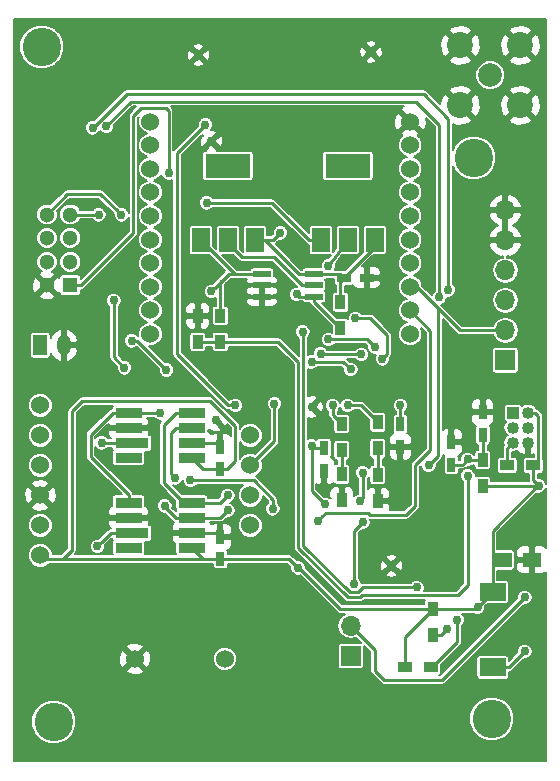
<source format=gbr>
G04 #@! TF.FileFunction,Copper,L1,Top,Signal*
%FSLAX46Y46*%
G04 Gerber Fmt 4.6, Leading zero omitted, Abs format (unit mm)*
G04 Created by KiCad (PCBNEW 4.0.7) date Sunday, February 25, 2018 'PMt' 02:02:45 PM*
%MOMM*%
%LPD*%
G01*
G04 APERTURE LIST*
%ADD10C,0.128000*%
%ADD11C,1.524000*%
%ADD12R,0.900000X1.200000*%
%ADD13R,1.016000X1.016000*%
%ADD14O,1.016000X1.016000*%
%ADD15R,1.700000X1.700000*%
%ADD16O,1.700000X1.700000*%
%ADD17R,0.750000X1.200000*%
%ADD18R,1.200000X0.750000*%
%ADD19R,2.200000X1.500000*%
%ADD20R,3.800000X2.000000*%
%ADD21R,1.500000X2.000000*%
%ADD22R,1.200000X0.900000*%
%ADD23R,1.500000X0.610000*%
%ADD24R,2.247900X0.899160*%
%ADD25R,2.799080X0.899160*%
%ADD26R,1.300000X1.300000*%
%ADD27C,1.300000*%
%ADD28C,2.200000*%
%ADD29C,2.000000*%
%ADD30C,0.762000*%
%ADD31R,1.200000X1.700000*%
%ADD32O,1.200000X1.700000*%
%ADD33R,1.500000X1.250000*%
%ADD34C,3.250000*%
%ADD35C,0.250000*%
%ADD36C,0.180000*%
G04 APERTURE END LIST*
D10*
D11*
X145161000Y-110363000D03*
X152781000Y-110363000D03*
D12*
X152400000Y-81323000D03*
X152400000Y-83523000D03*
X150495000Y-83523000D03*
X150495000Y-81323000D03*
D11*
X168478200Y-82864960D03*
X168478200Y-80863440D03*
X168478200Y-78864460D03*
X168478200Y-76862940D03*
X168478200Y-74863960D03*
X168478200Y-72864980D03*
X168478200Y-70863460D03*
X168478200Y-68864480D03*
X168478200Y-66862960D03*
X168478200Y-64863980D03*
X146481800Y-64863980D03*
X146481800Y-66862960D03*
X146481800Y-68864480D03*
X146481800Y-70863460D03*
X146481800Y-72864980D03*
X146481800Y-74863960D03*
X146481800Y-76862940D03*
X146481800Y-78864460D03*
X146481800Y-80863440D03*
X146481800Y-82864960D03*
D13*
X177165000Y-89535000D03*
D14*
X178435000Y-89535000D03*
X177165000Y-90805000D03*
X178435000Y-90805000D03*
X177165000Y-92075000D03*
X178435000Y-92075000D03*
D15*
X176530000Y-85090000D03*
D16*
X176530000Y-82550000D03*
X176530000Y-80010000D03*
X176530000Y-77470000D03*
X176530000Y-74930000D03*
X176530000Y-72390000D03*
D17*
X167640000Y-92390000D03*
X167640000Y-90490000D03*
X161163000Y-92522000D03*
X161163000Y-94422000D03*
X174625000Y-89474000D03*
X174625000Y-91374000D03*
X171958000Y-92014000D03*
X171958000Y-93914000D03*
D18*
X162880000Y-78105000D03*
X164780000Y-78105000D03*
D12*
X162687000Y-92667000D03*
X162687000Y-90467000D03*
X165735000Y-92540000D03*
X165735000Y-90340000D03*
X174625000Y-95715000D03*
X174625000Y-93515000D03*
D19*
X175450500Y-104686500D03*
X175450500Y-111086500D03*
D20*
X153035000Y-68605000D03*
D21*
X153035000Y-74905000D03*
X155335000Y-74905000D03*
X150735000Y-74905000D03*
D20*
X163195000Y-68605000D03*
D21*
X163195000Y-74905000D03*
X165495000Y-74905000D03*
X160895000Y-74905000D03*
D22*
X178900000Y-93980000D03*
X176700000Y-93980000D03*
D12*
X162687000Y-96942000D03*
X162687000Y-94742000D03*
X165735000Y-96985000D03*
X165735000Y-94785000D03*
D22*
X168000500Y-111061500D03*
X170200500Y-111061500D03*
D12*
X170370500Y-106151500D03*
X170370500Y-108351500D03*
X162560000Y-80180000D03*
X162560000Y-82380000D03*
D11*
X137160000Y-101600000D03*
X137160000Y-99060000D03*
X137160000Y-96520000D03*
X137160000Y-93980000D03*
X137160000Y-91440000D03*
X137160000Y-88900000D03*
X154940000Y-91440000D03*
X154940000Y-93980000D03*
X154940000Y-96520000D03*
X154940000Y-99060000D03*
D23*
X160315000Y-77790000D03*
X155915000Y-77790000D03*
X160315000Y-78740000D03*
X155915000Y-78740000D03*
X160315000Y-79690000D03*
X155915000Y-79690000D03*
D17*
X152400000Y-100015000D03*
X152400000Y-101915000D03*
X152400000Y-92395000D03*
X152400000Y-94295000D03*
D24*
X144645380Y-97160080D03*
X144645380Y-98412300D03*
D25*
X144922240Y-99707700D03*
D24*
X144645380Y-100959920D03*
X149994620Y-100959920D03*
X149994620Y-99707700D03*
X149994620Y-98412300D03*
X149994620Y-97160080D03*
X144645380Y-89540080D03*
X144645380Y-90792300D03*
D25*
X144922240Y-92087700D03*
D24*
X144645380Y-93339920D03*
X149994620Y-93339920D03*
X149994620Y-92087700D03*
X149994620Y-90792300D03*
X149994620Y-89540080D03*
D26*
X139700000Y-78740000D03*
D27*
X139700000Y-76740000D03*
X139700000Y-74740000D03*
X139700000Y-72740000D03*
X137700000Y-78740000D03*
X137700000Y-76740000D03*
X137700000Y-74740000D03*
X137700000Y-72740000D03*
D28*
X172720000Y-63500000D03*
X172720000Y-58420000D03*
X177800000Y-58420000D03*
X177800000Y-63500000D03*
D29*
X175260000Y-60960000D03*
D30*
X152019000Y-90170000D03*
X165163500Y-58991500D03*
X150558500Y-59245500D03*
D15*
X163449000Y-110109000D03*
D16*
X163449000Y-107569000D03*
D31*
X137160000Y-83820000D03*
D32*
X139160000Y-83820000D03*
D33*
X176296000Y-101981000D03*
X178796000Y-101981000D03*
D30*
X166878000Y-102489000D03*
X151638000Y-66548000D03*
X160147000Y-89027000D03*
D34*
X138303000Y-115697000D03*
X173863000Y-67945000D03*
X137287000Y-58547000D03*
X175387000Y-115443000D03*
D30*
X151638000Y-79247998D03*
X173355000Y-94869000D03*
X179367000Y-95710996D03*
X161290000Y-97282002D03*
X160120021Y-92329000D03*
X158966619Y-102653381D03*
X167640000Y-88900000D03*
X174180500Y-105981500D03*
X148030990Y-69215000D03*
X151257000Y-71755000D03*
X151130000Y-65151000D03*
X153670000Y-88900000D03*
X165481000Y-83947000D03*
X161543998Y-83312000D03*
X163830000Y-81534000D03*
X166116000Y-84963000D03*
X173355000Y-93472000D03*
X157473990Y-74295000D03*
X169037000Y-104293979D03*
X159385000Y-82677000D03*
X161925000Y-88900000D03*
X163195000Y-88900000D03*
X160655000Y-98679000D03*
X170053000Y-93980000D03*
X178181000Y-109728000D03*
X158877000Y-79502000D03*
X161544000Y-77089000D03*
X172466000Y-107061000D03*
X171577000Y-107823000D03*
X170942000Y-79756000D03*
X142748000Y-65278000D03*
X171704004Y-79121000D03*
X141605000Y-65405000D03*
X156972000Y-88773000D03*
X141986000Y-100838000D03*
X142367000Y-92075000D03*
X156845000Y-97663000D03*
X149860000Y-95249998D03*
X148590000Y-95036538D03*
X147701000Y-97409000D03*
X153035000Y-97790000D03*
X153035000Y-96520000D03*
X147320000Y-89535000D03*
X143383000Y-80010000D03*
X144272000Y-85725000D03*
X160909000Y-84530990D03*
X142113000Y-72771000D03*
X164338000Y-84582000D03*
X144018000Y-72771000D03*
X144907002Y-83439000D03*
X160120021Y-85217000D03*
X147828000Y-85903010D03*
X163449000Y-85852000D03*
X164465000Y-98806000D03*
X164211000Y-97028000D03*
X163703000Y-104025977D03*
X164465000Y-94615000D03*
X178181000Y-105156000D03*
D35*
X151937999Y-78947999D02*
X151638000Y-79247998D01*
X153096000Y-77790000D02*
X151937999Y-78947999D01*
X155915000Y-77790000D02*
X153096000Y-77790000D01*
X153096000Y-77790000D02*
X152400000Y-78486000D01*
X152400000Y-78486000D02*
X152400000Y-81323000D01*
X155915000Y-77790000D02*
X153620000Y-77790000D01*
X153620000Y-77790000D02*
X150735000Y-74905000D01*
X149994620Y-99707700D02*
X152092700Y-99707700D01*
X152092700Y-99707700D02*
X152400000Y-100015000D01*
X152400000Y-92395000D02*
X152092700Y-92087700D01*
X152092700Y-92087700D02*
X149994620Y-92087700D01*
X152400000Y-83523000D02*
X157310000Y-83523000D01*
X157310000Y-83523000D02*
X159004000Y-85217000D01*
X159004000Y-85217000D02*
X159004000Y-100950386D01*
X164210397Y-105141989D02*
X164372397Y-104979989D01*
X159004000Y-100950386D02*
X163195603Y-105141989D01*
X173355000Y-104140000D02*
X173355000Y-95407815D01*
X163195603Y-105141989D02*
X164210397Y-105141989D01*
X164372397Y-104979989D02*
X172515011Y-104979989D01*
X172515011Y-104979989D02*
X173355000Y-104140000D01*
X173355000Y-95407815D02*
X173355000Y-94869000D01*
X150495000Y-83523000D02*
X152400000Y-83523000D01*
X179367000Y-95611000D02*
X179367000Y-95710996D01*
X179386001Y-95591999D02*
X179367000Y-95611000D01*
X175450500Y-99527500D02*
X179386001Y-95591999D01*
X175450500Y-104686500D02*
X175450500Y-99527500D01*
X178986001Y-95329997D02*
X179367000Y-95710996D01*
X174625000Y-95715000D02*
X179263000Y-95715000D01*
X178900000Y-95243996D02*
X178986001Y-95329997D01*
X179263000Y-95715000D02*
X179386001Y-95591999D01*
X178900000Y-93980000D02*
X178900000Y-95243996D01*
X160909001Y-96901003D02*
X161290000Y-97282002D01*
X160120021Y-96112023D02*
X160909001Y-96901003D01*
X160120021Y-92329000D02*
X160120021Y-96112023D01*
X170370500Y-106151500D02*
X162539500Y-106151500D01*
X161798000Y-105410000D02*
X159041381Y-102653381D01*
X159303999Y-102915999D02*
X159041381Y-102653381D01*
X158228238Y-101915000D02*
X158585620Y-102272382D01*
X160313021Y-92522000D02*
X160120021Y-92329000D01*
X161163000Y-92522000D02*
X160313021Y-92522000D01*
X159041381Y-102653381D02*
X158966619Y-102653381D01*
X152400000Y-101915000D02*
X158228238Y-101915000D01*
X162539500Y-106151500D02*
X161798000Y-105410000D01*
X158585620Y-102272382D02*
X158966619Y-102653381D01*
X178435000Y-89535000D02*
X179070000Y-89535000D01*
X179070000Y-89535000D02*
X179324000Y-89789000D01*
X179324000Y-89789000D02*
X179324000Y-93556000D01*
X179324000Y-93556000D02*
X178900000Y-93980000D01*
X139827000Y-100584000D02*
X139827000Y-101219000D01*
X139827000Y-101153000D02*
X139065000Y-101915000D01*
X139827000Y-89408000D02*
X139827000Y-100584000D01*
X152400000Y-101915000D02*
X139065000Y-101915000D01*
X139065000Y-101915000D02*
X137475000Y-101915000D01*
X139827000Y-100584000D02*
X139827000Y-101153000D01*
X152400000Y-94295000D02*
X152974000Y-94295000D01*
X152974000Y-94295000D02*
X153670000Y-93599000D01*
X153670000Y-93599000D02*
X153670000Y-90678000D01*
X153670000Y-90678000D02*
X151511000Y-88519000D01*
X139827000Y-101219000D02*
X139446000Y-101600000D01*
X151511000Y-88519000D02*
X140716000Y-88519000D01*
X140716000Y-88519000D02*
X139827000Y-89408000D01*
X167640000Y-88900000D02*
X167640000Y-90490000D01*
X137475000Y-101915000D02*
X137160000Y-101600000D01*
X149994620Y-100959920D02*
X150949700Y-101915000D01*
X150949700Y-101915000D02*
X152400000Y-101915000D01*
X149994620Y-93339920D02*
X150949700Y-94295000D01*
X150949700Y-94295000D02*
X152400000Y-94295000D01*
X168000500Y-111061500D02*
X168000500Y-108521500D01*
X168000500Y-108521500D02*
X170370500Y-106151500D01*
X170370500Y-106151500D02*
X174010500Y-106151500D01*
X174010500Y-106151500D02*
X174180500Y-105981500D01*
X174180500Y-105981500D02*
X175450500Y-104711500D01*
X175450500Y-104711500D02*
X175450500Y-104686500D01*
X145034000Y-64389000D02*
X145669000Y-63754000D01*
X145034000Y-74306000D02*
X145034000Y-64389000D01*
X145669000Y-63754000D02*
X147828000Y-63754000D01*
X139700000Y-78740000D02*
X140600000Y-78740000D01*
X140600000Y-78740000D02*
X145034000Y-74306000D01*
X148030990Y-68676185D02*
X148030990Y-69215000D01*
X147828000Y-63754000D02*
X148030990Y-63956990D01*
X148030990Y-63956990D02*
X148030990Y-68676185D01*
X151795815Y-71755000D02*
X151257000Y-71755000D01*
X156745000Y-71755000D02*
X151795815Y-71755000D01*
X160895000Y-74905000D02*
X159895000Y-74905000D01*
X159895000Y-74905000D02*
X156745000Y-71755000D01*
X153670000Y-88900000D02*
X153035000Y-88900000D01*
X153035000Y-88900000D02*
X148717000Y-84582000D01*
X148717000Y-84582000D02*
X148717000Y-67564000D01*
X148717000Y-67564000D02*
X150749001Y-65531999D01*
X150749001Y-65531999D02*
X151130000Y-65151000D01*
X165100001Y-83566001D02*
X165481000Y-83947000D01*
X164846000Y-83312000D02*
X165100001Y-83566001D01*
X161543998Y-83312000D02*
X164846000Y-83312000D01*
X164368815Y-81534000D02*
X163830000Y-81534000D01*
X165099284Y-81534000D02*
X164368815Y-81534000D01*
X166496999Y-82931715D02*
X165099284Y-81534000D01*
X166496999Y-84582001D02*
X166496999Y-82931715D01*
X166116000Y-84963000D02*
X166496999Y-84582001D01*
X173398000Y-93515000D02*
X173355000Y-93472000D01*
X174625000Y-93515000D02*
X173398000Y-93515000D01*
X172913000Y-93914000D02*
X173055001Y-93771999D01*
X171958000Y-93914000D02*
X172913000Y-93914000D01*
X173055001Y-93771999D02*
X173355000Y-93472000D01*
X174625000Y-91374000D02*
X174625000Y-93515000D01*
X156863990Y-74905000D02*
X157092991Y-74675999D01*
X155335000Y-74905000D02*
X156863990Y-74905000D01*
X157092991Y-74675999D02*
X157473990Y-74295000D01*
X163373719Y-104711978D02*
X164032281Y-104711978D01*
X159385000Y-83215815D02*
X159434011Y-83264826D01*
X168498185Y-104293979D02*
X169037000Y-104293979D01*
X159434011Y-100772270D02*
X163373719Y-104711978D01*
X159434011Y-83264826D02*
X159434011Y-100772270D01*
X159385000Y-82677000D02*
X159385000Y-83215815D01*
X164450280Y-104293979D02*
X168498185Y-104293979D01*
X164032281Y-104711978D02*
X164450280Y-104293979D01*
X160315000Y-77790000D02*
X159070000Y-77790000D01*
X159070000Y-77790000D02*
X156185000Y-74905000D01*
X156185000Y-74905000D02*
X155335000Y-74905000D01*
X165495000Y-74905000D02*
X165495000Y-75490000D01*
X160315000Y-77790000D02*
X162565000Y-77790000D01*
X162560000Y-80180000D02*
X162560000Y-78425000D01*
X162560000Y-78425000D02*
X162880000Y-78105000D01*
X165495000Y-75490000D02*
X162880000Y-78105000D01*
X162565000Y-77790000D02*
X162880000Y-78105000D01*
X162687000Y-92667000D02*
X162687000Y-94742000D01*
X161925000Y-88900000D02*
X161925000Y-89705000D01*
X161925000Y-89705000D02*
X162687000Y-90467000D01*
X165735000Y-92540000D02*
X165735000Y-94785000D01*
X164295000Y-88900000D02*
X165735000Y-90340000D01*
X163195000Y-88900000D02*
X164295000Y-88900000D01*
X176700000Y-93980000D02*
X176700000Y-92540000D01*
X176700000Y-92540000D02*
X177165000Y-92075000D01*
X161341002Y-97992998D02*
X161035999Y-98298001D01*
X161035999Y-98298001D02*
X160655000Y-98679000D01*
X165099285Y-98171001D02*
X164921282Y-97992998D01*
X168147999Y-98171001D02*
X165099285Y-98171001D01*
X168910000Y-97409000D02*
X168147999Y-98171001D01*
X170180000Y-92703598D02*
X168910000Y-93973598D01*
X170180000Y-82565240D02*
X170180000Y-92703598D01*
X168910000Y-93973598D02*
X168910000Y-97409000D01*
X168478200Y-80863440D02*
X170180000Y-82565240D01*
X164921282Y-97992998D02*
X161341002Y-97992998D01*
X170352999Y-93680001D02*
X170053000Y-93980000D01*
X170815000Y-93218000D02*
X170352999Y-93680001D01*
X170815000Y-80645000D02*
X170815000Y-93218000D01*
X176530000Y-82550000D02*
X172720000Y-82550000D01*
X172720000Y-82550000D02*
X170815000Y-80645000D01*
X170815000Y-80645000D02*
X169034460Y-78864460D01*
X168478200Y-78864460D02*
X169034460Y-78864460D01*
X177800001Y-110108999D02*
X178181000Y-109728000D01*
X176822500Y-111086500D02*
X177800001Y-110108999D01*
X175450500Y-111086500D02*
X176822500Y-111086500D01*
X153035000Y-75155000D02*
X153035000Y-74905000D01*
X156902000Y-76327000D02*
X154207000Y-76327000D01*
X160315000Y-78740000D02*
X159315000Y-78740000D01*
X154207000Y-76327000D02*
X153035000Y-75155000D01*
X159315000Y-78740000D02*
X156902000Y-76327000D01*
X159065000Y-79690000D02*
X158877000Y-79502000D01*
X160315000Y-79690000D02*
X159065000Y-79690000D01*
X161544000Y-77089000D02*
X163195000Y-74905000D01*
X160315000Y-79690000D02*
X160315000Y-80135000D01*
X160315000Y-80135000D02*
X162560000Y-82380000D01*
X172466000Y-107599815D02*
X172466000Y-107061000D01*
X170350500Y-111061500D02*
X172466000Y-108946000D01*
X172466000Y-108946000D02*
X172466000Y-107599815D01*
X170200500Y-111061500D02*
X170350500Y-111061500D01*
X171070500Y-108351500D02*
X171577000Y-107845000D01*
X170370500Y-108351500D02*
X171070500Y-108351500D01*
X171577000Y-107845000D02*
X171577000Y-107823000D01*
X142748000Y-65278000D02*
X144843500Y-63182500D01*
X144843500Y-63182500D02*
X168973500Y-63182500D01*
X168973500Y-63182500D02*
X170942000Y-65151000D01*
X170942000Y-65151000D02*
X170942000Y-79121000D01*
X170942000Y-79121000D02*
X170942000Y-79756000D01*
X171704004Y-78696736D02*
X171704004Y-79121000D01*
X144462500Y-62547500D02*
X169608500Y-62547500D01*
X169608500Y-62547500D02*
X171704004Y-64643004D01*
X141605000Y-65405000D02*
X144462500Y-62547500D01*
X171704004Y-64643004D02*
X171704004Y-78696736D01*
X154940000Y-93980000D02*
X156972000Y-91948000D01*
X156972000Y-89311815D02*
X156972000Y-88773000D01*
X156972000Y-91948000D02*
X156972000Y-89311815D01*
X142366999Y-100457001D02*
X141986000Y-100838000D01*
X144922240Y-99707700D02*
X143116300Y-99707700D01*
X143116300Y-99707700D02*
X142366999Y-100457001D01*
X142379700Y-92087700D02*
X142367000Y-92075000D01*
X144922240Y-92087700D02*
X142379700Y-92087700D01*
X156845000Y-97124185D02*
X156845000Y-97663000D01*
X156845000Y-96870185D02*
X156845000Y-97124185D01*
X155224813Y-95249998D02*
X156845000Y-96870185D01*
X149860000Y-95249998D02*
X155224813Y-95249998D01*
X148209001Y-91203969D02*
X148209001Y-94655539D01*
X148620670Y-90792300D02*
X148209001Y-91203969D01*
X148209001Y-94655539D02*
X148590000Y-95036538D01*
X149994620Y-90792300D02*
X148620670Y-90792300D01*
X147701000Y-97492630D02*
X147701000Y-97409000D01*
X148620670Y-98412300D02*
X147701000Y-97492630D01*
X149994620Y-98412300D02*
X148620670Y-98412300D01*
X152412700Y-98412300D02*
X149994620Y-98412300D01*
X153035000Y-97790000D02*
X152412700Y-98412300D01*
X149994620Y-89540080D02*
X148620670Y-89540080D01*
X149320250Y-97160080D02*
X149994620Y-97160080D01*
X147623647Y-95463477D02*
X149320250Y-97160080D01*
X148620670Y-89540080D02*
X147623647Y-90537103D01*
X147623647Y-90537103D02*
X147623647Y-95463477D01*
X152394920Y-97160080D02*
X149994620Y-97160080D01*
X153035000Y-96520000D02*
X152394920Y-97160080D01*
X141426999Y-93242119D02*
X141426999Y-91384511D01*
X141426999Y-91384511D02*
X143271430Y-89540080D01*
X144645380Y-96460500D02*
X141426999Y-93242119D01*
X143271430Y-89540080D02*
X144645380Y-89540080D01*
X144645380Y-97160080D02*
X144645380Y-96460500D01*
X147314920Y-89540080D02*
X144645380Y-89540080D01*
X147320000Y-89535000D02*
X147314920Y-89540080D01*
X143383000Y-80548815D02*
X143383000Y-80010000D01*
X143383000Y-84836000D02*
X143383000Y-80548815D01*
X144272000Y-85725000D02*
X143383000Y-84836000D01*
X164338000Y-84582000D02*
X160960010Y-84582000D01*
X160960010Y-84582000D02*
X160909000Y-84530990D01*
X142082000Y-72740000D02*
X142113000Y-72771000D01*
X139700000Y-72740000D02*
X142082000Y-72740000D01*
X143637001Y-72390001D02*
X144018000Y-72771000D01*
X142240000Y-70993000D02*
X143637001Y-72390001D01*
X139447000Y-70993000D02*
X142240000Y-70993000D01*
X137700000Y-72740000D02*
X139447000Y-70993000D01*
X145363990Y-83439000D02*
X144907002Y-83439000D01*
X147828000Y-85903010D02*
X145363990Y-83439000D01*
X160658836Y-85217000D02*
X160120021Y-85217000D01*
X162814000Y-85217000D02*
X160658836Y-85217000D01*
X163449000Y-85852000D02*
X162814000Y-85217000D01*
X163703000Y-99568000D02*
X164084001Y-99186999D01*
X163703000Y-104025977D02*
X163703000Y-99568000D01*
X164084001Y-99186999D02*
X164465000Y-98806000D01*
X164465000Y-96774000D02*
X164211000Y-97028000D01*
X164465000Y-94615000D02*
X164465000Y-96774000D01*
X171196000Y-112141000D02*
X177800001Y-105536999D01*
X166243000Y-112141000D02*
X171196000Y-112141000D01*
X165481000Y-111379000D02*
X166243000Y-112141000D01*
X165481000Y-109601000D02*
X165481000Y-111379000D01*
X177800001Y-105536999D02*
X178181000Y-105156000D01*
X163449000Y-107569000D02*
X165481000Y-109601000D01*
D36*
G36*
X179995000Y-95526134D02*
X179919213Y-95342716D01*
X179736243Y-95159427D01*
X179497060Y-95060109D01*
X179295000Y-95059933D01*
X179295000Y-94705289D01*
X179500000Y-94705289D01*
X179600056Y-94686462D01*
X179691951Y-94627329D01*
X179753600Y-94537103D01*
X179775289Y-94430000D01*
X179775289Y-93530000D01*
X179756462Y-93429944D01*
X179719000Y-93371727D01*
X179719000Y-89789000D01*
X179688932Y-89637840D01*
X179603307Y-89509693D01*
X179349307Y-89255693D01*
X179221160Y-89170068D01*
X179109240Y-89147806D01*
X179000371Y-88984871D01*
X178747970Y-88816222D01*
X178450242Y-88757000D01*
X178419758Y-88757000D01*
X178122030Y-88816222D01*
X177932462Y-88942887D01*
X177929462Y-88926944D01*
X177870329Y-88835049D01*
X177780103Y-88773400D01*
X177673000Y-88751711D01*
X176657000Y-88751711D01*
X176556944Y-88770538D01*
X176465049Y-88829671D01*
X176403400Y-88919897D01*
X176381711Y-89027000D01*
X176381711Y-90043000D01*
X176400538Y-90143056D01*
X176459671Y-90234951D01*
X176549897Y-90296600D01*
X176569142Y-90300497D01*
X176430980Y-90507272D01*
X176371758Y-90805000D01*
X176430980Y-91102728D01*
X176599629Y-91355129D01*
X176726647Y-91440000D01*
X176599629Y-91524871D01*
X176430980Y-91777272D01*
X176371758Y-92075000D01*
X176411447Y-92274530D01*
X176335068Y-92388840D01*
X176305000Y-92540000D01*
X176305000Y-93254711D01*
X176100000Y-93254711D01*
X175999944Y-93273538D01*
X175908049Y-93332671D01*
X175846400Y-93422897D01*
X175824711Y-93530000D01*
X175824711Y-94430000D01*
X175843538Y-94530056D01*
X175902671Y-94621951D01*
X175992897Y-94683600D01*
X176100000Y-94705289D01*
X177300000Y-94705289D01*
X177400056Y-94686462D01*
X177491951Y-94627329D01*
X177553600Y-94537103D01*
X177575289Y-94430000D01*
X177575289Y-93530000D01*
X177556462Y-93429944D01*
X177497329Y-93338049D01*
X177407103Y-93276400D01*
X177300000Y-93254711D01*
X177095000Y-93254711D01*
X177095000Y-92842108D01*
X177149758Y-92853000D01*
X177180242Y-92853000D01*
X177477970Y-92793778D01*
X177571052Y-92731583D01*
X177723664Y-92921919D01*
X178101913Y-93129668D01*
X178271000Y-93019290D01*
X178271000Y-92239000D01*
X178251000Y-92239000D01*
X178251000Y-91911000D01*
X178271000Y-91911000D01*
X178271000Y-91891000D01*
X178599000Y-91891000D01*
X178599000Y-91911000D01*
X178619000Y-91911000D01*
X178619000Y-92239000D01*
X178599000Y-92239000D01*
X178599000Y-93019290D01*
X178768087Y-93129668D01*
X178929000Y-93041288D01*
X178929000Y-93254711D01*
X178300000Y-93254711D01*
X178199944Y-93273538D01*
X178108049Y-93332671D01*
X178046400Y-93422897D01*
X178024711Y-93530000D01*
X178024711Y-94430000D01*
X178043538Y-94530056D01*
X178102671Y-94621951D01*
X178192897Y-94683600D01*
X178300000Y-94705289D01*
X178505000Y-94705289D01*
X178505000Y-95243996D01*
X178520118Y-95320000D01*
X175350289Y-95320000D01*
X175350289Y-95115000D01*
X175331462Y-95014944D01*
X175272329Y-94923049D01*
X175182103Y-94861400D01*
X175075000Y-94839711D01*
X174175000Y-94839711D01*
X174074944Y-94858538D01*
X174005971Y-94902921D01*
X174006113Y-94740076D01*
X173907213Y-94500720D01*
X173724243Y-94317431D01*
X173485060Y-94218113D01*
X173226076Y-94217887D01*
X172986720Y-94316787D01*
X172803431Y-94499757D01*
X172704113Y-94738940D01*
X172703887Y-94997924D01*
X172802787Y-95237280D01*
X172960000Y-95394767D01*
X172960000Y-103976386D01*
X172351397Y-104584989D01*
X169621054Y-104584989D01*
X169687887Y-104424039D01*
X169688113Y-104165055D01*
X169589213Y-103925699D01*
X169406243Y-103742410D01*
X169167060Y-103643092D01*
X168908076Y-103642866D01*
X168668720Y-103741766D01*
X168511233Y-103898979D01*
X164450280Y-103898979D01*
X164354095Y-103918112D01*
X164354113Y-103897053D01*
X164255213Y-103657697D01*
X164098000Y-103500210D01*
X164098000Y-103193761D01*
X166405170Y-103193761D01*
X166431937Y-103381968D01*
X166807615Y-103484695D01*
X167194008Y-103435838D01*
X167324063Y-103381968D01*
X167350830Y-103193761D01*
X166878000Y-102720931D01*
X166405170Y-103193761D01*
X164098000Y-103193761D01*
X164098000Y-102418615D01*
X165882305Y-102418615D01*
X165931162Y-102805008D01*
X165985032Y-102935063D01*
X166173239Y-102961830D01*
X166646069Y-102489000D01*
X167109931Y-102489000D01*
X167582761Y-102961830D01*
X167770968Y-102935063D01*
X167873695Y-102559385D01*
X167824838Y-102172992D01*
X167770968Y-102042937D01*
X167582761Y-102016170D01*
X167109931Y-102489000D01*
X166646069Y-102489000D01*
X166173239Y-102016170D01*
X165985032Y-102042937D01*
X165882305Y-102418615D01*
X164098000Y-102418615D01*
X164098000Y-101784239D01*
X166405170Y-101784239D01*
X166878000Y-102257069D01*
X167350830Y-101784239D01*
X167324063Y-101596032D01*
X166948385Y-101493305D01*
X166561992Y-101542162D01*
X166431937Y-101596032D01*
X166405170Y-101784239D01*
X164098000Y-101784239D01*
X164098000Y-99731614D01*
X164372694Y-99456920D01*
X164593924Y-99457113D01*
X164833280Y-99358213D01*
X165016569Y-99175243D01*
X165115887Y-98936060D01*
X165116113Y-98677076D01*
X165067615Y-98559701D01*
X165099285Y-98566001D01*
X168147999Y-98566001D01*
X168299159Y-98535933D01*
X168427306Y-98450308D01*
X169189307Y-97688307D01*
X169274932Y-97560160D01*
X169305000Y-97409000D01*
X169305000Y-94137212D01*
X169401947Y-94040265D01*
X169401887Y-94108924D01*
X169500787Y-94348280D01*
X169683757Y-94531569D01*
X169922940Y-94630887D01*
X170181924Y-94631113D01*
X170421280Y-94532213D01*
X170604569Y-94349243D01*
X170703887Y-94110060D01*
X170704081Y-93887533D01*
X171094307Y-93497307D01*
X171179932Y-93369160D01*
X171210000Y-93218000D01*
X171210000Y-93086700D01*
X171244260Y-93120960D01*
X171356385Y-93167403D01*
X171329400Y-93206897D01*
X171307711Y-93314000D01*
X171307711Y-94514000D01*
X171326538Y-94614056D01*
X171385671Y-94705951D01*
X171475897Y-94767600D01*
X171583000Y-94789289D01*
X172333000Y-94789289D01*
X172433056Y-94770462D01*
X172524951Y-94711329D01*
X172586600Y-94621103D01*
X172608289Y-94514000D01*
X172608289Y-94309000D01*
X172913000Y-94309000D01*
X173064160Y-94278932D01*
X173192307Y-94193307D01*
X173262694Y-94122920D01*
X173483924Y-94123113D01*
X173723280Y-94024213D01*
X173837692Y-93910000D01*
X173899711Y-93910000D01*
X173899711Y-94115000D01*
X173918538Y-94215056D01*
X173977671Y-94306951D01*
X174067897Y-94368600D01*
X174175000Y-94390289D01*
X175075000Y-94390289D01*
X175175056Y-94371462D01*
X175266951Y-94312329D01*
X175328600Y-94222103D01*
X175350289Y-94115000D01*
X175350289Y-92915000D01*
X175331462Y-92814944D01*
X175272329Y-92723049D01*
X175182103Y-92661400D01*
X175075000Y-92639711D01*
X175020000Y-92639711D01*
X175020000Y-92245526D01*
X175100056Y-92230462D01*
X175191951Y-92171329D01*
X175253600Y-92081103D01*
X175275289Y-91974000D01*
X175275289Y-90774000D01*
X175256462Y-90673944D01*
X175226535Y-90627437D01*
X175338740Y-90580960D01*
X175506960Y-90412740D01*
X175598000Y-90192950D01*
X175598000Y-89787500D01*
X175448500Y-89638000D01*
X174789000Y-89638000D01*
X174789000Y-89658000D01*
X174461000Y-89658000D01*
X174461000Y-89638000D01*
X173801500Y-89638000D01*
X173652000Y-89787500D01*
X173652000Y-90192950D01*
X173743040Y-90412740D01*
X173911260Y-90580960D01*
X174023385Y-90627403D01*
X173996400Y-90666897D01*
X173974711Y-90774000D01*
X173974711Y-91974000D01*
X173993538Y-92074056D01*
X174052671Y-92165951D01*
X174142897Y-92227600D01*
X174230000Y-92245239D01*
X174230000Y-92639711D01*
X174175000Y-92639711D01*
X174074944Y-92658538D01*
X173983049Y-92717671D01*
X173921400Y-92807897D01*
X173899711Y-92915000D01*
X173899711Y-93096205D01*
X173724243Y-92920431D01*
X173485060Y-92821113D01*
X173226076Y-92820887D01*
X172986720Y-92919787D01*
X172803431Y-93102757D01*
X172704113Y-93341940D01*
X172703958Y-93519000D01*
X172608289Y-93519000D01*
X172608289Y-93314000D01*
X172589462Y-93213944D01*
X172559535Y-93167437D01*
X172671740Y-93120960D01*
X172839960Y-92952740D01*
X172931000Y-92732950D01*
X172931000Y-92327500D01*
X172781500Y-92178000D01*
X172122000Y-92178000D01*
X172122000Y-92198000D01*
X171794000Y-92198000D01*
X171794000Y-92178000D01*
X171774000Y-92178000D01*
X171774000Y-91850000D01*
X171794000Y-91850000D01*
X171794000Y-90965500D01*
X172122000Y-90965500D01*
X172122000Y-91850000D01*
X172781500Y-91850000D01*
X172931000Y-91700500D01*
X172931000Y-91295050D01*
X172839960Y-91075260D01*
X172671740Y-90907040D01*
X172451949Y-90816000D01*
X172271500Y-90816000D01*
X172122000Y-90965500D01*
X171794000Y-90965500D01*
X171644500Y-90816000D01*
X171464051Y-90816000D01*
X171244260Y-90907040D01*
X171210000Y-90941300D01*
X171210000Y-88755050D01*
X173652000Y-88755050D01*
X173652000Y-89160500D01*
X173801500Y-89310000D01*
X174461000Y-89310000D01*
X174461000Y-88425500D01*
X174789000Y-88425500D01*
X174789000Y-89310000D01*
X175448500Y-89310000D01*
X175598000Y-89160500D01*
X175598000Y-88755050D01*
X175506960Y-88535260D01*
X175338740Y-88367040D01*
X175118949Y-88276000D01*
X174938500Y-88276000D01*
X174789000Y-88425500D01*
X174461000Y-88425500D01*
X174311500Y-88276000D01*
X174131051Y-88276000D01*
X173911260Y-88367040D01*
X173743040Y-88535260D01*
X173652000Y-88755050D01*
X171210000Y-88755050D01*
X171210000Y-84240000D01*
X175404711Y-84240000D01*
X175404711Y-85940000D01*
X175423538Y-86040056D01*
X175482671Y-86131951D01*
X175572897Y-86193600D01*
X175680000Y-86215289D01*
X177380000Y-86215289D01*
X177480056Y-86196462D01*
X177571951Y-86137329D01*
X177633600Y-86047103D01*
X177655289Y-85940000D01*
X177655289Y-84240000D01*
X177636462Y-84139944D01*
X177577329Y-84048049D01*
X177487103Y-83986400D01*
X177380000Y-83964711D01*
X175680000Y-83964711D01*
X175579944Y-83983538D01*
X175488049Y-84042671D01*
X175426400Y-84132897D01*
X175404711Y-84240000D01*
X171210000Y-84240000D01*
X171210000Y-81598614D01*
X172440693Y-82829307D01*
X172568840Y-82914932D01*
X172720000Y-82945000D01*
X175466629Y-82945000D01*
X175473313Y-82978605D01*
X175716098Y-83341960D01*
X176079453Y-83584745D01*
X176508058Y-83670000D01*
X176551942Y-83670000D01*
X176980547Y-83584745D01*
X177343902Y-83341960D01*
X177586687Y-82978605D01*
X177671942Y-82550000D01*
X177586687Y-82121395D01*
X177343902Y-81758040D01*
X176980547Y-81515255D01*
X176551942Y-81430000D01*
X176508058Y-81430000D01*
X176079453Y-81515255D01*
X175716098Y-81758040D01*
X175473313Y-82121395D01*
X175466629Y-82155000D01*
X172883614Y-82155000D01*
X171116780Y-80388166D01*
X171310280Y-80308213D01*
X171493569Y-80125243D01*
X171541422Y-80010000D01*
X175388058Y-80010000D01*
X175473313Y-80438605D01*
X175716098Y-80801960D01*
X176079453Y-81044745D01*
X176508058Y-81130000D01*
X176551942Y-81130000D01*
X176980547Y-81044745D01*
X177343902Y-80801960D01*
X177586687Y-80438605D01*
X177671942Y-80010000D01*
X177586687Y-79581395D01*
X177343902Y-79218040D01*
X176980547Y-78975255D01*
X176551942Y-78890000D01*
X176508058Y-78890000D01*
X176079453Y-78975255D01*
X175716098Y-79218040D01*
X175473313Y-79581395D01*
X175388058Y-80010000D01*
X171541422Y-80010000D01*
X171592887Y-79886060D01*
X171592987Y-79771904D01*
X171832928Y-79772113D01*
X172072284Y-79673213D01*
X172255573Y-79490243D01*
X172354891Y-79251060D01*
X172355117Y-78992076D01*
X172256217Y-78752720D01*
X172099004Y-78595233D01*
X172099004Y-75317040D01*
X175134685Y-75317040D01*
X175269673Y-75642965D01*
X175638450Y-76071000D01*
X176142957Y-76325328D01*
X176365998Y-76219197D01*
X176365998Y-76378000D01*
X176367293Y-76378000D01*
X176079453Y-76435255D01*
X175716098Y-76678040D01*
X175473313Y-77041395D01*
X175388058Y-77470000D01*
X175473313Y-77898605D01*
X175716098Y-78261960D01*
X176079453Y-78504745D01*
X176508058Y-78590000D01*
X176551942Y-78590000D01*
X176980547Y-78504745D01*
X177343902Y-78261960D01*
X177586687Y-77898605D01*
X177671942Y-77470000D01*
X177586687Y-77041395D01*
X177343902Y-76678040D01*
X176980547Y-76435255D01*
X176692707Y-76378000D01*
X176694002Y-76378000D01*
X176694002Y-76219197D01*
X176917043Y-76325328D01*
X177421550Y-76071000D01*
X177790327Y-75642965D01*
X177925315Y-75317040D01*
X177818102Y-75094000D01*
X176694000Y-75094000D01*
X176694000Y-75114000D01*
X176366000Y-75114000D01*
X176366000Y-75094000D01*
X175241898Y-75094000D01*
X175134685Y-75317040D01*
X172099004Y-75317040D01*
X172099004Y-72777040D01*
X175134685Y-72777040D01*
X175269673Y-73102965D01*
X175638450Y-73531000D01*
X175894346Y-73660000D01*
X175638450Y-73789000D01*
X175269673Y-74217035D01*
X175134685Y-74542960D01*
X175241898Y-74766000D01*
X176366000Y-74766000D01*
X176366000Y-72554000D01*
X176694000Y-72554000D01*
X176694000Y-74766000D01*
X177818102Y-74766000D01*
X177925315Y-74542960D01*
X177790327Y-74217035D01*
X177421550Y-73789000D01*
X177165654Y-73660000D01*
X177421550Y-73531000D01*
X177790327Y-73102965D01*
X177925315Y-72777040D01*
X177818102Y-72554000D01*
X176694000Y-72554000D01*
X176366000Y-72554000D01*
X175241898Y-72554000D01*
X175134685Y-72777040D01*
X172099004Y-72777040D01*
X172099004Y-72002960D01*
X175134685Y-72002960D01*
X175241898Y-72226000D01*
X176366000Y-72226000D01*
X176366000Y-71100804D01*
X176694000Y-71100804D01*
X176694000Y-72226000D01*
X177818102Y-72226000D01*
X177925315Y-72002960D01*
X177790327Y-71677035D01*
X177421550Y-71249000D01*
X176917043Y-70994672D01*
X176694000Y-71100804D01*
X176366000Y-71100804D01*
X176142957Y-70994672D01*
X175638450Y-71249000D01*
X175269673Y-71677035D01*
X175134685Y-72002960D01*
X172099004Y-72002960D01*
X172099004Y-68638132D01*
X172255561Y-69017029D01*
X172788167Y-69550566D01*
X173484408Y-69839670D01*
X174238285Y-69840328D01*
X174935029Y-69552439D01*
X175468566Y-69019833D01*
X175757670Y-68323592D01*
X175758328Y-67569715D01*
X175470439Y-66872971D01*
X174937833Y-66339434D01*
X174241592Y-66050330D01*
X173487715Y-66049672D01*
X172790971Y-66337561D01*
X172257434Y-66870167D01*
X172099004Y-67251709D01*
X172099004Y-65081623D01*
X172477131Y-65214146D01*
X173151594Y-65176607D01*
X173600358Y-64990723D01*
X173716484Y-64728415D01*
X176803516Y-64728415D01*
X176919642Y-64990723D01*
X177557131Y-65214146D01*
X178231594Y-65176607D01*
X178680358Y-64990723D01*
X178796484Y-64728415D01*
X177800000Y-63731931D01*
X176803516Y-64728415D01*
X173716484Y-64728415D01*
X172720000Y-63731931D01*
X172705858Y-63746074D01*
X172473927Y-63514143D01*
X172488069Y-63500000D01*
X172951931Y-63500000D01*
X173948415Y-64496484D01*
X174210723Y-64380358D01*
X174434146Y-63742869D01*
X174407111Y-63257131D01*
X176085854Y-63257131D01*
X176123393Y-63931594D01*
X176309277Y-64380358D01*
X176571585Y-64496484D01*
X177568069Y-63500000D01*
X178031931Y-63500000D01*
X179028415Y-64496484D01*
X179290723Y-64380358D01*
X179514146Y-63742869D01*
X179476607Y-63068406D01*
X179290723Y-62619642D01*
X179028415Y-62503516D01*
X178031931Y-63500000D01*
X177568069Y-63500000D01*
X176571585Y-62503516D01*
X176309277Y-62619642D01*
X176085854Y-63257131D01*
X174407111Y-63257131D01*
X174396607Y-63068406D01*
X174210723Y-62619642D01*
X173948415Y-62503516D01*
X172951931Y-63500000D01*
X172488069Y-63500000D01*
X171491585Y-62503516D01*
X171229277Y-62619642D01*
X171005854Y-63257131D01*
X171013463Y-63393849D01*
X169891199Y-62271585D01*
X171723516Y-62271585D01*
X172720000Y-63268069D01*
X173716484Y-62271585D01*
X176803516Y-62271585D01*
X177800000Y-63268069D01*
X178796484Y-62271585D01*
X178680358Y-62009277D01*
X178042869Y-61785854D01*
X177368406Y-61823393D01*
X176919642Y-62009277D01*
X176803516Y-62271585D01*
X173716484Y-62271585D01*
X173600358Y-62009277D01*
X172962869Y-61785854D01*
X172288406Y-61823393D01*
X171839642Y-62009277D01*
X171723516Y-62271585D01*
X169891199Y-62271585D01*
X169887807Y-62268193D01*
X169759660Y-62182568D01*
X169608500Y-62152500D01*
X144462500Y-62152500D01*
X144311340Y-62182568D01*
X144183193Y-62268193D01*
X141697306Y-64754080D01*
X141476076Y-64753887D01*
X141236720Y-64852787D01*
X141053431Y-65035757D01*
X140954113Y-65274940D01*
X140953887Y-65533924D01*
X141052787Y-65773280D01*
X141235757Y-65956569D01*
X141474940Y-66055887D01*
X141733924Y-66056113D01*
X141973280Y-65957213D01*
X142156569Y-65774243D01*
X142205616Y-65656126D01*
X142378757Y-65829569D01*
X142617940Y-65928887D01*
X142876924Y-65929113D01*
X143116280Y-65830213D01*
X143299569Y-65647243D01*
X143398887Y-65408060D01*
X143399081Y-65185533D01*
X145007115Y-63577500D01*
X145286886Y-63577500D01*
X144754693Y-64109693D01*
X144669068Y-64237840D01*
X144639000Y-64389000D01*
X144639000Y-72569197D01*
X144570213Y-72402720D01*
X144387243Y-72219431D01*
X144148060Y-72120113D01*
X143925533Y-72119919D01*
X142519307Y-70713693D01*
X142391160Y-70628068D01*
X142240000Y-70598000D01*
X139447000Y-70598000D01*
X139295840Y-70628068D01*
X139167693Y-70713693D01*
X138009169Y-71872217D01*
X137883802Y-71820160D01*
X137517804Y-71819841D01*
X137179543Y-71959607D01*
X136920517Y-72218181D01*
X136780160Y-72556198D01*
X136779841Y-72922196D01*
X136919607Y-73260457D01*
X137178181Y-73519483D01*
X137516198Y-73659840D01*
X137882196Y-73660159D01*
X138220457Y-73520393D01*
X138479483Y-73261819D01*
X138619840Y-72923802D01*
X138619841Y-72922196D01*
X138779841Y-72922196D01*
X138919607Y-73260457D01*
X139178181Y-73519483D01*
X139516198Y-73659840D01*
X139882196Y-73660159D01*
X140220457Y-73520393D01*
X140479483Y-73261819D01*
X140532143Y-73135000D01*
X141559019Y-73135000D01*
X141560787Y-73139280D01*
X141743757Y-73322569D01*
X141982940Y-73421887D01*
X142241924Y-73422113D01*
X142481280Y-73323213D01*
X142664569Y-73140243D01*
X142763887Y-72901060D01*
X142764113Y-72642076D01*
X142665213Y-72402720D01*
X142482243Y-72219431D01*
X142243060Y-72120113D01*
X141984076Y-72119887D01*
X141744720Y-72218787D01*
X141618287Y-72345000D01*
X140532231Y-72345000D01*
X140480393Y-72219543D01*
X140221819Y-71960517D01*
X139883802Y-71820160D01*
X139517804Y-71819841D01*
X139179543Y-71959607D01*
X138920517Y-72218181D01*
X138780160Y-72556198D01*
X138779841Y-72922196D01*
X138619841Y-72922196D01*
X138620159Y-72557804D01*
X138567721Y-72430893D01*
X139610614Y-71388000D01*
X142076386Y-71388000D01*
X143367080Y-72678694D01*
X143366887Y-72899924D01*
X143465787Y-73139280D01*
X143648757Y-73322569D01*
X143887940Y-73421887D01*
X144146924Y-73422113D01*
X144386280Y-73323213D01*
X144569569Y-73140243D01*
X144639000Y-72973035D01*
X144639000Y-74142386D01*
X140625289Y-78156097D01*
X140625289Y-78090000D01*
X140606462Y-77989944D01*
X140547329Y-77898049D01*
X140457103Y-77836400D01*
X140350000Y-77814711D01*
X139050000Y-77814711D01*
X138949944Y-77833538D01*
X138858049Y-77892671D01*
X138796400Y-77982897D01*
X138774711Y-78090000D01*
X138774711Y-78119052D01*
X138601498Y-78070434D01*
X137931931Y-78740000D01*
X138601498Y-79409566D01*
X138774711Y-79360948D01*
X138774711Y-79390000D01*
X138793538Y-79490056D01*
X138852671Y-79581951D01*
X138942897Y-79643600D01*
X139050000Y-79665289D01*
X140350000Y-79665289D01*
X140450056Y-79646462D01*
X140541951Y-79587329D01*
X140603600Y-79497103D01*
X140625289Y-79390000D01*
X140625289Y-79129970D01*
X140751160Y-79104932D01*
X140879307Y-79019307D01*
X145313307Y-74585307D01*
X145398932Y-74457160D01*
X145429000Y-74306000D01*
X145429000Y-64552614D01*
X145539570Y-64442044D01*
X145449980Y-64657802D01*
X145449621Y-65068357D01*
X145606403Y-65447797D01*
X145896456Y-65738357D01*
X146198036Y-65863583D01*
X145897983Y-65987563D01*
X145607423Y-66277616D01*
X145449980Y-66656782D01*
X145449621Y-67067337D01*
X145606403Y-67446777D01*
X145896456Y-67737337D01*
X146201102Y-67863836D01*
X145897983Y-67989083D01*
X145607423Y-68279136D01*
X145449980Y-68658302D01*
X145449621Y-69068857D01*
X145606403Y-69448297D01*
X145896456Y-69738857D01*
X146198036Y-69864083D01*
X145897983Y-69988063D01*
X145607423Y-70278116D01*
X145449980Y-70657282D01*
X145449621Y-71067837D01*
X145606403Y-71447277D01*
X145896456Y-71737837D01*
X146201102Y-71864336D01*
X145897983Y-71989583D01*
X145607423Y-72279636D01*
X145449980Y-72658802D01*
X145449621Y-73069357D01*
X145606403Y-73448797D01*
X145896456Y-73739357D01*
X146198036Y-73864583D01*
X145897983Y-73988563D01*
X145607423Y-74278616D01*
X145449980Y-74657782D01*
X145449621Y-75068337D01*
X145606403Y-75447777D01*
X145896456Y-75738337D01*
X146198036Y-75863563D01*
X145897983Y-75987543D01*
X145607423Y-76277596D01*
X145449980Y-76656762D01*
X145449621Y-77067317D01*
X145606403Y-77446757D01*
X145896456Y-77737317D01*
X146201102Y-77863816D01*
X145897983Y-77989063D01*
X145607423Y-78279116D01*
X145449980Y-78658282D01*
X145449621Y-79068837D01*
X145606403Y-79448277D01*
X145896456Y-79738837D01*
X146198036Y-79864063D01*
X145897983Y-79988043D01*
X145607423Y-80278096D01*
X145449980Y-80657262D01*
X145449621Y-81067817D01*
X145606403Y-81447257D01*
X145896456Y-81737817D01*
X146201102Y-81864316D01*
X145897983Y-81989563D01*
X145607423Y-82279616D01*
X145449980Y-82658782D01*
X145449628Y-83061035D01*
X145449526Y-83061014D01*
X145276245Y-82887431D01*
X145037062Y-82788113D01*
X144778078Y-82787887D01*
X144538722Y-82886787D01*
X144355433Y-83069757D01*
X144256115Y-83308940D01*
X144255889Y-83567924D01*
X144354789Y-83807280D01*
X144537759Y-83990569D01*
X144776942Y-84089887D01*
X145035926Y-84090113D01*
X145275282Y-83991213D01*
X145316471Y-83950095D01*
X147177080Y-85810704D01*
X147176887Y-86031934D01*
X147275787Y-86271290D01*
X147458757Y-86454579D01*
X147697940Y-86553897D01*
X147956924Y-86554123D01*
X148196280Y-86455223D01*
X148379569Y-86272253D01*
X148478887Y-86033070D01*
X148479113Y-85774086D01*
X148380213Y-85534730D01*
X148197243Y-85351441D01*
X147958060Y-85252123D01*
X147735533Y-85251929D01*
X146380476Y-83896872D01*
X146686177Y-83897139D01*
X147065617Y-83740357D01*
X147356177Y-83450304D01*
X147513620Y-83071138D01*
X147513979Y-82660583D01*
X147357197Y-82281143D01*
X147067144Y-81990583D01*
X146762498Y-81864084D01*
X147065617Y-81738837D01*
X147356177Y-81448784D01*
X147513620Y-81069618D01*
X147513979Y-80659063D01*
X147357197Y-80279623D01*
X147067144Y-79989063D01*
X146765564Y-79863837D01*
X147065617Y-79739857D01*
X147356177Y-79449804D01*
X147513620Y-79070638D01*
X147513979Y-78660083D01*
X147357197Y-78280643D01*
X147067144Y-77990083D01*
X146762498Y-77863584D01*
X147065617Y-77738337D01*
X147356177Y-77448284D01*
X147513620Y-77069118D01*
X147513979Y-76658563D01*
X147357197Y-76279123D01*
X147067144Y-75988563D01*
X146765564Y-75863337D01*
X147065617Y-75739357D01*
X147356177Y-75449304D01*
X147513620Y-75070138D01*
X147513979Y-74659583D01*
X147357197Y-74280143D01*
X147067144Y-73989583D01*
X146765564Y-73864357D01*
X147065617Y-73740377D01*
X147356177Y-73450324D01*
X147513620Y-73071158D01*
X147513979Y-72660603D01*
X147357197Y-72281163D01*
X147067144Y-71990603D01*
X146762498Y-71864104D01*
X147065617Y-71738857D01*
X147356177Y-71448804D01*
X147513620Y-71069638D01*
X147513979Y-70659083D01*
X147357197Y-70279643D01*
X147067144Y-69989083D01*
X146765564Y-69863857D01*
X147065617Y-69739877D01*
X147356177Y-69449824D01*
X147389989Y-69368396D01*
X147478777Y-69583280D01*
X147661747Y-69766569D01*
X147900930Y-69865887D01*
X148159914Y-69866113D01*
X148322000Y-69799140D01*
X148322000Y-84582000D01*
X148352068Y-84733160D01*
X148437693Y-84861307D01*
X152755693Y-89179307D01*
X152883840Y-89264932D01*
X153035000Y-89295000D01*
X153144460Y-89295000D01*
X153300757Y-89451569D01*
X153539940Y-89550887D01*
X153798924Y-89551113D01*
X154038280Y-89452213D01*
X154221569Y-89269243D01*
X154320887Y-89030060D01*
X154321113Y-88771076D01*
X154222213Y-88531720D01*
X154039243Y-88348431D01*
X153800060Y-88249113D01*
X153541076Y-88248887D01*
X153301720Y-88347787D01*
X153171447Y-88477833D01*
X149112000Y-84418386D01*
X149112000Y-81636500D01*
X149447000Y-81636500D01*
X149447000Y-82041950D01*
X149538040Y-82261740D01*
X149706260Y-82429960D01*
X149926051Y-82521000D01*
X150181500Y-82521000D01*
X150331000Y-82371500D01*
X150331000Y-81487000D01*
X150659000Y-81487000D01*
X150659000Y-82371500D01*
X150808500Y-82521000D01*
X151063949Y-82521000D01*
X151283740Y-82429960D01*
X151451960Y-82261740D01*
X151543000Y-82041950D01*
X151543000Y-81636500D01*
X151393500Y-81487000D01*
X150659000Y-81487000D01*
X150331000Y-81487000D01*
X149596500Y-81487000D01*
X149447000Y-81636500D01*
X149112000Y-81636500D01*
X149112000Y-80604050D01*
X149447000Y-80604050D01*
X149447000Y-81009500D01*
X149596500Y-81159000D01*
X150331000Y-81159000D01*
X150331000Y-80274500D01*
X150659000Y-80274500D01*
X150659000Y-81159000D01*
X151393500Y-81159000D01*
X151543000Y-81009500D01*
X151543000Y-80604050D01*
X151451960Y-80384260D01*
X151283740Y-80216040D01*
X151063949Y-80125000D01*
X150808500Y-80125000D01*
X150659000Y-80274500D01*
X150331000Y-80274500D01*
X150181500Y-80125000D01*
X149926051Y-80125000D01*
X149706260Y-80216040D01*
X149538040Y-80384260D01*
X149447000Y-80604050D01*
X149112000Y-80604050D01*
X149112000Y-67727614D01*
X149234614Y-67605000D01*
X150859711Y-67605000D01*
X150859711Y-69605000D01*
X150878538Y-69705056D01*
X150937671Y-69796951D01*
X151027897Y-69858600D01*
X151135000Y-69880289D01*
X154935000Y-69880289D01*
X155035056Y-69861462D01*
X155126951Y-69802329D01*
X155188600Y-69712103D01*
X155210289Y-69605000D01*
X155210289Y-67605000D01*
X161019711Y-67605000D01*
X161019711Y-69605000D01*
X161038538Y-69705056D01*
X161097671Y-69796951D01*
X161187897Y-69858600D01*
X161295000Y-69880289D01*
X165095000Y-69880289D01*
X165195056Y-69861462D01*
X165286951Y-69802329D01*
X165348600Y-69712103D01*
X165370289Y-69605000D01*
X165370289Y-67605000D01*
X165351462Y-67504944D01*
X165292329Y-67413049D01*
X165202103Y-67351400D01*
X165095000Y-67329711D01*
X161295000Y-67329711D01*
X161194944Y-67348538D01*
X161103049Y-67407671D01*
X161041400Y-67497897D01*
X161019711Y-67605000D01*
X155210289Y-67605000D01*
X155191462Y-67504944D01*
X155132329Y-67413049D01*
X155042103Y-67351400D01*
X154935000Y-67329711D01*
X152099886Y-67329711D01*
X152110830Y-67252761D01*
X151638000Y-66779931D01*
X151165170Y-67252761D01*
X151176114Y-67329711D01*
X151135000Y-67329711D01*
X151034944Y-67348538D01*
X150943049Y-67407671D01*
X150881400Y-67497897D01*
X150859711Y-67605000D01*
X149234614Y-67605000D01*
X150848840Y-65990774D01*
X150933236Y-66075170D01*
X150745032Y-66101937D01*
X150642305Y-66477615D01*
X150691162Y-66864008D01*
X150745032Y-66994063D01*
X150933239Y-67020830D01*
X151406069Y-66548000D01*
X151869931Y-66548000D01*
X152342761Y-67020830D01*
X152530968Y-66994063D01*
X152633695Y-66618385D01*
X152584838Y-66231992D01*
X152530968Y-66101937D01*
X152342761Y-66075170D01*
X151869931Y-66548000D01*
X151406069Y-66548000D01*
X151391927Y-66533858D01*
X151623858Y-66301927D01*
X151638000Y-66316069D01*
X152110830Y-65843239D01*
X152084063Y-65655032D01*
X151708385Y-65552305D01*
X151640904Y-65560838D01*
X151681569Y-65520243D01*
X151780887Y-65281060D01*
X151781113Y-65022076D01*
X151682213Y-64782720D01*
X151601648Y-64702014D01*
X167101047Y-64702014D01*
X167143895Y-65241357D01*
X167267858Y-65540630D01*
X167495162Y-65615087D01*
X168246269Y-64863980D01*
X167495162Y-64112873D01*
X167267858Y-64187330D01*
X167101047Y-64702014D01*
X151601648Y-64702014D01*
X151499243Y-64599431D01*
X151260060Y-64500113D01*
X151001076Y-64499887D01*
X150761720Y-64598787D01*
X150578431Y-64781757D01*
X150479113Y-65020940D01*
X150478919Y-65243467D01*
X148437693Y-67284693D01*
X148425990Y-67302208D01*
X148425990Y-63956990D01*
X148395922Y-63805830D01*
X148310297Y-63677683D01*
X148210114Y-63577500D01*
X167985363Y-63577500D01*
X167801550Y-63653638D01*
X167727093Y-63880942D01*
X168478200Y-64632049D01*
X168492343Y-64617907D01*
X168724274Y-64849838D01*
X168710131Y-64863980D01*
X169461238Y-65615087D01*
X169688542Y-65540630D01*
X169855353Y-65025946D01*
X169820576Y-64588190D01*
X170547000Y-65314614D01*
X170547000Y-79230460D01*
X170390431Y-79386757D01*
X170309727Y-79581113D01*
X169510273Y-78781659D01*
X169510379Y-78660083D01*
X169353597Y-78280643D01*
X169063544Y-77990083D01*
X168758898Y-77863584D01*
X169062017Y-77738337D01*
X169352577Y-77448284D01*
X169510020Y-77069118D01*
X169510379Y-76658563D01*
X169353597Y-76279123D01*
X169063544Y-75988563D01*
X168761964Y-75863337D01*
X169062017Y-75739357D01*
X169352577Y-75449304D01*
X169510020Y-75070138D01*
X169510379Y-74659583D01*
X169353597Y-74280143D01*
X169063544Y-73989583D01*
X168761964Y-73864357D01*
X169062017Y-73740377D01*
X169352577Y-73450324D01*
X169510020Y-73071158D01*
X169510379Y-72660603D01*
X169353597Y-72281163D01*
X169063544Y-71990603D01*
X168758898Y-71864104D01*
X169062017Y-71738857D01*
X169352577Y-71448804D01*
X169510020Y-71069638D01*
X169510379Y-70659083D01*
X169353597Y-70279643D01*
X169063544Y-69989083D01*
X168761964Y-69863857D01*
X169062017Y-69739877D01*
X169352577Y-69449824D01*
X169510020Y-69070658D01*
X169510379Y-68660103D01*
X169353597Y-68280663D01*
X169063544Y-67990103D01*
X168758898Y-67863604D01*
X169062017Y-67738357D01*
X169352577Y-67448304D01*
X169510020Y-67069138D01*
X169510379Y-66658583D01*
X169353597Y-66279143D01*
X169150806Y-66075997D01*
X169154850Y-66074322D01*
X169229307Y-65847018D01*
X168478200Y-65095911D01*
X167727093Y-65847018D01*
X167801550Y-66074322D01*
X167806021Y-66075771D01*
X167603823Y-66277616D01*
X167446380Y-66656782D01*
X167446021Y-67067337D01*
X167602803Y-67446777D01*
X167892856Y-67737337D01*
X168197502Y-67863836D01*
X167894383Y-67989083D01*
X167603823Y-68279136D01*
X167446380Y-68658302D01*
X167446021Y-69068857D01*
X167602803Y-69448297D01*
X167892856Y-69738857D01*
X168194436Y-69864083D01*
X167894383Y-69988063D01*
X167603823Y-70278116D01*
X167446380Y-70657282D01*
X167446021Y-71067837D01*
X167602803Y-71447277D01*
X167892856Y-71737837D01*
X168197502Y-71864336D01*
X167894383Y-71989583D01*
X167603823Y-72279636D01*
X167446380Y-72658802D01*
X167446021Y-73069357D01*
X167602803Y-73448797D01*
X167892856Y-73739357D01*
X168194436Y-73864583D01*
X167894383Y-73988563D01*
X167603823Y-74278616D01*
X167446380Y-74657782D01*
X167446021Y-75068337D01*
X167602803Y-75447777D01*
X167892856Y-75738337D01*
X168194436Y-75863563D01*
X167894383Y-75987543D01*
X167603823Y-76277596D01*
X167446380Y-76656762D01*
X167446021Y-77067317D01*
X167602803Y-77446757D01*
X167892856Y-77737317D01*
X168197502Y-77863816D01*
X167894383Y-77989063D01*
X167603823Y-78279116D01*
X167446380Y-78658282D01*
X167446021Y-79068837D01*
X167602803Y-79448277D01*
X167892856Y-79738837D01*
X168194436Y-79864063D01*
X167894383Y-79988043D01*
X167603823Y-80278096D01*
X167446380Y-80657262D01*
X167446021Y-81067817D01*
X167602803Y-81447257D01*
X167892856Y-81737817D01*
X168197502Y-81864316D01*
X167894383Y-81989563D01*
X167603823Y-82279616D01*
X167446380Y-82658782D01*
X167446021Y-83069337D01*
X167602803Y-83448777D01*
X167892856Y-83739337D01*
X168272022Y-83896780D01*
X168682577Y-83897139D01*
X169062017Y-83740357D01*
X169352577Y-83450304D01*
X169510020Y-83071138D01*
X169510379Y-82660583D01*
X169365080Y-82308934D01*
X169785000Y-82728854D01*
X169785000Y-92539984D01*
X168630693Y-93694291D01*
X168545068Y-93822438D01*
X168515000Y-93973598D01*
X168515000Y-97245386D01*
X167984385Y-97776001D01*
X166753155Y-97776001D01*
X166783000Y-97703950D01*
X166783000Y-97298500D01*
X166633500Y-97149000D01*
X165899000Y-97149000D01*
X165899000Y-97169000D01*
X165571000Y-97169000D01*
X165571000Y-97149000D01*
X165551000Y-97149000D01*
X165551000Y-96821000D01*
X165571000Y-96821000D01*
X165571000Y-95936500D01*
X165899000Y-95936500D01*
X165899000Y-96821000D01*
X166633500Y-96821000D01*
X166783000Y-96671500D01*
X166783000Y-96266050D01*
X166691960Y-96046260D01*
X166523740Y-95878040D01*
X166303949Y-95787000D01*
X166048500Y-95787000D01*
X165899000Y-95936500D01*
X165571000Y-95936500D01*
X165421500Y-95787000D01*
X165166051Y-95787000D01*
X164946260Y-95878040D01*
X164860000Y-95964300D01*
X164860000Y-95140540D01*
X165009711Y-94991089D01*
X165009711Y-95385000D01*
X165028538Y-95485056D01*
X165087671Y-95576951D01*
X165177897Y-95638600D01*
X165285000Y-95660289D01*
X166185000Y-95660289D01*
X166285056Y-95641462D01*
X166376951Y-95582329D01*
X166438600Y-95492103D01*
X166460289Y-95385000D01*
X166460289Y-94185000D01*
X166441462Y-94084944D01*
X166382329Y-93993049D01*
X166292103Y-93931400D01*
X166185000Y-93909711D01*
X166130000Y-93909711D01*
X166130000Y-93415289D01*
X166185000Y-93415289D01*
X166285056Y-93396462D01*
X166376951Y-93337329D01*
X166438600Y-93247103D01*
X166460289Y-93140000D01*
X166460289Y-92703500D01*
X166667000Y-92703500D01*
X166667000Y-93108950D01*
X166758040Y-93328740D01*
X166926260Y-93496960D01*
X167146051Y-93588000D01*
X167326500Y-93588000D01*
X167476000Y-93438500D01*
X167476000Y-92554000D01*
X167804000Y-92554000D01*
X167804000Y-93438500D01*
X167953500Y-93588000D01*
X168133949Y-93588000D01*
X168353740Y-93496960D01*
X168521960Y-93328740D01*
X168613000Y-93108950D01*
X168613000Y-92703500D01*
X168463500Y-92554000D01*
X167804000Y-92554000D01*
X167476000Y-92554000D01*
X166816500Y-92554000D01*
X166667000Y-92703500D01*
X166460289Y-92703500D01*
X166460289Y-91940000D01*
X166441462Y-91839944D01*
X166382329Y-91748049D01*
X166292103Y-91686400D01*
X166216303Y-91671050D01*
X166667000Y-91671050D01*
X166667000Y-92076500D01*
X166816500Y-92226000D01*
X167476000Y-92226000D01*
X167476000Y-92206000D01*
X167804000Y-92206000D01*
X167804000Y-92226000D01*
X168463500Y-92226000D01*
X168613000Y-92076500D01*
X168613000Y-91671050D01*
X168521960Y-91451260D01*
X168353740Y-91283040D01*
X168241615Y-91236597D01*
X168268600Y-91197103D01*
X168290289Y-91090000D01*
X168290289Y-89890000D01*
X168271462Y-89789944D01*
X168212329Y-89698049D01*
X168122103Y-89636400D01*
X168035000Y-89618761D01*
X168035000Y-89425540D01*
X168191569Y-89269243D01*
X168290887Y-89030060D01*
X168291113Y-88771076D01*
X168192213Y-88531720D01*
X168009243Y-88348431D01*
X167770060Y-88249113D01*
X167511076Y-88248887D01*
X167271720Y-88347787D01*
X167088431Y-88530757D01*
X166989113Y-88769940D01*
X166988887Y-89028924D01*
X167087787Y-89268280D01*
X167245000Y-89425767D01*
X167245000Y-89618474D01*
X167164944Y-89633538D01*
X167073049Y-89692671D01*
X167011400Y-89782897D01*
X166989711Y-89890000D01*
X166989711Y-91090000D01*
X167008538Y-91190056D01*
X167038465Y-91236563D01*
X166926260Y-91283040D01*
X166758040Y-91451260D01*
X166667000Y-91671050D01*
X166216303Y-91671050D01*
X166185000Y-91664711D01*
X165285000Y-91664711D01*
X165184944Y-91683538D01*
X165093049Y-91742671D01*
X165031400Y-91832897D01*
X165009711Y-91940000D01*
X165009711Y-93140000D01*
X165028538Y-93240056D01*
X165087671Y-93331951D01*
X165177897Y-93393600D01*
X165285000Y-93415289D01*
X165340000Y-93415289D01*
X165340000Y-93909711D01*
X165285000Y-93909711D01*
X165184944Y-93928538D01*
X165093049Y-93987671D01*
X165031400Y-94077897D01*
X165009711Y-94185000D01*
X165009711Y-94239205D01*
X164834243Y-94063431D01*
X164595060Y-93964113D01*
X164336076Y-93963887D01*
X164096720Y-94062787D01*
X163913431Y-94245757D01*
X163814113Y-94484940D01*
X163813887Y-94743924D01*
X163912787Y-94983280D01*
X164070000Y-95140767D01*
X164070000Y-96381877D01*
X163842720Y-96475787D01*
X163735000Y-96583320D01*
X163735000Y-96223050D01*
X163643960Y-96003260D01*
X163475740Y-95835040D01*
X163255949Y-95744000D01*
X163000500Y-95744000D01*
X162851000Y-95893500D01*
X162851000Y-96778000D01*
X162871000Y-96778000D01*
X162871000Y-97106000D01*
X162851000Y-97106000D01*
X162851000Y-97126000D01*
X162523000Y-97126000D01*
X162523000Y-97106000D01*
X162503000Y-97106000D01*
X162503000Y-96778000D01*
X162523000Y-96778000D01*
X162523000Y-95893500D01*
X162373500Y-95744000D01*
X162118051Y-95744000D01*
X161898260Y-95835040D01*
X161730040Y-96003260D01*
X161639000Y-96223050D01*
X161639000Y-96628500D01*
X161788498Y-96777998D01*
X161706725Y-96777998D01*
X161659243Y-96730433D01*
X161420060Y-96631115D01*
X161197533Y-96630921D01*
X160515021Y-95948409D01*
X160515021Y-95556199D01*
X160669051Y-95620000D01*
X160849500Y-95620000D01*
X160999000Y-95470500D01*
X160999000Y-94586000D01*
X160979000Y-94586000D01*
X160979000Y-94258000D01*
X160999000Y-94258000D01*
X160999000Y-94238000D01*
X161327000Y-94238000D01*
X161327000Y-94258000D01*
X161347000Y-94258000D01*
X161347000Y-94586000D01*
X161327000Y-94586000D01*
X161327000Y-95470500D01*
X161476500Y-95620000D01*
X161656949Y-95620000D01*
X161876740Y-95528960D01*
X161977863Y-95427837D01*
X161980538Y-95442056D01*
X162039671Y-95533951D01*
X162129897Y-95595600D01*
X162237000Y-95617289D01*
X163137000Y-95617289D01*
X163237056Y-95598462D01*
X163328951Y-95539329D01*
X163390600Y-95449103D01*
X163412289Y-95342000D01*
X163412289Y-94142000D01*
X163393462Y-94041944D01*
X163334329Y-93950049D01*
X163244103Y-93888400D01*
X163137000Y-93866711D01*
X163082000Y-93866711D01*
X163082000Y-93542289D01*
X163137000Y-93542289D01*
X163237056Y-93523462D01*
X163328951Y-93464329D01*
X163390600Y-93374103D01*
X163412289Y-93267000D01*
X163412289Y-92067000D01*
X163393462Y-91966944D01*
X163334329Y-91875049D01*
X163244103Y-91813400D01*
X163137000Y-91791711D01*
X162237000Y-91791711D01*
X162136944Y-91810538D01*
X162045049Y-91869671D01*
X161983400Y-91959897D01*
X161961711Y-92067000D01*
X161961711Y-93267000D01*
X161980538Y-93367056D01*
X162039671Y-93458951D01*
X162129897Y-93520600D01*
X162237000Y-93542289D01*
X162292000Y-93542289D01*
X162292000Y-93866711D01*
X162237000Y-93866711D01*
X162136944Y-93885538D01*
X162136000Y-93886145D01*
X162136000Y-93703050D01*
X162044960Y-93483260D01*
X161876740Y-93315040D01*
X161764615Y-93268597D01*
X161791600Y-93229103D01*
X161813289Y-93122000D01*
X161813289Y-91922000D01*
X161794462Y-91821944D01*
X161735329Y-91730049D01*
X161645103Y-91668400D01*
X161538000Y-91646711D01*
X160788000Y-91646711D01*
X160687944Y-91665538D01*
X160596049Y-91724671D01*
X160534400Y-91814897D01*
X160533095Y-91821339D01*
X160489264Y-91777431D01*
X160250081Y-91678113D01*
X159991097Y-91677887D01*
X159829011Y-91744860D01*
X159829011Y-89954989D01*
X160076615Y-90022695D01*
X160463008Y-89973838D01*
X160593063Y-89919968D01*
X160619830Y-89731761D01*
X160147000Y-89258931D01*
X160132858Y-89273074D01*
X159900927Y-89041143D01*
X159915069Y-89027000D01*
X160378931Y-89027000D01*
X160851761Y-89499830D01*
X161039968Y-89473063D01*
X161142695Y-89097385D01*
X161134039Y-89028924D01*
X161273887Y-89028924D01*
X161372787Y-89268280D01*
X161530000Y-89425767D01*
X161530000Y-89705000D01*
X161560068Y-89856160D01*
X161645693Y-89984307D01*
X161961711Y-90300325D01*
X161961711Y-91067000D01*
X161980538Y-91167056D01*
X162039671Y-91258951D01*
X162129897Y-91320600D01*
X162237000Y-91342289D01*
X163137000Y-91342289D01*
X163237056Y-91323462D01*
X163328951Y-91264329D01*
X163390600Y-91174103D01*
X163412289Y-91067000D01*
X163412289Y-89867000D01*
X163393462Y-89766944D01*
X163334329Y-89675049D01*
X163244103Y-89613400D01*
X163137000Y-89591711D01*
X162370325Y-89591711D01*
X162320000Y-89541386D01*
X162320000Y-89425540D01*
X162476569Y-89269243D01*
X162560083Y-89068121D01*
X162642787Y-89268280D01*
X162825757Y-89451569D01*
X163064940Y-89550887D01*
X163323924Y-89551113D01*
X163563280Y-89452213D01*
X163720767Y-89295000D01*
X164131386Y-89295000D01*
X165009711Y-90173326D01*
X165009711Y-90940000D01*
X165028538Y-91040056D01*
X165087671Y-91131951D01*
X165177897Y-91193600D01*
X165285000Y-91215289D01*
X166185000Y-91215289D01*
X166285056Y-91196462D01*
X166376951Y-91137329D01*
X166438600Y-91047103D01*
X166460289Y-90940000D01*
X166460289Y-89740000D01*
X166441462Y-89639944D01*
X166382329Y-89548049D01*
X166292103Y-89486400D01*
X166185000Y-89464711D01*
X165418326Y-89464711D01*
X164574307Y-88620693D01*
X164446160Y-88535068D01*
X164295000Y-88505000D01*
X163720540Y-88505000D01*
X163564243Y-88348431D01*
X163325060Y-88249113D01*
X163066076Y-88248887D01*
X162826720Y-88347787D01*
X162643431Y-88530757D01*
X162559917Y-88731879D01*
X162477213Y-88531720D01*
X162294243Y-88348431D01*
X162055060Y-88249113D01*
X161796076Y-88248887D01*
X161556720Y-88347787D01*
X161373431Y-88530757D01*
X161274113Y-88769940D01*
X161273887Y-89028924D01*
X161134039Y-89028924D01*
X161093838Y-88710992D01*
X161039968Y-88580937D01*
X160851761Y-88554170D01*
X160378931Y-89027000D01*
X159915069Y-89027000D01*
X159900927Y-89012858D01*
X160132858Y-88780927D01*
X160147000Y-88795069D01*
X160619830Y-88322239D01*
X160593063Y-88134032D01*
X160217385Y-88031305D01*
X159830992Y-88080162D01*
X159829011Y-88080983D01*
X159829011Y-85801054D01*
X159989961Y-85867887D01*
X160248945Y-85868113D01*
X160488301Y-85769213D01*
X160645788Y-85612000D01*
X162650386Y-85612000D01*
X162798080Y-85759694D01*
X162797887Y-85980924D01*
X162896787Y-86220280D01*
X163079757Y-86403569D01*
X163318940Y-86502887D01*
X163577924Y-86503113D01*
X163817280Y-86404213D01*
X164000569Y-86221243D01*
X164099887Y-85982060D01*
X164100113Y-85723076D01*
X164001213Y-85483720D01*
X163818243Y-85300431D01*
X163579060Y-85201113D01*
X163356533Y-85200919D01*
X163132614Y-84977000D01*
X163812460Y-84977000D01*
X163968757Y-85133569D01*
X164207940Y-85232887D01*
X164466924Y-85233113D01*
X164706280Y-85134213D01*
X164889569Y-84951243D01*
X164988887Y-84712060D01*
X164989113Y-84453076D01*
X164934571Y-84321074D01*
X165111757Y-84498569D01*
X165350940Y-84597887D01*
X165562639Y-84598072D01*
X165465113Y-84832940D01*
X165464887Y-85091924D01*
X165563787Y-85331280D01*
X165746757Y-85514569D01*
X165985940Y-85613887D01*
X166244924Y-85614113D01*
X166484280Y-85515213D01*
X166667569Y-85332243D01*
X166766887Y-85093060D01*
X166767081Y-84870533D01*
X166776306Y-84861308D01*
X166861931Y-84733161D01*
X166891999Y-84582001D01*
X166891999Y-82931715D01*
X166861931Y-82780555D01*
X166804572Y-82694711D01*
X166776307Y-82652408D01*
X165378591Y-81254693D01*
X165250444Y-81169068D01*
X165099284Y-81139000D01*
X164355540Y-81139000D01*
X164199243Y-80982431D01*
X163960060Y-80883113D01*
X163701076Y-80882887D01*
X163461720Y-80981787D01*
X163278431Y-81164757D01*
X163179113Y-81403940D01*
X163178969Y-81568672D01*
X163117103Y-81526400D01*
X163010000Y-81504711D01*
X162243325Y-81504711D01*
X161008903Y-80270289D01*
X161065000Y-80270289D01*
X161165056Y-80251462D01*
X161256951Y-80192329D01*
X161318600Y-80102103D01*
X161340289Y-79995000D01*
X161340289Y-79385000D01*
X161321462Y-79284944D01*
X161276052Y-79214374D01*
X161318600Y-79152103D01*
X161340289Y-79045000D01*
X161340289Y-78435000D01*
X161321462Y-78334944D01*
X161276052Y-78264374D01*
X161318600Y-78202103D01*
X161322063Y-78185000D01*
X162004711Y-78185000D01*
X162004711Y-78480000D01*
X162023538Y-78580056D01*
X162082671Y-78671951D01*
X162165000Y-78728204D01*
X162165000Y-79304711D01*
X162110000Y-79304711D01*
X162009944Y-79323538D01*
X161918049Y-79382671D01*
X161856400Y-79472897D01*
X161834711Y-79580000D01*
X161834711Y-80780000D01*
X161853538Y-80880056D01*
X161912671Y-80971951D01*
X162002897Y-81033600D01*
X162110000Y-81055289D01*
X163010000Y-81055289D01*
X163110056Y-81036462D01*
X163201951Y-80977329D01*
X163263600Y-80887103D01*
X163285289Y-80780000D01*
X163285289Y-79580000D01*
X163266462Y-79479944D01*
X163207329Y-79388049D01*
X163117103Y-79326400D01*
X163010000Y-79304711D01*
X162955000Y-79304711D01*
X162955000Y-78755289D01*
X163480000Y-78755289D01*
X163580056Y-78736462D01*
X163626563Y-78706535D01*
X163673040Y-78818740D01*
X163841260Y-78986960D01*
X164061050Y-79078000D01*
X164466500Y-79078000D01*
X164616000Y-78928500D01*
X164616000Y-78269000D01*
X164944000Y-78269000D01*
X164944000Y-78928500D01*
X165093500Y-79078000D01*
X165498950Y-79078000D01*
X165718740Y-78986960D01*
X165886960Y-78818740D01*
X165978000Y-78598949D01*
X165978000Y-78418500D01*
X165828500Y-78269000D01*
X164944000Y-78269000D01*
X164616000Y-78269000D01*
X164596000Y-78269000D01*
X164596000Y-77941000D01*
X164616000Y-77941000D01*
X164616000Y-77281500D01*
X164944000Y-77281500D01*
X164944000Y-77941000D01*
X165828500Y-77941000D01*
X165978000Y-77791500D01*
X165978000Y-77611051D01*
X165886960Y-77391260D01*
X165718740Y-77223040D01*
X165498950Y-77132000D01*
X165093500Y-77132000D01*
X164944000Y-77281500D01*
X164616000Y-77281500D01*
X164466500Y-77132000D01*
X164411614Y-77132000D01*
X165363326Y-76180289D01*
X166245000Y-76180289D01*
X166345056Y-76161462D01*
X166436951Y-76102329D01*
X166498600Y-76012103D01*
X166520289Y-75905000D01*
X166520289Y-73905000D01*
X166501462Y-73804944D01*
X166442329Y-73713049D01*
X166352103Y-73651400D01*
X166245000Y-73629711D01*
X164745000Y-73629711D01*
X164644944Y-73648538D01*
X164553049Y-73707671D01*
X164491400Y-73797897D01*
X164469711Y-73905000D01*
X164469711Y-75905000D01*
X164477894Y-75948491D01*
X162971675Y-77454711D01*
X162760524Y-77454711D01*
X162716160Y-77425068D01*
X162565000Y-77395000D01*
X162121830Y-77395000D01*
X162194887Y-77219060D01*
X162195113Y-76960076D01*
X162174442Y-76910049D01*
X162726106Y-76180289D01*
X163945000Y-76180289D01*
X164045056Y-76161462D01*
X164136951Y-76102329D01*
X164198600Y-76012103D01*
X164220289Y-75905000D01*
X164220289Y-73905000D01*
X164201462Y-73804944D01*
X164142329Y-73713049D01*
X164052103Y-73651400D01*
X163945000Y-73629711D01*
X162445000Y-73629711D01*
X162344944Y-73648538D01*
X162253049Y-73707671D01*
X162191400Y-73797897D01*
X162169711Y-73905000D01*
X162169711Y-75606268D01*
X161911656Y-75947632D01*
X161920289Y-75905000D01*
X161920289Y-73905000D01*
X161901462Y-73804944D01*
X161842329Y-73713049D01*
X161752103Y-73651400D01*
X161645000Y-73629711D01*
X160145000Y-73629711D01*
X160044944Y-73648538D01*
X159953049Y-73707671D01*
X159891400Y-73797897D01*
X159869711Y-73905000D01*
X159869711Y-74321097D01*
X157024307Y-71475693D01*
X156896160Y-71390068D01*
X156745000Y-71360000D01*
X151782540Y-71360000D01*
X151626243Y-71203431D01*
X151387060Y-71104113D01*
X151128076Y-71103887D01*
X150888720Y-71202787D01*
X150705431Y-71385757D01*
X150606113Y-71624940D01*
X150605887Y-71883924D01*
X150704787Y-72123280D01*
X150887757Y-72306569D01*
X151126940Y-72405887D01*
X151385924Y-72406113D01*
X151625280Y-72307213D01*
X151782767Y-72150000D01*
X156581386Y-72150000D01*
X159615693Y-75184307D01*
X159743840Y-75269932D01*
X159869711Y-75294970D01*
X159869711Y-75905000D01*
X159888538Y-76005056D01*
X159947671Y-76096951D01*
X160037897Y-76158600D01*
X160145000Y-76180289D01*
X161645000Y-76180289D01*
X161745056Y-76161462D01*
X161754703Y-76155254D01*
X161540963Y-76437997D01*
X161415076Y-76437887D01*
X161175720Y-76536787D01*
X160992431Y-76719757D01*
X160893113Y-76958940D01*
X160892894Y-77209711D01*
X159565000Y-77209711D01*
X159464944Y-77228538D01*
X159373049Y-77287671D01*
X159311400Y-77377897D01*
X159307937Y-77395000D01*
X159233614Y-77395000D01*
X157071137Y-75232523D01*
X157143297Y-75184307D01*
X157381684Y-74945920D01*
X157602914Y-74946113D01*
X157842270Y-74847213D01*
X158025559Y-74664243D01*
X158124877Y-74425060D01*
X158125103Y-74166076D01*
X158026203Y-73926720D01*
X157843233Y-73743431D01*
X157604050Y-73644113D01*
X157345066Y-73643887D01*
X157105710Y-73742787D01*
X156922421Y-73925757D01*
X156823103Y-74164940D01*
X156822909Y-74387467D01*
X156700376Y-74510000D01*
X156360289Y-74510000D01*
X156360289Y-73905000D01*
X156341462Y-73804944D01*
X156282329Y-73713049D01*
X156192103Y-73651400D01*
X156085000Y-73629711D01*
X154585000Y-73629711D01*
X154484944Y-73648538D01*
X154393049Y-73707671D01*
X154331400Y-73797897D01*
X154309711Y-73905000D01*
X154309711Y-75871097D01*
X154060289Y-75621675D01*
X154060289Y-73905000D01*
X154041462Y-73804944D01*
X153982329Y-73713049D01*
X153892103Y-73651400D01*
X153785000Y-73629711D01*
X152285000Y-73629711D01*
X152184944Y-73648538D01*
X152093049Y-73707671D01*
X152031400Y-73797897D01*
X152009711Y-73905000D01*
X152009711Y-75621097D01*
X151760289Y-75371675D01*
X151760289Y-73905000D01*
X151741462Y-73804944D01*
X151682329Y-73713049D01*
X151592103Y-73651400D01*
X151485000Y-73629711D01*
X149985000Y-73629711D01*
X149884944Y-73648538D01*
X149793049Y-73707671D01*
X149731400Y-73797897D01*
X149709711Y-73905000D01*
X149709711Y-75905000D01*
X149728538Y-76005056D01*
X149787671Y-76096951D01*
X149877897Y-76158600D01*
X149985000Y-76180289D01*
X151451675Y-76180289D01*
X152799386Y-77528000D01*
X151730306Y-78597078D01*
X151509076Y-78596885D01*
X151269720Y-78695785D01*
X151086431Y-78878755D01*
X150987113Y-79117938D01*
X150986887Y-79376922D01*
X151085787Y-79616278D01*
X151268757Y-79799567D01*
X151507940Y-79898885D01*
X151766924Y-79899111D01*
X152005000Y-79800740D01*
X152005000Y-80447711D01*
X151950000Y-80447711D01*
X151849944Y-80466538D01*
X151758049Y-80525671D01*
X151696400Y-80615897D01*
X151674711Y-80723000D01*
X151674711Y-81923000D01*
X151693538Y-82023056D01*
X151752671Y-82114951D01*
X151842897Y-82176600D01*
X151950000Y-82198289D01*
X152850000Y-82198289D01*
X152950056Y-82179462D01*
X153041951Y-82120329D01*
X153103600Y-82030103D01*
X153125289Y-81923000D01*
X153125289Y-80723000D01*
X153106462Y-80622944D01*
X153047329Y-80531049D01*
X152957103Y-80469400D01*
X152850000Y-80447711D01*
X152795000Y-80447711D01*
X152795000Y-79992000D01*
X154567000Y-79992000D01*
X154567000Y-80113950D01*
X154658040Y-80333740D01*
X154826260Y-80501960D01*
X155046051Y-80593000D01*
X155601500Y-80593000D01*
X155751000Y-80443500D01*
X155751000Y-79842500D01*
X156079000Y-79842500D01*
X156079000Y-80443500D01*
X156228500Y-80593000D01*
X156783949Y-80593000D01*
X157003740Y-80501960D01*
X157171960Y-80333740D01*
X157263000Y-80113950D01*
X157263000Y-79992000D01*
X157113500Y-79842500D01*
X156079000Y-79842500D01*
X155751000Y-79842500D01*
X154716500Y-79842500D01*
X154567000Y-79992000D01*
X152795000Y-79992000D01*
X152795000Y-79042000D01*
X154567000Y-79042000D01*
X154567000Y-79163950D01*
X154588146Y-79215000D01*
X154567000Y-79266050D01*
X154567000Y-79388000D01*
X154716500Y-79537500D01*
X154811800Y-79537500D01*
X154826260Y-79551960D01*
X155046051Y-79643000D01*
X155601500Y-79643000D01*
X155707000Y-79537500D01*
X155751000Y-79537500D01*
X155751000Y-78892500D01*
X156079000Y-78892500D01*
X156079000Y-79537500D01*
X156123000Y-79537500D01*
X156228500Y-79643000D01*
X156783949Y-79643000D01*
X157003740Y-79551960D01*
X157018200Y-79537500D01*
X157113500Y-79537500D01*
X157263000Y-79388000D01*
X157263000Y-79266050D01*
X157241854Y-79215000D01*
X157263000Y-79163950D01*
X157263000Y-79042000D01*
X157113500Y-78892500D01*
X157018200Y-78892500D01*
X157003740Y-78878040D01*
X156783949Y-78787000D01*
X156228500Y-78787000D01*
X156123000Y-78892500D01*
X156079000Y-78892500D01*
X155751000Y-78892500D01*
X155707000Y-78892500D01*
X155601500Y-78787000D01*
X155046051Y-78787000D01*
X154826260Y-78878040D01*
X154811800Y-78892500D01*
X154716500Y-78892500D01*
X154567000Y-79042000D01*
X152795000Y-79042000D01*
X152795000Y-78649614D01*
X153175614Y-78269000D01*
X153259615Y-78185000D01*
X154621283Y-78185000D01*
X154567000Y-78316050D01*
X154567000Y-78438000D01*
X154716500Y-78587500D01*
X155751000Y-78587500D01*
X155751000Y-78556000D01*
X156079000Y-78556000D01*
X156079000Y-78587500D01*
X157113500Y-78587500D01*
X157263000Y-78438000D01*
X157263000Y-78316050D01*
X157171960Y-78096260D01*
X157003740Y-77928040D01*
X156940289Y-77901758D01*
X156940289Y-77485000D01*
X156921462Y-77384944D01*
X156862329Y-77293049D01*
X156772103Y-77231400D01*
X156665000Y-77209711D01*
X155165000Y-77209711D01*
X155064944Y-77228538D01*
X154973049Y-77287671D01*
X154911400Y-77377897D01*
X154907937Y-77395000D01*
X153783614Y-77395000D01*
X152568903Y-76180289D01*
X153501675Y-76180289D01*
X153927693Y-76606307D01*
X154055840Y-76691932D01*
X154207000Y-76722000D01*
X156738386Y-76722000D01*
X158867377Y-78850991D01*
X158748076Y-78850887D01*
X158508720Y-78949787D01*
X158325431Y-79132757D01*
X158226113Y-79371940D01*
X158225887Y-79630924D01*
X158324787Y-79870280D01*
X158507757Y-80053569D01*
X158746940Y-80152887D01*
X159005924Y-80153113D01*
X159170770Y-80085000D01*
X159306646Y-80085000D01*
X159308538Y-80095056D01*
X159367671Y-80186951D01*
X159457897Y-80248600D01*
X159565000Y-80270289D01*
X159946911Y-80270289D01*
X159950068Y-80286160D01*
X160035693Y-80414307D01*
X161834711Y-82213325D01*
X161834711Y-82727822D01*
X161674058Y-82661113D01*
X161415074Y-82660887D01*
X161175718Y-82759787D01*
X160992429Y-82942757D01*
X160893111Y-83181940D01*
X160892885Y-83440924D01*
X160991785Y-83680280D01*
X161174755Y-83863569D01*
X161413938Y-83962887D01*
X161672922Y-83963113D01*
X161912278Y-83864213D01*
X162069765Y-83707000D01*
X164682386Y-83707000D01*
X164830080Y-83854694D01*
X164829887Y-84075924D01*
X164884429Y-84207926D01*
X164707243Y-84030431D01*
X164468060Y-83931113D01*
X164209076Y-83930887D01*
X163969720Y-84029787D01*
X163812233Y-84187000D01*
X161471249Y-84187000D01*
X161461213Y-84162710D01*
X161278243Y-83979421D01*
X161039060Y-83880103D01*
X160780076Y-83879877D01*
X160540720Y-83978777D01*
X160357431Y-84161747D01*
X160258113Y-84400930D01*
X160257966Y-84569387D01*
X160250081Y-84566113D01*
X159991097Y-84565887D01*
X159829011Y-84632860D01*
X159829011Y-83264826D01*
X159810554Y-83172039D01*
X159936569Y-83046243D01*
X160035887Y-82807060D01*
X160036113Y-82548076D01*
X159937213Y-82308720D01*
X159754243Y-82125431D01*
X159515060Y-82026113D01*
X159256076Y-82025887D01*
X159016720Y-82124787D01*
X158833431Y-82307757D01*
X158734113Y-82546940D01*
X158733887Y-82805924D01*
X158832787Y-83045280D01*
X158990000Y-83202767D01*
X158990000Y-83215815D01*
X159020068Y-83366975D01*
X159039011Y-83395325D01*
X159039011Y-84693397D01*
X157589307Y-83243693D01*
X157461160Y-83158068D01*
X157310000Y-83128000D01*
X153125289Y-83128000D01*
X153125289Y-82923000D01*
X153106462Y-82822944D01*
X153047329Y-82731049D01*
X152957103Y-82669400D01*
X152850000Y-82647711D01*
X151950000Y-82647711D01*
X151849944Y-82666538D01*
X151758049Y-82725671D01*
X151696400Y-82815897D01*
X151674711Y-82923000D01*
X151674711Y-83128000D01*
X151220289Y-83128000D01*
X151220289Y-82923000D01*
X151201462Y-82822944D01*
X151142329Y-82731049D01*
X151052103Y-82669400D01*
X150945000Y-82647711D01*
X150045000Y-82647711D01*
X149944944Y-82666538D01*
X149853049Y-82725671D01*
X149791400Y-82815897D01*
X149769711Y-82923000D01*
X149769711Y-84123000D01*
X149788538Y-84223056D01*
X149847671Y-84314951D01*
X149937897Y-84376600D01*
X150045000Y-84398289D01*
X150945000Y-84398289D01*
X151045056Y-84379462D01*
X151136951Y-84320329D01*
X151198600Y-84230103D01*
X151220289Y-84123000D01*
X151220289Y-83918000D01*
X151674711Y-83918000D01*
X151674711Y-84123000D01*
X151693538Y-84223056D01*
X151752671Y-84314951D01*
X151842897Y-84376600D01*
X151950000Y-84398289D01*
X152850000Y-84398289D01*
X152950056Y-84379462D01*
X153041951Y-84320329D01*
X153103600Y-84230103D01*
X153125289Y-84123000D01*
X153125289Y-83918000D01*
X157146386Y-83918000D01*
X158609000Y-85380614D01*
X158609000Y-100950386D01*
X158639068Y-101101546D01*
X158724693Y-101229693D01*
X162916296Y-105421296D01*
X163044443Y-105506921D01*
X163195603Y-105536989D01*
X164210397Y-105536989D01*
X164361557Y-105506921D01*
X164489704Y-105421296D01*
X164536011Y-105374989D01*
X169714325Y-105374989D01*
X169666900Y-105444397D01*
X169645211Y-105551500D01*
X169645211Y-105756500D01*
X162703114Y-105756500D01*
X159617604Y-102670990D01*
X159617732Y-102524457D01*
X159518832Y-102285101D01*
X159335862Y-102101812D01*
X159096679Y-102002494D01*
X158874152Y-102002300D01*
X158864929Y-101993077D01*
X158864927Y-101993074D01*
X158507545Y-101635693D01*
X158379398Y-101550068D01*
X158228238Y-101520000D01*
X153050289Y-101520000D01*
X153050289Y-101315000D01*
X153031462Y-101214944D01*
X153001535Y-101168437D01*
X153113740Y-101121960D01*
X153281960Y-100953740D01*
X153373000Y-100733950D01*
X153373000Y-100328500D01*
X153223500Y-100179000D01*
X152564000Y-100179000D01*
X152564000Y-100199000D01*
X152236000Y-100199000D01*
X152236000Y-100179000D01*
X152216000Y-100179000D01*
X152216000Y-99851000D01*
X152236000Y-99851000D01*
X152236000Y-98966500D01*
X152564000Y-98966500D01*
X152564000Y-99851000D01*
X153223500Y-99851000D01*
X153373000Y-99701500D01*
X153373000Y-99296050D01*
X153359881Y-99264377D01*
X153907821Y-99264377D01*
X154064603Y-99643817D01*
X154354656Y-99934377D01*
X154733822Y-100091820D01*
X155144377Y-100092179D01*
X155523817Y-99935397D01*
X155814377Y-99645344D01*
X155971820Y-99266178D01*
X155972179Y-98855623D01*
X155815397Y-98476183D01*
X155525344Y-98185623D01*
X155146178Y-98028180D01*
X154735623Y-98027821D01*
X154356183Y-98184603D01*
X154065623Y-98474656D01*
X153908180Y-98853822D01*
X153907821Y-99264377D01*
X153359881Y-99264377D01*
X153281960Y-99076260D01*
X153113740Y-98908040D01*
X152893949Y-98817000D01*
X152713500Y-98817000D01*
X152564000Y-98966500D01*
X152236000Y-98966500D01*
X152086500Y-98817000D01*
X151906051Y-98817000D01*
X151686260Y-98908040D01*
X151639996Y-98954304D01*
X151625530Y-98919380D01*
X151513450Y-98807300D01*
X152412700Y-98807300D01*
X152563860Y-98777232D01*
X152692007Y-98691607D01*
X152942694Y-98440920D01*
X153163924Y-98441113D01*
X153403280Y-98342213D01*
X153586569Y-98159243D01*
X153685887Y-97920060D01*
X153686113Y-97661076D01*
X153587213Y-97421720D01*
X153404243Y-97238431D01*
X153203121Y-97154917D01*
X153403280Y-97072213D01*
X153586569Y-96889243D01*
X153685887Y-96650060D01*
X153686113Y-96391076D01*
X153587213Y-96151720D01*
X153404243Y-95968431D01*
X153165060Y-95869113D01*
X152906076Y-95868887D01*
X152666720Y-95967787D01*
X152483431Y-96150757D01*
X152384113Y-96389940D01*
X152383919Y-96612467D01*
X152231306Y-96765080D01*
X151393859Y-96765080D01*
X151393859Y-96710500D01*
X151375032Y-96610444D01*
X151315899Y-96518549D01*
X151225673Y-96456900D01*
X151118570Y-96435211D01*
X149153995Y-96435211D01*
X148368055Y-95649271D01*
X148459940Y-95687425D01*
X148718924Y-95687651D01*
X148958280Y-95588751D01*
X149141569Y-95405781D01*
X149209005Y-95243377D01*
X149208887Y-95378922D01*
X149307787Y-95618278D01*
X149490757Y-95801567D01*
X149729940Y-95900885D01*
X149988924Y-95901111D01*
X150228280Y-95802211D01*
X150385767Y-95644998D01*
X154355787Y-95644998D01*
X154065623Y-95934656D01*
X153908180Y-96313822D01*
X153907821Y-96724377D01*
X154064603Y-97103817D01*
X154354656Y-97394377D01*
X154733822Y-97551820D01*
X155144377Y-97552179D01*
X155523817Y-97395397D01*
X155814377Y-97105344D01*
X155971820Y-96726178D01*
X155971969Y-96555768D01*
X156450000Y-97033799D01*
X156450000Y-97137460D01*
X156293431Y-97293757D01*
X156194113Y-97532940D01*
X156193887Y-97791924D01*
X156292787Y-98031280D01*
X156475757Y-98214569D01*
X156714940Y-98313887D01*
X156973924Y-98314113D01*
X157213280Y-98215213D01*
X157396569Y-98032243D01*
X157495887Y-97793060D01*
X157496113Y-97534076D01*
X157397213Y-97294720D01*
X157240000Y-97137233D01*
X157240000Y-96870185D01*
X157209932Y-96719025D01*
X157124307Y-96590878D01*
X155504120Y-94970691D01*
X155405028Y-94904480D01*
X155523817Y-94855397D01*
X155814377Y-94565344D01*
X155971820Y-94186178D01*
X155972179Y-93775623D01*
X155893473Y-93585141D01*
X157251307Y-92227307D01*
X157336932Y-92099160D01*
X157367000Y-91948000D01*
X157367000Y-89298540D01*
X157523569Y-89142243D01*
X157622887Y-88903060D01*
X157623113Y-88644076D01*
X157524213Y-88404720D01*
X157341243Y-88221431D01*
X157102060Y-88122113D01*
X156843076Y-88121887D01*
X156603720Y-88220787D01*
X156420431Y-88403757D01*
X156321113Y-88642940D01*
X156320887Y-88901924D01*
X156419787Y-89141280D01*
X156577000Y-89298767D01*
X156577000Y-91784386D01*
X155334859Y-93026527D01*
X155146178Y-92948180D01*
X154735623Y-92947821D01*
X154356183Y-93104603D01*
X154065623Y-93394656D01*
X154065000Y-93396156D01*
X154065000Y-92024215D01*
X154354656Y-92314377D01*
X154733822Y-92471820D01*
X155144377Y-92472179D01*
X155523817Y-92315397D01*
X155814377Y-92025344D01*
X155971820Y-91646178D01*
X155972179Y-91235623D01*
X155815397Y-90856183D01*
X155525344Y-90565623D01*
X155146178Y-90408180D01*
X154735623Y-90407821D01*
X154356183Y-90564603D01*
X154065623Y-90854656D01*
X154065000Y-90856156D01*
X154065000Y-90678000D01*
X154034932Y-90526840D01*
X153949307Y-90398693D01*
X151790307Y-88239693D01*
X151662160Y-88154068D01*
X151511000Y-88124000D01*
X140716000Y-88124000D01*
X140564840Y-88154068D01*
X140436693Y-88239693D01*
X139547693Y-89128693D01*
X139462068Y-89256840D01*
X139432000Y-89408000D01*
X139432000Y-100989386D01*
X138901386Y-101520000D01*
X138192070Y-101520000D01*
X138192179Y-101395623D01*
X138035397Y-101016183D01*
X137745344Y-100725623D01*
X137366178Y-100568180D01*
X136955623Y-100567821D01*
X136576183Y-100724603D01*
X136285623Y-101014656D01*
X136128180Y-101393822D01*
X136127821Y-101804377D01*
X136284603Y-102183817D01*
X136574656Y-102474377D01*
X136953822Y-102631820D01*
X137364377Y-102632179D01*
X137743817Y-102475397D01*
X137909503Y-102310000D01*
X151749711Y-102310000D01*
X151749711Y-102515000D01*
X151768538Y-102615056D01*
X151827671Y-102706951D01*
X151917897Y-102768600D01*
X152025000Y-102790289D01*
X152775000Y-102790289D01*
X152875056Y-102771462D01*
X152966951Y-102712329D01*
X153028600Y-102622103D01*
X153050289Y-102515000D01*
X153050289Y-102310000D01*
X158064624Y-102310000D01*
X158306312Y-102551689D01*
X158306315Y-102551691D01*
X158315699Y-102561075D01*
X158315506Y-102782305D01*
X158414406Y-103021661D01*
X158597376Y-103204950D01*
X158836559Y-103304268D01*
X159095543Y-103304494D01*
X159122671Y-103293285D01*
X162260193Y-106430807D01*
X162388340Y-106516432D01*
X162539500Y-106546500D01*
X162980127Y-106546500D01*
X162635098Y-106777040D01*
X162392313Y-107140395D01*
X162307058Y-107569000D01*
X162392313Y-107997605D01*
X162635098Y-108360960D01*
X162998453Y-108603745D01*
X163427058Y-108689000D01*
X163470942Y-108689000D01*
X163899547Y-108603745D01*
X163914884Y-108593498D01*
X164306645Y-108985259D01*
X164299000Y-108983711D01*
X162599000Y-108983711D01*
X162498944Y-109002538D01*
X162407049Y-109061671D01*
X162345400Y-109151897D01*
X162323711Y-109259000D01*
X162323711Y-110959000D01*
X162342538Y-111059056D01*
X162401671Y-111150951D01*
X162491897Y-111212600D01*
X162599000Y-111234289D01*
X164299000Y-111234289D01*
X164399056Y-111215462D01*
X164490951Y-111156329D01*
X164552600Y-111066103D01*
X164574289Y-110959000D01*
X164574289Y-109259000D01*
X164572876Y-109251490D01*
X165086000Y-109764614D01*
X165086000Y-111379000D01*
X165116068Y-111530160D01*
X165201693Y-111658307D01*
X165963693Y-112420307D01*
X166091840Y-112505932D01*
X166243000Y-112536000D01*
X171196000Y-112536000D01*
X171347160Y-112505932D01*
X171475307Y-112420307D01*
X173559114Y-110336500D01*
X174075211Y-110336500D01*
X174075211Y-111836500D01*
X174094038Y-111936556D01*
X174153171Y-112028451D01*
X174243397Y-112090100D01*
X174350500Y-112111789D01*
X176550500Y-112111789D01*
X176650556Y-112092962D01*
X176742451Y-112033829D01*
X176804100Y-111943603D01*
X176825789Y-111836500D01*
X176825789Y-111480846D01*
X176973660Y-111451432D01*
X177101807Y-111365807D01*
X178088694Y-110378920D01*
X178309924Y-110379113D01*
X178549280Y-110280213D01*
X178732569Y-110097243D01*
X178831887Y-109858060D01*
X178832113Y-109599076D01*
X178733213Y-109359720D01*
X178550243Y-109176431D01*
X178311060Y-109077113D01*
X178052076Y-109076887D01*
X177812720Y-109175787D01*
X177629431Y-109358757D01*
X177530113Y-109597940D01*
X177529919Y-109820467D01*
X176825789Y-110524597D01*
X176825789Y-110336500D01*
X176806962Y-110236444D01*
X176747829Y-110144549D01*
X176657603Y-110082900D01*
X176550500Y-110061211D01*
X174350500Y-110061211D01*
X174250444Y-110080038D01*
X174158549Y-110139171D01*
X174096900Y-110229397D01*
X174075211Y-110336500D01*
X173559114Y-110336500D01*
X178088694Y-105806920D01*
X178309924Y-105807113D01*
X178549280Y-105708213D01*
X178732569Y-105525243D01*
X178831887Y-105286060D01*
X178832113Y-105027076D01*
X178733213Y-104787720D01*
X178550243Y-104604431D01*
X178311060Y-104505113D01*
X178052076Y-104504887D01*
X177812720Y-104603787D01*
X177629431Y-104786757D01*
X177530113Y-105025940D01*
X177529919Y-105248467D01*
X171032386Y-111746000D01*
X170934686Y-111746000D01*
X170992451Y-111708829D01*
X171054100Y-111618603D01*
X171075789Y-111511500D01*
X171075789Y-110894825D01*
X172745307Y-109225307D01*
X172830932Y-109097160D01*
X172861000Y-108946000D01*
X172861000Y-107586540D01*
X173017569Y-107430243D01*
X173116887Y-107191060D01*
X173117113Y-106932076D01*
X173018213Y-106692720D01*
X172872247Y-106546500D01*
X173843602Y-106546500D01*
X174050440Y-106632387D01*
X174309424Y-106632613D01*
X174548780Y-106533713D01*
X174732069Y-106350743D01*
X174831387Y-106111560D01*
X174831581Y-105889033D01*
X175008825Y-105711789D01*
X176550500Y-105711789D01*
X176650556Y-105692962D01*
X176742451Y-105633829D01*
X176804100Y-105543603D01*
X176825789Y-105436500D01*
X176825789Y-103936500D01*
X176806962Y-103836444D01*
X176747829Y-103744549D01*
X176657603Y-103682900D01*
X176550500Y-103661211D01*
X175845500Y-103661211D01*
X175845500Y-102881289D01*
X177046000Y-102881289D01*
X177146056Y-102862462D01*
X177237951Y-102803329D01*
X177299600Y-102713103D01*
X177321289Y-102606000D01*
X177321289Y-102294500D01*
X177448000Y-102294500D01*
X177448000Y-102724949D01*
X177539040Y-102944740D01*
X177707260Y-103112960D01*
X177927050Y-103204000D01*
X178482500Y-103204000D01*
X178632000Y-103054500D01*
X178632000Y-102145000D01*
X177597500Y-102145000D01*
X177448000Y-102294500D01*
X177321289Y-102294500D01*
X177321289Y-101356000D01*
X177302462Y-101255944D01*
X177290305Y-101237051D01*
X177448000Y-101237051D01*
X177448000Y-101667500D01*
X177597500Y-101817000D01*
X178632000Y-101817000D01*
X178632000Y-100907500D01*
X178482500Y-100758000D01*
X177927050Y-100758000D01*
X177707260Y-100849040D01*
X177539040Y-101017260D01*
X177448000Y-101237051D01*
X177290305Y-101237051D01*
X177243329Y-101164049D01*
X177153103Y-101102400D01*
X177046000Y-101080711D01*
X175845500Y-101080711D01*
X175845500Y-99691114D01*
X179192983Y-96343631D01*
X179236940Y-96361883D01*
X179495924Y-96362109D01*
X179735280Y-96263209D01*
X179918569Y-96080239D01*
X179995000Y-95896174D01*
X179995000Y-100959300D01*
X179884740Y-100849040D01*
X179664950Y-100758000D01*
X179109500Y-100758000D01*
X178960000Y-100907500D01*
X178960000Y-101817000D01*
X178980000Y-101817000D01*
X178980000Y-102145000D01*
X178960000Y-102145000D01*
X178960000Y-103054500D01*
X179109500Y-103204000D01*
X179664950Y-103204000D01*
X179884740Y-103112960D01*
X179995000Y-103002700D01*
X179995000Y-119035000D01*
X134965000Y-119035000D01*
X134965000Y-116072285D01*
X136407672Y-116072285D01*
X136695561Y-116769029D01*
X137228167Y-117302566D01*
X137924408Y-117591670D01*
X138678285Y-117592328D01*
X139375029Y-117304439D01*
X139908566Y-116771833D01*
X140197670Y-116075592D01*
X140197894Y-115818285D01*
X173491672Y-115818285D01*
X173779561Y-116515029D01*
X174312167Y-117048566D01*
X175008408Y-117337670D01*
X175762285Y-117338328D01*
X176459029Y-117050439D01*
X176992566Y-116517833D01*
X177281670Y-115821592D01*
X177282328Y-115067715D01*
X176994439Y-114370971D01*
X176461833Y-113837434D01*
X175765592Y-113548330D01*
X175011715Y-113547672D01*
X174314971Y-113835561D01*
X173781434Y-114368167D01*
X173492330Y-115064408D01*
X173491672Y-115818285D01*
X140197894Y-115818285D01*
X140198328Y-115321715D01*
X139910439Y-114624971D01*
X139377833Y-114091434D01*
X138681592Y-113802330D01*
X137927715Y-113801672D01*
X137230971Y-114089561D01*
X136697434Y-114622167D01*
X136408330Y-115318408D01*
X136407672Y-116072285D01*
X134965000Y-116072285D01*
X134965000Y-111346038D01*
X144409893Y-111346038D01*
X144484350Y-111573342D01*
X144999034Y-111740153D01*
X145538377Y-111697305D01*
X145837650Y-111573342D01*
X145912107Y-111346038D01*
X145161000Y-110594931D01*
X144409893Y-111346038D01*
X134965000Y-111346038D01*
X134965000Y-110201034D01*
X143783847Y-110201034D01*
X143826695Y-110740377D01*
X143950658Y-111039650D01*
X144177962Y-111114107D01*
X144929069Y-110363000D01*
X145392931Y-110363000D01*
X146144038Y-111114107D01*
X146371342Y-111039650D01*
X146524407Y-110567377D01*
X151748821Y-110567377D01*
X151905603Y-110946817D01*
X152195656Y-111237377D01*
X152574822Y-111394820D01*
X152985377Y-111395179D01*
X153364817Y-111238397D01*
X153655377Y-110948344D01*
X153812820Y-110569178D01*
X153813179Y-110158623D01*
X153656397Y-109779183D01*
X153366344Y-109488623D01*
X152987178Y-109331180D01*
X152576623Y-109330821D01*
X152197183Y-109487603D01*
X151906623Y-109777656D01*
X151749180Y-110156822D01*
X151748821Y-110567377D01*
X146524407Y-110567377D01*
X146538153Y-110524966D01*
X146495305Y-109985623D01*
X146371342Y-109686350D01*
X146144038Y-109611893D01*
X145392931Y-110363000D01*
X144929069Y-110363000D01*
X144177962Y-109611893D01*
X143950658Y-109686350D01*
X143783847Y-110201034D01*
X134965000Y-110201034D01*
X134965000Y-109379962D01*
X144409893Y-109379962D01*
X145161000Y-110131069D01*
X145912107Y-109379962D01*
X145837650Y-109152658D01*
X145322966Y-108985847D01*
X144783623Y-109028695D01*
X144484350Y-109152658D01*
X144409893Y-109379962D01*
X134965000Y-109379962D01*
X134965000Y-99264377D01*
X136127821Y-99264377D01*
X136284603Y-99643817D01*
X136574656Y-99934377D01*
X136953822Y-100091820D01*
X137364377Y-100092179D01*
X137743817Y-99935397D01*
X138034377Y-99645344D01*
X138191820Y-99266178D01*
X138192179Y-98855623D01*
X138035397Y-98476183D01*
X137745344Y-98185623D01*
X137366178Y-98028180D01*
X136955623Y-98027821D01*
X136576183Y-98184603D01*
X136285623Y-98474656D01*
X136128180Y-98853822D01*
X136127821Y-99264377D01*
X134965000Y-99264377D01*
X134965000Y-97503038D01*
X136408893Y-97503038D01*
X136483350Y-97730342D01*
X136998034Y-97897153D01*
X137537377Y-97854305D01*
X137836650Y-97730342D01*
X137911107Y-97503038D01*
X137160000Y-96751931D01*
X136408893Y-97503038D01*
X134965000Y-97503038D01*
X134965000Y-96358034D01*
X135782847Y-96358034D01*
X135825695Y-96897377D01*
X135949658Y-97196650D01*
X136176962Y-97271107D01*
X136928069Y-96520000D01*
X137391931Y-96520000D01*
X138143038Y-97271107D01*
X138370342Y-97196650D01*
X138537153Y-96681966D01*
X138494305Y-96142623D01*
X138370342Y-95843350D01*
X138143038Y-95768893D01*
X137391931Y-96520000D01*
X136928069Y-96520000D01*
X136176962Y-95768893D01*
X135949658Y-95843350D01*
X135782847Y-96358034D01*
X134965000Y-96358034D01*
X134965000Y-95536962D01*
X136408893Y-95536962D01*
X137160000Y-96288069D01*
X137911107Y-95536962D01*
X137836650Y-95309658D01*
X137321966Y-95142847D01*
X136782623Y-95185695D01*
X136483350Y-95309658D01*
X136408893Y-95536962D01*
X134965000Y-95536962D01*
X134965000Y-94184377D01*
X136127821Y-94184377D01*
X136284603Y-94563817D01*
X136574656Y-94854377D01*
X136953822Y-95011820D01*
X137364377Y-95012179D01*
X137743817Y-94855397D01*
X138034377Y-94565344D01*
X138191820Y-94186178D01*
X138192179Y-93775623D01*
X138035397Y-93396183D01*
X137745344Y-93105623D01*
X137366178Y-92948180D01*
X136955623Y-92947821D01*
X136576183Y-93104603D01*
X136285623Y-93394656D01*
X136128180Y-93773822D01*
X136127821Y-94184377D01*
X134965000Y-94184377D01*
X134965000Y-91644377D01*
X136127821Y-91644377D01*
X136284603Y-92023817D01*
X136574656Y-92314377D01*
X136953822Y-92471820D01*
X137364377Y-92472179D01*
X137743817Y-92315397D01*
X138034377Y-92025344D01*
X138191820Y-91646178D01*
X138192179Y-91235623D01*
X138035397Y-90856183D01*
X137745344Y-90565623D01*
X137366178Y-90408180D01*
X136955623Y-90407821D01*
X136576183Y-90564603D01*
X136285623Y-90854656D01*
X136128180Y-91233822D01*
X136127821Y-91644377D01*
X134965000Y-91644377D01*
X134965000Y-89104377D01*
X136127821Y-89104377D01*
X136284603Y-89483817D01*
X136574656Y-89774377D01*
X136953822Y-89931820D01*
X137364377Y-89932179D01*
X137743817Y-89775397D01*
X138034377Y-89485344D01*
X138191820Y-89106178D01*
X138192179Y-88695623D01*
X138035397Y-88316183D01*
X137745344Y-88025623D01*
X137366178Y-87868180D01*
X136955623Y-87867821D01*
X136576183Y-88024603D01*
X136285623Y-88314656D01*
X136128180Y-88693822D01*
X136127821Y-89104377D01*
X134965000Y-89104377D01*
X134965000Y-82970000D01*
X136284711Y-82970000D01*
X136284711Y-84670000D01*
X136303538Y-84770056D01*
X136362671Y-84861951D01*
X136452897Y-84923600D01*
X136560000Y-84945289D01*
X137760000Y-84945289D01*
X137860056Y-84926462D01*
X137951951Y-84867329D01*
X138013600Y-84777103D01*
X138035289Y-84670000D01*
X138035289Y-84441754D01*
X138088602Y-84625691D01*
X138382811Y-84993398D01*
X138812375Y-85216456D01*
X138996000Y-85105595D01*
X138996000Y-83984000D01*
X139324000Y-83984000D01*
X139324000Y-85105595D01*
X139507625Y-85216456D01*
X139937189Y-84993398D01*
X140231398Y-84625691D01*
X140362496Y-84173385D01*
X140214364Y-83984000D01*
X139324000Y-83984000D01*
X138996000Y-83984000D01*
X138976000Y-83984000D01*
X138976000Y-83656000D01*
X138996000Y-83656000D01*
X138996000Y-82534405D01*
X139324000Y-82534405D01*
X139324000Y-83656000D01*
X140214364Y-83656000D01*
X140362496Y-83466615D01*
X140231398Y-83014309D01*
X139937189Y-82646602D01*
X139507625Y-82423544D01*
X139324000Y-82534405D01*
X138996000Y-82534405D01*
X138812375Y-82423544D01*
X138382811Y-82646602D01*
X138088602Y-83014309D01*
X138035289Y-83198246D01*
X138035289Y-82970000D01*
X138016462Y-82869944D01*
X137957329Y-82778049D01*
X137867103Y-82716400D01*
X137760000Y-82694711D01*
X136560000Y-82694711D01*
X136459944Y-82713538D01*
X136368049Y-82772671D01*
X136306400Y-82862897D01*
X136284711Y-82970000D01*
X134965000Y-82970000D01*
X134965000Y-80138924D01*
X142731887Y-80138924D01*
X142830787Y-80378280D01*
X142988000Y-80535767D01*
X142988000Y-84836000D01*
X143018068Y-84987160D01*
X143103693Y-85115307D01*
X143621080Y-85632694D01*
X143620887Y-85853924D01*
X143719787Y-86093280D01*
X143902757Y-86276569D01*
X144141940Y-86375887D01*
X144400924Y-86376113D01*
X144640280Y-86277213D01*
X144823569Y-86094243D01*
X144922887Y-85855060D01*
X144923113Y-85596076D01*
X144824213Y-85356720D01*
X144641243Y-85173431D01*
X144402060Y-85074113D01*
X144179533Y-85073919D01*
X143778000Y-84672386D01*
X143778000Y-80535540D01*
X143934569Y-80379243D01*
X144033887Y-80140060D01*
X144034113Y-79881076D01*
X143935213Y-79641720D01*
X143752243Y-79458431D01*
X143513060Y-79359113D01*
X143254076Y-79358887D01*
X143014720Y-79457787D01*
X142831431Y-79640757D01*
X142732113Y-79879940D01*
X142731887Y-80138924D01*
X134965000Y-80138924D01*
X134965000Y-79641498D01*
X137030434Y-79641498D01*
X137090990Y-79857244D01*
X137564899Y-80005257D01*
X138059376Y-79960646D01*
X138309010Y-79857244D01*
X138369566Y-79641498D01*
X137700000Y-78971931D01*
X137030434Y-79641498D01*
X134965000Y-79641498D01*
X134965000Y-78604899D01*
X136434743Y-78604899D01*
X136479354Y-79099376D01*
X136582756Y-79349010D01*
X136798502Y-79409566D01*
X137468069Y-78740000D01*
X136798502Y-78070434D01*
X136582756Y-78130990D01*
X136434743Y-78604899D01*
X134965000Y-78604899D01*
X134965000Y-76922196D01*
X136779841Y-76922196D01*
X136919607Y-77260457D01*
X137178181Y-77519483D01*
X137259147Y-77553103D01*
X137090990Y-77622756D01*
X137030434Y-77838502D01*
X137700000Y-78508069D01*
X138369566Y-77838502D01*
X138309010Y-77622756D01*
X138117487Y-77562939D01*
X138220457Y-77520393D01*
X138479483Y-77261819D01*
X138619840Y-76923802D01*
X138619841Y-76922196D01*
X138779841Y-76922196D01*
X138919607Y-77260457D01*
X139178181Y-77519483D01*
X139516198Y-77659840D01*
X139882196Y-77660159D01*
X140220457Y-77520393D01*
X140479483Y-77261819D01*
X140619840Y-76923802D01*
X140620159Y-76557804D01*
X140480393Y-76219543D01*
X140221819Y-75960517D01*
X139883802Y-75820160D01*
X139517804Y-75819841D01*
X139179543Y-75959607D01*
X138920517Y-76218181D01*
X138780160Y-76556198D01*
X138779841Y-76922196D01*
X138619841Y-76922196D01*
X138620159Y-76557804D01*
X138480393Y-76219543D01*
X138221819Y-75960517D01*
X137883802Y-75820160D01*
X137517804Y-75819841D01*
X137179543Y-75959607D01*
X136920517Y-76218181D01*
X136780160Y-76556198D01*
X136779841Y-76922196D01*
X134965000Y-76922196D01*
X134965000Y-74922196D01*
X136779841Y-74922196D01*
X136919607Y-75260457D01*
X137178181Y-75519483D01*
X137516198Y-75659840D01*
X137882196Y-75660159D01*
X138220457Y-75520393D01*
X138479483Y-75261819D01*
X138619840Y-74923802D01*
X138619841Y-74922196D01*
X138779841Y-74922196D01*
X138919607Y-75260457D01*
X139178181Y-75519483D01*
X139516198Y-75659840D01*
X139882196Y-75660159D01*
X140220457Y-75520393D01*
X140479483Y-75261819D01*
X140619840Y-74923802D01*
X140620159Y-74557804D01*
X140480393Y-74219543D01*
X140221819Y-73960517D01*
X139883802Y-73820160D01*
X139517804Y-73819841D01*
X139179543Y-73959607D01*
X138920517Y-74218181D01*
X138780160Y-74556198D01*
X138779841Y-74922196D01*
X138619841Y-74922196D01*
X138620159Y-74557804D01*
X138480393Y-74219543D01*
X138221819Y-73960517D01*
X137883802Y-73820160D01*
X137517804Y-73819841D01*
X137179543Y-73959607D01*
X136920517Y-74218181D01*
X136780160Y-74556198D01*
X136779841Y-74922196D01*
X134965000Y-74922196D01*
X134965000Y-61211510D01*
X173989780Y-61211510D01*
X174182718Y-61678458D01*
X174539663Y-62036026D01*
X175006273Y-62229779D01*
X175511510Y-62230220D01*
X175978458Y-62037282D01*
X176336026Y-61680337D01*
X176529779Y-61213727D01*
X176530220Y-60708490D01*
X176337282Y-60241542D01*
X175980337Y-59883974D01*
X175513727Y-59690221D01*
X175008490Y-59689780D01*
X174541542Y-59882718D01*
X174183974Y-60239663D01*
X173990221Y-60706273D01*
X173989780Y-61211510D01*
X134965000Y-61211510D01*
X134965000Y-58922285D01*
X135391672Y-58922285D01*
X135679561Y-59619029D01*
X136212167Y-60152566D01*
X136908408Y-60441670D01*
X137662285Y-60442328D01*
X138359029Y-60154439D01*
X138563563Y-59950261D01*
X150085670Y-59950261D01*
X150112437Y-60138468D01*
X150488115Y-60241195D01*
X150874508Y-60192338D01*
X151004563Y-60138468D01*
X151031330Y-59950261D01*
X150558500Y-59477431D01*
X150085670Y-59950261D01*
X138563563Y-59950261D01*
X138892566Y-59621833D01*
X139078059Y-59175115D01*
X149562805Y-59175115D01*
X149611662Y-59561508D01*
X149665532Y-59691563D01*
X149853739Y-59718330D01*
X150326569Y-59245500D01*
X150790431Y-59245500D01*
X151263261Y-59718330D01*
X151418434Y-59696261D01*
X164690670Y-59696261D01*
X164717437Y-59884468D01*
X165093115Y-59987195D01*
X165479508Y-59938338D01*
X165609563Y-59884468D01*
X165636330Y-59696261D01*
X165588484Y-59648415D01*
X171723516Y-59648415D01*
X171839642Y-59910723D01*
X172477131Y-60134146D01*
X173151594Y-60096607D01*
X173600358Y-59910723D01*
X173716484Y-59648415D01*
X176803516Y-59648415D01*
X176919642Y-59910723D01*
X177557131Y-60134146D01*
X178231594Y-60096607D01*
X178680358Y-59910723D01*
X178796484Y-59648415D01*
X177800000Y-58651931D01*
X176803516Y-59648415D01*
X173716484Y-59648415D01*
X172720000Y-58651931D01*
X171723516Y-59648415D01*
X165588484Y-59648415D01*
X165163500Y-59223431D01*
X164690670Y-59696261D01*
X151418434Y-59696261D01*
X151451468Y-59691563D01*
X151554195Y-59315885D01*
X151505338Y-58929492D01*
X151501869Y-58921115D01*
X164167805Y-58921115D01*
X164216662Y-59307508D01*
X164270532Y-59437563D01*
X164458739Y-59464330D01*
X164931569Y-58991500D01*
X165395431Y-58991500D01*
X165868261Y-59464330D01*
X166056468Y-59437563D01*
X166159195Y-59061885D01*
X166110338Y-58675492D01*
X166056468Y-58545437D01*
X165868261Y-58518670D01*
X165395431Y-58991500D01*
X164931569Y-58991500D01*
X164458739Y-58518670D01*
X164270532Y-58545437D01*
X164167805Y-58921115D01*
X151501869Y-58921115D01*
X151451468Y-58799437D01*
X151263261Y-58772670D01*
X150790431Y-59245500D01*
X150326569Y-59245500D01*
X149853739Y-58772670D01*
X149665532Y-58799437D01*
X149562805Y-59175115D01*
X139078059Y-59175115D01*
X139181670Y-58925592D01*
X139182005Y-58540739D01*
X150085670Y-58540739D01*
X150558500Y-59013569D01*
X151031330Y-58540739D01*
X151004563Y-58352532D01*
X150763955Y-58286739D01*
X164690670Y-58286739D01*
X165163500Y-58759569D01*
X165636330Y-58286739D01*
X165620742Y-58177131D01*
X171005854Y-58177131D01*
X171043393Y-58851594D01*
X171229277Y-59300358D01*
X171491585Y-59416484D01*
X172488069Y-58420000D01*
X172951931Y-58420000D01*
X173948415Y-59416484D01*
X174210723Y-59300358D01*
X174434146Y-58662869D01*
X174407111Y-58177131D01*
X176085854Y-58177131D01*
X176123393Y-58851594D01*
X176309277Y-59300358D01*
X176571585Y-59416484D01*
X177568069Y-58420000D01*
X178031931Y-58420000D01*
X179028415Y-59416484D01*
X179290723Y-59300358D01*
X179514146Y-58662869D01*
X179476607Y-57988406D01*
X179290723Y-57539642D01*
X179028415Y-57423516D01*
X178031931Y-58420000D01*
X177568069Y-58420000D01*
X176571585Y-57423516D01*
X176309277Y-57539642D01*
X176085854Y-58177131D01*
X174407111Y-58177131D01*
X174396607Y-57988406D01*
X174210723Y-57539642D01*
X173948415Y-57423516D01*
X172951931Y-58420000D01*
X172488069Y-58420000D01*
X171491585Y-57423516D01*
X171229277Y-57539642D01*
X171005854Y-58177131D01*
X165620742Y-58177131D01*
X165609563Y-58098532D01*
X165233885Y-57995805D01*
X164847492Y-58044662D01*
X164717437Y-58098532D01*
X164690670Y-58286739D01*
X150763955Y-58286739D01*
X150628885Y-58249805D01*
X150242492Y-58298662D01*
X150112437Y-58352532D01*
X150085670Y-58540739D01*
X139182005Y-58540739D01*
X139182328Y-58171715D01*
X138894439Y-57474971D01*
X138611548Y-57191585D01*
X171723516Y-57191585D01*
X172720000Y-58188069D01*
X173716484Y-57191585D01*
X176803516Y-57191585D01*
X177800000Y-58188069D01*
X178796484Y-57191585D01*
X178680358Y-56929277D01*
X178042869Y-56705854D01*
X177368406Y-56743393D01*
X176919642Y-56929277D01*
X176803516Y-57191585D01*
X173716484Y-57191585D01*
X173600358Y-56929277D01*
X172962869Y-56705854D01*
X172288406Y-56743393D01*
X171839642Y-56929277D01*
X171723516Y-57191585D01*
X138611548Y-57191585D01*
X138361833Y-56941434D01*
X137665592Y-56652330D01*
X136911715Y-56651672D01*
X136214971Y-56939561D01*
X135681434Y-57472167D01*
X135392330Y-58168408D01*
X135391672Y-58922285D01*
X134965000Y-58922285D01*
X134965000Y-56225000D01*
X179995000Y-56225000D01*
X179995000Y-95526134D01*
X179995000Y-95526134D01*
G37*
X179995000Y-95526134D02*
X179919213Y-95342716D01*
X179736243Y-95159427D01*
X179497060Y-95060109D01*
X179295000Y-95059933D01*
X179295000Y-94705289D01*
X179500000Y-94705289D01*
X179600056Y-94686462D01*
X179691951Y-94627329D01*
X179753600Y-94537103D01*
X179775289Y-94430000D01*
X179775289Y-93530000D01*
X179756462Y-93429944D01*
X179719000Y-93371727D01*
X179719000Y-89789000D01*
X179688932Y-89637840D01*
X179603307Y-89509693D01*
X179349307Y-89255693D01*
X179221160Y-89170068D01*
X179109240Y-89147806D01*
X179000371Y-88984871D01*
X178747970Y-88816222D01*
X178450242Y-88757000D01*
X178419758Y-88757000D01*
X178122030Y-88816222D01*
X177932462Y-88942887D01*
X177929462Y-88926944D01*
X177870329Y-88835049D01*
X177780103Y-88773400D01*
X177673000Y-88751711D01*
X176657000Y-88751711D01*
X176556944Y-88770538D01*
X176465049Y-88829671D01*
X176403400Y-88919897D01*
X176381711Y-89027000D01*
X176381711Y-90043000D01*
X176400538Y-90143056D01*
X176459671Y-90234951D01*
X176549897Y-90296600D01*
X176569142Y-90300497D01*
X176430980Y-90507272D01*
X176371758Y-90805000D01*
X176430980Y-91102728D01*
X176599629Y-91355129D01*
X176726647Y-91440000D01*
X176599629Y-91524871D01*
X176430980Y-91777272D01*
X176371758Y-92075000D01*
X176411447Y-92274530D01*
X176335068Y-92388840D01*
X176305000Y-92540000D01*
X176305000Y-93254711D01*
X176100000Y-93254711D01*
X175999944Y-93273538D01*
X175908049Y-93332671D01*
X175846400Y-93422897D01*
X175824711Y-93530000D01*
X175824711Y-94430000D01*
X175843538Y-94530056D01*
X175902671Y-94621951D01*
X175992897Y-94683600D01*
X176100000Y-94705289D01*
X177300000Y-94705289D01*
X177400056Y-94686462D01*
X177491951Y-94627329D01*
X177553600Y-94537103D01*
X177575289Y-94430000D01*
X177575289Y-93530000D01*
X177556462Y-93429944D01*
X177497329Y-93338049D01*
X177407103Y-93276400D01*
X177300000Y-93254711D01*
X177095000Y-93254711D01*
X177095000Y-92842108D01*
X177149758Y-92853000D01*
X177180242Y-92853000D01*
X177477970Y-92793778D01*
X177571052Y-92731583D01*
X177723664Y-92921919D01*
X178101913Y-93129668D01*
X178271000Y-93019290D01*
X178271000Y-92239000D01*
X178251000Y-92239000D01*
X178251000Y-91911000D01*
X178271000Y-91911000D01*
X178271000Y-91891000D01*
X178599000Y-91891000D01*
X178599000Y-91911000D01*
X178619000Y-91911000D01*
X178619000Y-92239000D01*
X178599000Y-92239000D01*
X178599000Y-93019290D01*
X178768087Y-93129668D01*
X178929000Y-93041288D01*
X178929000Y-93254711D01*
X178300000Y-93254711D01*
X178199944Y-93273538D01*
X178108049Y-93332671D01*
X178046400Y-93422897D01*
X178024711Y-93530000D01*
X178024711Y-94430000D01*
X178043538Y-94530056D01*
X178102671Y-94621951D01*
X178192897Y-94683600D01*
X178300000Y-94705289D01*
X178505000Y-94705289D01*
X178505000Y-95243996D01*
X178520118Y-95320000D01*
X175350289Y-95320000D01*
X175350289Y-95115000D01*
X175331462Y-95014944D01*
X175272329Y-94923049D01*
X175182103Y-94861400D01*
X175075000Y-94839711D01*
X174175000Y-94839711D01*
X174074944Y-94858538D01*
X174005971Y-94902921D01*
X174006113Y-94740076D01*
X173907213Y-94500720D01*
X173724243Y-94317431D01*
X173485060Y-94218113D01*
X173226076Y-94217887D01*
X172986720Y-94316787D01*
X172803431Y-94499757D01*
X172704113Y-94738940D01*
X172703887Y-94997924D01*
X172802787Y-95237280D01*
X172960000Y-95394767D01*
X172960000Y-103976386D01*
X172351397Y-104584989D01*
X169621054Y-104584989D01*
X169687887Y-104424039D01*
X169688113Y-104165055D01*
X169589213Y-103925699D01*
X169406243Y-103742410D01*
X169167060Y-103643092D01*
X168908076Y-103642866D01*
X168668720Y-103741766D01*
X168511233Y-103898979D01*
X164450280Y-103898979D01*
X164354095Y-103918112D01*
X164354113Y-103897053D01*
X164255213Y-103657697D01*
X164098000Y-103500210D01*
X164098000Y-103193761D01*
X166405170Y-103193761D01*
X166431937Y-103381968D01*
X166807615Y-103484695D01*
X167194008Y-103435838D01*
X167324063Y-103381968D01*
X167350830Y-103193761D01*
X166878000Y-102720931D01*
X166405170Y-103193761D01*
X164098000Y-103193761D01*
X164098000Y-102418615D01*
X165882305Y-102418615D01*
X165931162Y-102805008D01*
X165985032Y-102935063D01*
X166173239Y-102961830D01*
X166646069Y-102489000D01*
X167109931Y-102489000D01*
X167582761Y-102961830D01*
X167770968Y-102935063D01*
X167873695Y-102559385D01*
X167824838Y-102172992D01*
X167770968Y-102042937D01*
X167582761Y-102016170D01*
X167109931Y-102489000D01*
X166646069Y-102489000D01*
X166173239Y-102016170D01*
X165985032Y-102042937D01*
X165882305Y-102418615D01*
X164098000Y-102418615D01*
X164098000Y-101784239D01*
X166405170Y-101784239D01*
X166878000Y-102257069D01*
X167350830Y-101784239D01*
X167324063Y-101596032D01*
X166948385Y-101493305D01*
X166561992Y-101542162D01*
X166431937Y-101596032D01*
X166405170Y-101784239D01*
X164098000Y-101784239D01*
X164098000Y-99731614D01*
X164372694Y-99456920D01*
X164593924Y-99457113D01*
X164833280Y-99358213D01*
X165016569Y-99175243D01*
X165115887Y-98936060D01*
X165116113Y-98677076D01*
X165067615Y-98559701D01*
X165099285Y-98566001D01*
X168147999Y-98566001D01*
X168299159Y-98535933D01*
X168427306Y-98450308D01*
X169189307Y-97688307D01*
X169274932Y-97560160D01*
X169305000Y-97409000D01*
X169305000Y-94137212D01*
X169401947Y-94040265D01*
X169401887Y-94108924D01*
X169500787Y-94348280D01*
X169683757Y-94531569D01*
X169922940Y-94630887D01*
X170181924Y-94631113D01*
X170421280Y-94532213D01*
X170604569Y-94349243D01*
X170703887Y-94110060D01*
X170704081Y-93887533D01*
X171094307Y-93497307D01*
X171179932Y-93369160D01*
X171210000Y-93218000D01*
X171210000Y-93086700D01*
X171244260Y-93120960D01*
X171356385Y-93167403D01*
X171329400Y-93206897D01*
X171307711Y-93314000D01*
X171307711Y-94514000D01*
X171326538Y-94614056D01*
X171385671Y-94705951D01*
X171475897Y-94767600D01*
X171583000Y-94789289D01*
X172333000Y-94789289D01*
X172433056Y-94770462D01*
X172524951Y-94711329D01*
X172586600Y-94621103D01*
X172608289Y-94514000D01*
X172608289Y-94309000D01*
X172913000Y-94309000D01*
X173064160Y-94278932D01*
X173192307Y-94193307D01*
X173262694Y-94122920D01*
X173483924Y-94123113D01*
X173723280Y-94024213D01*
X173837692Y-93910000D01*
X173899711Y-93910000D01*
X173899711Y-94115000D01*
X173918538Y-94215056D01*
X173977671Y-94306951D01*
X174067897Y-94368600D01*
X174175000Y-94390289D01*
X175075000Y-94390289D01*
X175175056Y-94371462D01*
X175266951Y-94312329D01*
X175328600Y-94222103D01*
X175350289Y-94115000D01*
X175350289Y-92915000D01*
X175331462Y-92814944D01*
X175272329Y-92723049D01*
X175182103Y-92661400D01*
X175075000Y-92639711D01*
X175020000Y-92639711D01*
X175020000Y-92245526D01*
X175100056Y-92230462D01*
X175191951Y-92171329D01*
X175253600Y-92081103D01*
X175275289Y-91974000D01*
X175275289Y-90774000D01*
X175256462Y-90673944D01*
X175226535Y-90627437D01*
X175338740Y-90580960D01*
X175506960Y-90412740D01*
X175598000Y-90192950D01*
X175598000Y-89787500D01*
X175448500Y-89638000D01*
X174789000Y-89638000D01*
X174789000Y-89658000D01*
X174461000Y-89658000D01*
X174461000Y-89638000D01*
X173801500Y-89638000D01*
X173652000Y-89787500D01*
X173652000Y-90192950D01*
X173743040Y-90412740D01*
X173911260Y-90580960D01*
X174023385Y-90627403D01*
X173996400Y-90666897D01*
X173974711Y-90774000D01*
X173974711Y-91974000D01*
X173993538Y-92074056D01*
X174052671Y-92165951D01*
X174142897Y-92227600D01*
X174230000Y-92245239D01*
X174230000Y-92639711D01*
X174175000Y-92639711D01*
X174074944Y-92658538D01*
X173983049Y-92717671D01*
X173921400Y-92807897D01*
X173899711Y-92915000D01*
X173899711Y-93096205D01*
X173724243Y-92920431D01*
X173485060Y-92821113D01*
X173226076Y-92820887D01*
X172986720Y-92919787D01*
X172803431Y-93102757D01*
X172704113Y-93341940D01*
X172703958Y-93519000D01*
X172608289Y-93519000D01*
X172608289Y-93314000D01*
X172589462Y-93213944D01*
X172559535Y-93167437D01*
X172671740Y-93120960D01*
X172839960Y-92952740D01*
X172931000Y-92732950D01*
X172931000Y-92327500D01*
X172781500Y-92178000D01*
X172122000Y-92178000D01*
X172122000Y-92198000D01*
X171794000Y-92198000D01*
X171794000Y-92178000D01*
X171774000Y-92178000D01*
X171774000Y-91850000D01*
X171794000Y-91850000D01*
X171794000Y-90965500D01*
X172122000Y-90965500D01*
X172122000Y-91850000D01*
X172781500Y-91850000D01*
X172931000Y-91700500D01*
X172931000Y-91295050D01*
X172839960Y-91075260D01*
X172671740Y-90907040D01*
X172451949Y-90816000D01*
X172271500Y-90816000D01*
X172122000Y-90965500D01*
X171794000Y-90965500D01*
X171644500Y-90816000D01*
X171464051Y-90816000D01*
X171244260Y-90907040D01*
X171210000Y-90941300D01*
X171210000Y-88755050D01*
X173652000Y-88755050D01*
X173652000Y-89160500D01*
X173801500Y-89310000D01*
X174461000Y-89310000D01*
X174461000Y-88425500D01*
X174789000Y-88425500D01*
X174789000Y-89310000D01*
X175448500Y-89310000D01*
X175598000Y-89160500D01*
X175598000Y-88755050D01*
X175506960Y-88535260D01*
X175338740Y-88367040D01*
X175118949Y-88276000D01*
X174938500Y-88276000D01*
X174789000Y-88425500D01*
X174461000Y-88425500D01*
X174311500Y-88276000D01*
X174131051Y-88276000D01*
X173911260Y-88367040D01*
X173743040Y-88535260D01*
X173652000Y-88755050D01*
X171210000Y-88755050D01*
X171210000Y-84240000D01*
X175404711Y-84240000D01*
X175404711Y-85940000D01*
X175423538Y-86040056D01*
X175482671Y-86131951D01*
X175572897Y-86193600D01*
X175680000Y-86215289D01*
X177380000Y-86215289D01*
X177480056Y-86196462D01*
X177571951Y-86137329D01*
X177633600Y-86047103D01*
X177655289Y-85940000D01*
X177655289Y-84240000D01*
X177636462Y-84139944D01*
X177577329Y-84048049D01*
X177487103Y-83986400D01*
X177380000Y-83964711D01*
X175680000Y-83964711D01*
X175579944Y-83983538D01*
X175488049Y-84042671D01*
X175426400Y-84132897D01*
X175404711Y-84240000D01*
X171210000Y-84240000D01*
X171210000Y-81598614D01*
X172440693Y-82829307D01*
X172568840Y-82914932D01*
X172720000Y-82945000D01*
X175466629Y-82945000D01*
X175473313Y-82978605D01*
X175716098Y-83341960D01*
X176079453Y-83584745D01*
X176508058Y-83670000D01*
X176551942Y-83670000D01*
X176980547Y-83584745D01*
X177343902Y-83341960D01*
X177586687Y-82978605D01*
X177671942Y-82550000D01*
X177586687Y-82121395D01*
X177343902Y-81758040D01*
X176980547Y-81515255D01*
X176551942Y-81430000D01*
X176508058Y-81430000D01*
X176079453Y-81515255D01*
X175716098Y-81758040D01*
X175473313Y-82121395D01*
X175466629Y-82155000D01*
X172883614Y-82155000D01*
X171116780Y-80388166D01*
X171310280Y-80308213D01*
X171493569Y-80125243D01*
X171541422Y-80010000D01*
X175388058Y-80010000D01*
X175473313Y-80438605D01*
X175716098Y-80801960D01*
X176079453Y-81044745D01*
X176508058Y-81130000D01*
X176551942Y-81130000D01*
X176980547Y-81044745D01*
X177343902Y-80801960D01*
X177586687Y-80438605D01*
X177671942Y-80010000D01*
X177586687Y-79581395D01*
X177343902Y-79218040D01*
X176980547Y-78975255D01*
X176551942Y-78890000D01*
X176508058Y-78890000D01*
X176079453Y-78975255D01*
X175716098Y-79218040D01*
X175473313Y-79581395D01*
X175388058Y-80010000D01*
X171541422Y-80010000D01*
X171592887Y-79886060D01*
X171592987Y-79771904D01*
X171832928Y-79772113D01*
X172072284Y-79673213D01*
X172255573Y-79490243D01*
X172354891Y-79251060D01*
X172355117Y-78992076D01*
X172256217Y-78752720D01*
X172099004Y-78595233D01*
X172099004Y-75317040D01*
X175134685Y-75317040D01*
X175269673Y-75642965D01*
X175638450Y-76071000D01*
X176142957Y-76325328D01*
X176365998Y-76219197D01*
X176365998Y-76378000D01*
X176367293Y-76378000D01*
X176079453Y-76435255D01*
X175716098Y-76678040D01*
X175473313Y-77041395D01*
X175388058Y-77470000D01*
X175473313Y-77898605D01*
X175716098Y-78261960D01*
X176079453Y-78504745D01*
X176508058Y-78590000D01*
X176551942Y-78590000D01*
X176980547Y-78504745D01*
X177343902Y-78261960D01*
X177586687Y-77898605D01*
X177671942Y-77470000D01*
X177586687Y-77041395D01*
X177343902Y-76678040D01*
X176980547Y-76435255D01*
X176692707Y-76378000D01*
X176694002Y-76378000D01*
X176694002Y-76219197D01*
X176917043Y-76325328D01*
X177421550Y-76071000D01*
X177790327Y-75642965D01*
X177925315Y-75317040D01*
X177818102Y-75094000D01*
X176694000Y-75094000D01*
X176694000Y-75114000D01*
X176366000Y-75114000D01*
X176366000Y-75094000D01*
X175241898Y-75094000D01*
X175134685Y-75317040D01*
X172099004Y-75317040D01*
X172099004Y-72777040D01*
X175134685Y-72777040D01*
X175269673Y-73102965D01*
X175638450Y-73531000D01*
X175894346Y-73660000D01*
X175638450Y-73789000D01*
X175269673Y-74217035D01*
X175134685Y-74542960D01*
X175241898Y-74766000D01*
X176366000Y-74766000D01*
X176366000Y-72554000D01*
X176694000Y-72554000D01*
X176694000Y-74766000D01*
X177818102Y-74766000D01*
X177925315Y-74542960D01*
X177790327Y-74217035D01*
X177421550Y-73789000D01*
X177165654Y-73660000D01*
X177421550Y-73531000D01*
X177790327Y-73102965D01*
X177925315Y-72777040D01*
X177818102Y-72554000D01*
X176694000Y-72554000D01*
X176366000Y-72554000D01*
X175241898Y-72554000D01*
X175134685Y-72777040D01*
X172099004Y-72777040D01*
X172099004Y-72002960D01*
X175134685Y-72002960D01*
X175241898Y-72226000D01*
X176366000Y-72226000D01*
X176366000Y-71100804D01*
X176694000Y-71100804D01*
X176694000Y-72226000D01*
X177818102Y-72226000D01*
X177925315Y-72002960D01*
X177790327Y-71677035D01*
X177421550Y-71249000D01*
X176917043Y-70994672D01*
X176694000Y-71100804D01*
X176366000Y-71100804D01*
X176142957Y-70994672D01*
X175638450Y-71249000D01*
X175269673Y-71677035D01*
X175134685Y-72002960D01*
X172099004Y-72002960D01*
X172099004Y-68638132D01*
X172255561Y-69017029D01*
X172788167Y-69550566D01*
X173484408Y-69839670D01*
X174238285Y-69840328D01*
X174935029Y-69552439D01*
X175468566Y-69019833D01*
X175757670Y-68323592D01*
X175758328Y-67569715D01*
X175470439Y-66872971D01*
X174937833Y-66339434D01*
X174241592Y-66050330D01*
X173487715Y-66049672D01*
X172790971Y-66337561D01*
X172257434Y-66870167D01*
X172099004Y-67251709D01*
X172099004Y-65081623D01*
X172477131Y-65214146D01*
X173151594Y-65176607D01*
X173600358Y-64990723D01*
X173716484Y-64728415D01*
X176803516Y-64728415D01*
X176919642Y-64990723D01*
X177557131Y-65214146D01*
X178231594Y-65176607D01*
X178680358Y-64990723D01*
X178796484Y-64728415D01*
X177800000Y-63731931D01*
X176803516Y-64728415D01*
X173716484Y-64728415D01*
X172720000Y-63731931D01*
X172705858Y-63746074D01*
X172473927Y-63514143D01*
X172488069Y-63500000D01*
X172951931Y-63500000D01*
X173948415Y-64496484D01*
X174210723Y-64380358D01*
X174434146Y-63742869D01*
X174407111Y-63257131D01*
X176085854Y-63257131D01*
X176123393Y-63931594D01*
X176309277Y-64380358D01*
X176571585Y-64496484D01*
X177568069Y-63500000D01*
X178031931Y-63500000D01*
X179028415Y-64496484D01*
X179290723Y-64380358D01*
X179514146Y-63742869D01*
X179476607Y-63068406D01*
X179290723Y-62619642D01*
X179028415Y-62503516D01*
X178031931Y-63500000D01*
X177568069Y-63500000D01*
X176571585Y-62503516D01*
X176309277Y-62619642D01*
X176085854Y-63257131D01*
X174407111Y-63257131D01*
X174396607Y-63068406D01*
X174210723Y-62619642D01*
X173948415Y-62503516D01*
X172951931Y-63500000D01*
X172488069Y-63500000D01*
X171491585Y-62503516D01*
X171229277Y-62619642D01*
X171005854Y-63257131D01*
X171013463Y-63393849D01*
X169891199Y-62271585D01*
X171723516Y-62271585D01*
X172720000Y-63268069D01*
X173716484Y-62271585D01*
X176803516Y-62271585D01*
X177800000Y-63268069D01*
X178796484Y-62271585D01*
X178680358Y-62009277D01*
X178042869Y-61785854D01*
X177368406Y-61823393D01*
X176919642Y-62009277D01*
X176803516Y-62271585D01*
X173716484Y-62271585D01*
X173600358Y-62009277D01*
X172962869Y-61785854D01*
X172288406Y-61823393D01*
X171839642Y-62009277D01*
X171723516Y-62271585D01*
X169891199Y-62271585D01*
X169887807Y-62268193D01*
X169759660Y-62182568D01*
X169608500Y-62152500D01*
X144462500Y-62152500D01*
X144311340Y-62182568D01*
X144183193Y-62268193D01*
X141697306Y-64754080D01*
X141476076Y-64753887D01*
X141236720Y-64852787D01*
X141053431Y-65035757D01*
X140954113Y-65274940D01*
X140953887Y-65533924D01*
X141052787Y-65773280D01*
X141235757Y-65956569D01*
X141474940Y-66055887D01*
X141733924Y-66056113D01*
X141973280Y-65957213D01*
X142156569Y-65774243D01*
X142205616Y-65656126D01*
X142378757Y-65829569D01*
X142617940Y-65928887D01*
X142876924Y-65929113D01*
X143116280Y-65830213D01*
X143299569Y-65647243D01*
X143398887Y-65408060D01*
X143399081Y-65185533D01*
X145007115Y-63577500D01*
X145286886Y-63577500D01*
X144754693Y-64109693D01*
X144669068Y-64237840D01*
X144639000Y-64389000D01*
X144639000Y-72569197D01*
X144570213Y-72402720D01*
X144387243Y-72219431D01*
X144148060Y-72120113D01*
X143925533Y-72119919D01*
X142519307Y-70713693D01*
X142391160Y-70628068D01*
X142240000Y-70598000D01*
X139447000Y-70598000D01*
X139295840Y-70628068D01*
X139167693Y-70713693D01*
X138009169Y-71872217D01*
X137883802Y-71820160D01*
X137517804Y-71819841D01*
X137179543Y-71959607D01*
X136920517Y-72218181D01*
X136780160Y-72556198D01*
X136779841Y-72922196D01*
X136919607Y-73260457D01*
X137178181Y-73519483D01*
X137516198Y-73659840D01*
X137882196Y-73660159D01*
X138220457Y-73520393D01*
X138479483Y-73261819D01*
X138619840Y-72923802D01*
X138619841Y-72922196D01*
X138779841Y-72922196D01*
X138919607Y-73260457D01*
X139178181Y-73519483D01*
X139516198Y-73659840D01*
X139882196Y-73660159D01*
X140220457Y-73520393D01*
X140479483Y-73261819D01*
X140532143Y-73135000D01*
X141559019Y-73135000D01*
X141560787Y-73139280D01*
X141743757Y-73322569D01*
X141982940Y-73421887D01*
X142241924Y-73422113D01*
X142481280Y-73323213D01*
X142664569Y-73140243D01*
X142763887Y-72901060D01*
X142764113Y-72642076D01*
X142665213Y-72402720D01*
X142482243Y-72219431D01*
X142243060Y-72120113D01*
X141984076Y-72119887D01*
X141744720Y-72218787D01*
X141618287Y-72345000D01*
X140532231Y-72345000D01*
X140480393Y-72219543D01*
X140221819Y-71960517D01*
X139883802Y-71820160D01*
X139517804Y-71819841D01*
X139179543Y-71959607D01*
X138920517Y-72218181D01*
X138780160Y-72556198D01*
X138779841Y-72922196D01*
X138619841Y-72922196D01*
X138620159Y-72557804D01*
X138567721Y-72430893D01*
X139610614Y-71388000D01*
X142076386Y-71388000D01*
X143367080Y-72678694D01*
X143366887Y-72899924D01*
X143465787Y-73139280D01*
X143648757Y-73322569D01*
X143887940Y-73421887D01*
X144146924Y-73422113D01*
X144386280Y-73323213D01*
X144569569Y-73140243D01*
X144639000Y-72973035D01*
X144639000Y-74142386D01*
X140625289Y-78156097D01*
X140625289Y-78090000D01*
X140606462Y-77989944D01*
X140547329Y-77898049D01*
X140457103Y-77836400D01*
X140350000Y-77814711D01*
X139050000Y-77814711D01*
X138949944Y-77833538D01*
X138858049Y-77892671D01*
X138796400Y-77982897D01*
X138774711Y-78090000D01*
X138774711Y-78119052D01*
X138601498Y-78070434D01*
X137931931Y-78740000D01*
X138601498Y-79409566D01*
X138774711Y-79360948D01*
X138774711Y-79390000D01*
X138793538Y-79490056D01*
X138852671Y-79581951D01*
X138942897Y-79643600D01*
X139050000Y-79665289D01*
X140350000Y-79665289D01*
X140450056Y-79646462D01*
X140541951Y-79587329D01*
X140603600Y-79497103D01*
X140625289Y-79390000D01*
X140625289Y-79129970D01*
X140751160Y-79104932D01*
X140879307Y-79019307D01*
X145313307Y-74585307D01*
X145398932Y-74457160D01*
X145429000Y-74306000D01*
X145429000Y-64552614D01*
X145539570Y-64442044D01*
X145449980Y-64657802D01*
X145449621Y-65068357D01*
X145606403Y-65447797D01*
X145896456Y-65738357D01*
X146198036Y-65863583D01*
X145897983Y-65987563D01*
X145607423Y-66277616D01*
X145449980Y-66656782D01*
X145449621Y-67067337D01*
X145606403Y-67446777D01*
X145896456Y-67737337D01*
X146201102Y-67863836D01*
X145897983Y-67989083D01*
X145607423Y-68279136D01*
X145449980Y-68658302D01*
X145449621Y-69068857D01*
X145606403Y-69448297D01*
X145896456Y-69738857D01*
X146198036Y-69864083D01*
X145897983Y-69988063D01*
X145607423Y-70278116D01*
X145449980Y-70657282D01*
X145449621Y-71067837D01*
X145606403Y-71447277D01*
X145896456Y-71737837D01*
X146201102Y-71864336D01*
X145897983Y-71989583D01*
X145607423Y-72279636D01*
X145449980Y-72658802D01*
X145449621Y-73069357D01*
X145606403Y-73448797D01*
X145896456Y-73739357D01*
X146198036Y-73864583D01*
X145897983Y-73988563D01*
X145607423Y-74278616D01*
X145449980Y-74657782D01*
X145449621Y-75068337D01*
X145606403Y-75447777D01*
X145896456Y-75738337D01*
X146198036Y-75863563D01*
X145897983Y-75987543D01*
X145607423Y-76277596D01*
X145449980Y-76656762D01*
X145449621Y-77067317D01*
X145606403Y-77446757D01*
X145896456Y-77737317D01*
X146201102Y-77863816D01*
X145897983Y-77989063D01*
X145607423Y-78279116D01*
X145449980Y-78658282D01*
X145449621Y-79068837D01*
X145606403Y-79448277D01*
X145896456Y-79738837D01*
X146198036Y-79864063D01*
X145897983Y-79988043D01*
X145607423Y-80278096D01*
X145449980Y-80657262D01*
X145449621Y-81067817D01*
X145606403Y-81447257D01*
X145896456Y-81737817D01*
X146201102Y-81864316D01*
X145897983Y-81989563D01*
X145607423Y-82279616D01*
X145449980Y-82658782D01*
X145449628Y-83061035D01*
X145449526Y-83061014D01*
X145276245Y-82887431D01*
X145037062Y-82788113D01*
X144778078Y-82787887D01*
X144538722Y-82886787D01*
X144355433Y-83069757D01*
X144256115Y-83308940D01*
X144255889Y-83567924D01*
X144354789Y-83807280D01*
X144537759Y-83990569D01*
X144776942Y-84089887D01*
X145035926Y-84090113D01*
X145275282Y-83991213D01*
X145316471Y-83950095D01*
X147177080Y-85810704D01*
X147176887Y-86031934D01*
X147275787Y-86271290D01*
X147458757Y-86454579D01*
X147697940Y-86553897D01*
X147956924Y-86554123D01*
X148196280Y-86455223D01*
X148379569Y-86272253D01*
X148478887Y-86033070D01*
X148479113Y-85774086D01*
X148380213Y-85534730D01*
X148197243Y-85351441D01*
X147958060Y-85252123D01*
X147735533Y-85251929D01*
X146380476Y-83896872D01*
X146686177Y-83897139D01*
X147065617Y-83740357D01*
X147356177Y-83450304D01*
X147513620Y-83071138D01*
X147513979Y-82660583D01*
X147357197Y-82281143D01*
X147067144Y-81990583D01*
X146762498Y-81864084D01*
X147065617Y-81738837D01*
X147356177Y-81448784D01*
X147513620Y-81069618D01*
X147513979Y-80659063D01*
X147357197Y-80279623D01*
X147067144Y-79989063D01*
X146765564Y-79863837D01*
X147065617Y-79739857D01*
X147356177Y-79449804D01*
X147513620Y-79070638D01*
X147513979Y-78660083D01*
X147357197Y-78280643D01*
X147067144Y-77990083D01*
X146762498Y-77863584D01*
X147065617Y-77738337D01*
X147356177Y-77448284D01*
X147513620Y-77069118D01*
X147513979Y-76658563D01*
X147357197Y-76279123D01*
X147067144Y-75988563D01*
X146765564Y-75863337D01*
X147065617Y-75739357D01*
X147356177Y-75449304D01*
X147513620Y-75070138D01*
X147513979Y-74659583D01*
X147357197Y-74280143D01*
X147067144Y-73989583D01*
X146765564Y-73864357D01*
X147065617Y-73740377D01*
X147356177Y-73450324D01*
X147513620Y-73071158D01*
X147513979Y-72660603D01*
X147357197Y-72281163D01*
X147067144Y-71990603D01*
X146762498Y-71864104D01*
X147065617Y-71738857D01*
X147356177Y-71448804D01*
X147513620Y-71069638D01*
X147513979Y-70659083D01*
X147357197Y-70279643D01*
X147067144Y-69989083D01*
X146765564Y-69863857D01*
X147065617Y-69739877D01*
X147356177Y-69449824D01*
X147389989Y-69368396D01*
X147478777Y-69583280D01*
X147661747Y-69766569D01*
X147900930Y-69865887D01*
X148159914Y-69866113D01*
X148322000Y-69799140D01*
X148322000Y-84582000D01*
X148352068Y-84733160D01*
X148437693Y-84861307D01*
X152755693Y-89179307D01*
X152883840Y-89264932D01*
X153035000Y-89295000D01*
X153144460Y-89295000D01*
X153300757Y-89451569D01*
X153539940Y-89550887D01*
X153798924Y-89551113D01*
X154038280Y-89452213D01*
X154221569Y-89269243D01*
X154320887Y-89030060D01*
X154321113Y-88771076D01*
X154222213Y-88531720D01*
X154039243Y-88348431D01*
X153800060Y-88249113D01*
X153541076Y-88248887D01*
X153301720Y-88347787D01*
X153171447Y-88477833D01*
X149112000Y-84418386D01*
X149112000Y-81636500D01*
X149447000Y-81636500D01*
X149447000Y-82041950D01*
X149538040Y-82261740D01*
X149706260Y-82429960D01*
X149926051Y-82521000D01*
X150181500Y-82521000D01*
X150331000Y-82371500D01*
X150331000Y-81487000D01*
X150659000Y-81487000D01*
X150659000Y-82371500D01*
X150808500Y-82521000D01*
X151063949Y-82521000D01*
X151283740Y-82429960D01*
X151451960Y-82261740D01*
X151543000Y-82041950D01*
X151543000Y-81636500D01*
X151393500Y-81487000D01*
X150659000Y-81487000D01*
X150331000Y-81487000D01*
X149596500Y-81487000D01*
X149447000Y-81636500D01*
X149112000Y-81636500D01*
X149112000Y-80604050D01*
X149447000Y-80604050D01*
X149447000Y-81009500D01*
X149596500Y-81159000D01*
X150331000Y-81159000D01*
X150331000Y-80274500D01*
X150659000Y-80274500D01*
X150659000Y-81159000D01*
X151393500Y-81159000D01*
X151543000Y-81009500D01*
X151543000Y-80604050D01*
X151451960Y-80384260D01*
X151283740Y-80216040D01*
X151063949Y-80125000D01*
X150808500Y-80125000D01*
X150659000Y-80274500D01*
X150331000Y-80274500D01*
X150181500Y-80125000D01*
X149926051Y-80125000D01*
X149706260Y-80216040D01*
X149538040Y-80384260D01*
X149447000Y-80604050D01*
X149112000Y-80604050D01*
X149112000Y-67727614D01*
X149234614Y-67605000D01*
X150859711Y-67605000D01*
X150859711Y-69605000D01*
X150878538Y-69705056D01*
X150937671Y-69796951D01*
X151027897Y-69858600D01*
X151135000Y-69880289D01*
X154935000Y-69880289D01*
X155035056Y-69861462D01*
X155126951Y-69802329D01*
X155188600Y-69712103D01*
X155210289Y-69605000D01*
X155210289Y-67605000D01*
X161019711Y-67605000D01*
X161019711Y-69605000D01*
X161038538Y-69705056D01*
X161097671Y-69796951D01*
X161187897Y-69858600D01*
X161295000Y-69880289D01*
X165095000Y-69880289D01*
X165195056Y-69861462D01*
X165286951Y-69802329D01*
X165348600Y-69712103D01*
X165370289Y-69605000D01*
X165370289Y-67605000D01*
X165351462Y-67504944D01*
X165292329Y-67413049D01*
X165202103Y-67351400D01*
X165095000Y-67329711D01*
X161295000Y-67329711D01*
X161194944Y-67348538D01*
X161103049Y-67407671D01*
X161041400Y-67497897D01*
X161019711Y-67605000D01*
X155210289Y-67605000D01*
X155191462Y-67504944D01*
X155132329Y-67413049D01*
X155042103Y-67351400D01*
X154935000Y-67329711D01*
X152099886Y-67329711D01*
X152110830Y-67252761D01*
X151638000Y-66779931D01*
X151165170Y-67252761D01*
X151176114Y-67329711D01*
X151135000Y-67329711D01*
X151034944Y-67348538D01*
X150943049Y-67407671D01*
X150881400Y-67497897D01*
X150859711Y-67605000D01*
X149234614Y-67605000D01*
X150848840Y-65990774D01*
X150933236Y-66075170D01*
X150745032Y-66101937D01*
X150642305Y-66477615D01*
X150691162Y-66864008D01*
X150745032Y-66994063D01*
X150933239Y-67020830D01*
X151406069Y-66548000D01*
X151869931Y-66548000D01*
X152342761Y-67020830D01*
X152530968Y-66994063D01*
X152633695Y-66618385D01*
X152584838Y-66231992D01*
X152530968Y-66101937D01*
X152342761Y-66075170D01*
X151869931Y-66548000D01*
X151406069Y-66548000D01*
X151391927Y-66533858D01*
X151623858Y-66301927D01*
X151638000Y-66316069D01*
X152110830Y-65843239D01*
X152084063Y-65655032D01*
X151708385Y-65552305D01*
X151640904Y-65560838D01*
X151681569Y-65520243D01*
X151780887Y-65281060D01*
X151781113Y-65022076D01*
X151682213Y-64782720D01*
X151601648Y-64702014D01*
X167101047Y-64702014D01*
X167143895Y-65241357D01*
X167267858Y-65540630D01*
X167495162Y-65615087D01*
X168246269Y-64863980D01*
X167495162Y-64112873D01*
X167267858Y-64187330D01*
X167101047Y-64702014D01*
X151601648Y-64702014D01*
X151499243Y-64599431D01*
X151260060Y-64500113D01*
X151001076Y-64499887D01*
X150761720Y-64598787D01*
X150578431Y-64781757D01*
X150479113Y-65020940D01*
X150478919Y-65243467D01*
X148437693Y-67284693D01*
X148425990Y-67302208D01*
X148425990Y-63956990D01*
X148395922Y-63805830D01*
X148310297Y-63677683D01*
X148210114Y-63577500D01*
X167985363Y-63577500D01*
X167801550Y-63653638D01*
X167727093Y-63880942D01*
X168478200Y-64632049D01*
X168492343Y-64617907D01*
X168724274Y-64849838D01*
X168710131Y-64863980D01*
X169461238Y-65615087D01*
X169688542Y-65540630D01*
X169855353Y-65025946D01*
X169820576Y-64588190D01*
X170547000Y-65314614D01*
X170547000Y-79230460D01*
X170390431Y-79386757D01*
X170309727Y-79581113D01*
X169510273Y-78781659D01*
X169510379Y-78660083D01*
X169353597Y-78280643D01*
X169063544Y-77990083D01*
X168758898Y-77863584D01*
X169062017Y-77738337D01*
X169352577Y-77448284D01*
X169510020Y-77069118D01*
X169510379Y-76658563D01*
X169353597Y-76279123D01*
X169063544Y-75988563D01*
X168761964Y-75863337D01*
X169062017Y-75739357D01*
X169352577Y-75449304D01*
X169510020Y-75070138D01*
X169510379Y-74659583D01*
X169353597Y-74280143D01*
X169063544Y-73989583D01*
X168761964Y-73864357D01*
X169062017Y-73740377D01*
X169352577Y-73450324D01*
X169510020Y-73071158D01*
X169510379Y-72660603D01*
X169353597Y-72281163D01*
X169063544Y-71990603D01*
X168758898Y-71864104D01*
X169062017Y-71738857D01*
X169352577Y-71448804D01*
X169510020Y-71069638D01*
X169510379Y-70659083D01*
X169353597Y-70279643D01*
X169063544Y-69989083D01*
X168761964Y-69863857D01*
X169062017Y-69739877D01*
X169352577Y-69449824D01*
X169510020Y-69070658D01*
X169510379Y-68660103D01*
X169353597Y-68280663D01*
X169063544Y-67990103D01*
X168758898Y-67863604D01*
X169062017Y-67738357D01*
X169352577Y-67448304D01*
X169510020Y-67069138D01*
X169510379Y-66658583D01*
X169353597Y-66279143D01*
X169150806Y-66075997D01*
X169154850Y-66074322D01*
X169229307Y-65847018D01*
X168478200Y-65095911D01*
X167727093Y-65847018D01*
X167801550Y-66074322D01*
X167806021Y-66075771D01*
X167603823Y-66277616D01*
X167446380Y-66656782D01*
X167446021Y-67067337D01*
X167602803Y-67446777D01*
X167892856Y-67737337D01*
X168197502Y-67863836D01*
X167894383Y-67989083D01*
X167603823Y-68279136D01*
X167446380Y-68658302D01*
X167446021Y-69068857D01*
X167602803Y-69448297D01*
X167892856Y-69738857D01*
X168194436Y-69864083D01*
X167894383Y-69988063D01*
X167603823Y-70278116D01*
X167446380Y-70657282D01*
X167446021Y-71067837D01*
X167602803Y-71447277D01*
X167892856Y-71737837D01*
X168197502Y-71864336D01*
X167894383Y-71989583D01*
X167603823Y-72279636D01*
X167446380Y-72658802D01*
X167446021Y-73069357D01*
X167602803Y-73448797D01*
X167892856Y-73739357D01*
X168194436Y-73864583D01*
X167894383Y-73988563D01*
X167603823Y-74278616D01*
X167446380Y-74657782D01*
X167446021Y-75068337D01*
X167602803Y-75447777D01*
X167892856Y-75738337D01*
X168194436Y-75863563D01*
X167894383Y-75987543D01*
X167603823Y-76277596D01*
X167446380Y-76656762D01*
X167446021Y-77067317D01*
X167602803Y-77446757D01*
X167892856Y-77737317D01*
X168197502Y-77863816D01*
X167894383Y-77989063D01*
X167603823Y-78279116D01*
X167446380Y-78658282D01*
X167446021Y-79068837D01*
X167602803Y-79448277D01*
X167892856Y-79738837D01*
X168194436Y-79864063D01*
X167894383Y-79988043D01*
X167603823Y-80278096D01*
X167446380Y-80657262D01*
X167446021Y-81067817D01*
X167602803Y-81447257D01*
X167892856Y-81737817D01*
X168197502Y-81864316D01*
X167894383Y-81989563D01*
X167603823Y-82279616D01*
X167446380Y-82658782D01*
X167446021Y-83069337D01*
X167602803Y-83448777D01*
X167892856Y-83739337D01*
X168272022Y-83896780D01*
X168682577Y-83897139D01*
X169062017Y-83740357D01*
X169352577Y-83450304D01*
X169510020Y-83071138D01*
X169510379Y-82660583D01*
X169365080Y-82308934D01*
X169785000Y-82728854D01*
X169785000Y-92539984D01*
X168630693Y-93694291D01*
X168545068Y-93822438D01*
X168515000Y-93973598D01*
X168515000Y-97245386D01*
X167984385Y-97776001D01*
X166753155Y-97776001D01*
X166783000Y-97703950D01*
X166783000Y-97298500D01*
X166633500Y-97149000D01*
X165899000Y-97149000D01*
X165899000Y-97169000D01*
X165571000Y-97169000D01*
X165571000Y-97149000D01*
X165551000Y-97149000D01*
X165551000Y-96821000D01*
X165571000Y-96821000D01*
X165571000Y-95936500D01*
X165899000Y-95936500D01*
X165899000Y-96821000D01*
X166633500Y-96821000D01*
X166783000Y-96671500D01*
X166783000Y-96266050D01*
X166691960Y-96046260D01*
X166523740Y-95878040D01*
X166303949Y-95787000D01*
X166048500Y-95787000D01*
X165899000Y-95936500D01*
X165571000Y-95936500D01*
X165421500Y-95787000D01*
X165166051Y-95787000D01*
X164946260Y-95878040D01*
X164860000Y-95964300D01*
X164860000Y-95140540D01*
X165009711Y-94991089D01*
X165009711Y-95385000D01*
X165028538Y-95485056D01*
X165087671Y-95576951D01*
X165177897Y-95638600D01*
X165285000Y-95660289D01*
X166185000Y-95660289D01*
X166285056Y-95641462D01*
X166376951Y-95582329D01*
X166438600Y-95492103D01*
X166460289Y-95385000D01*
X166460289Y-94185000D01*
X166441462Y-94084944D01*
X166382329Y-93993049D01*
X166292103Y-93931400D01*
X166185000Y-93909711D01*
X166130000Y-93909711D01*
X166130000Y-93415289D01*
X166185000Y-93415289D01*
X166285056Y-93396462D01*
X166376951Y-93337329D01*
X166438600Y-93247103D01*
X166460289Y-93140000D01*
X166460289Y-92703500D01*
X166667000Y-92703500D01*
X166667000Y-93108950D01*
X166758040Y-93328740D01*
X166926260Y-93496960D01*
X167146051Y-93588000D01*
X167326500Y-93588000D01*
X167476000Y-93438500D01*
X167476000Y-92554000D01*
X167804000Y-92554000D01*
X167804000Y-93438500D01*
X167953500Y-93588000D01*
X168133949Y-93588000D01*
X168353740Y-93496960D01*
X168521960Y-93328740D01*
X168613000Y-93108950D01*
X168613000Y-92703500D01*
X168463500Y-92554000D01*
X167804000Y-92554000D01*
X167476000Y-92554000D01*
X166816500Y-92554000D01*
X166667000Y-92703500D01*
X166460289Y-92703500D01*
X166460289Y-91940000D01*
X166441462Y-91839944D01*
X166382329Y-91748049D01*
X166292103Y-91686400D01*
X166216303Y-91671050D01*
X166667000Y-91671050D01*
X166667000Y-92076500D01*
X166816500Y-92226000D01*
X167476000Y-92226000D01*
X167476000Y-92206000D01*
X167804000Y-92206000D01*
X167804000Y-92226000D01*
X168463500Y-92226000D01*
X168613000Y-92076500D01*
X168613000Y-91671050D01*
X168521960Y-91451260D01*
X168353740Y-91283040D01*
X168241615Y-91236597D01*
X168268600Y-91197103D01*
X168290289Y-91090000D01*
X168290289Y-89890000D01*
X168271462Y-89789944D01*
X168212329Y-89698049D01*
X168122103Y-89636400D01*
X168035000Y-89618761D01*
X168035000Y-89425540D01*
X168191569Y-89269243D01*
X168290887Y-89030060D01*
X168291113Y-88771076D01*
X168192213Y-88531720D01*
X168009243Y-88348431D01*
X167770060Y-88249113D01*
X167511076Y-88248887D01*
X167271720Y-88347787D01*
X167088431Y-88530757D01*
X166989113Y-88769940D01*
X166988887Y-89028924D01*
X167087787Y-89268280D01*
X167245000Y-89425767D01*
X167245000Y-89618474D01*
X167164944Y-89633538D01*
X167073049Y-89692671D01*
X167011400Y-89782897D01*
X166989711Y-89890000D01*
X166989711Y-91090000D01*
X167008538Y-91190056D01*
X167038465Y-91236563D01*
X166926260Y-91283040D01*
X166758040Y-91451260D01*
X166667000Y-91671050D01*
X166216303Y-91671050D01*
X166185000Y-91664711D01*
X165285000Y-91664711D01*
X165184944Y-91683538D01*
X165093049Y-91742671D01*
X165031400Y-91832897D01*
X165009711Y-91940000D01*
X165009711Y-93140000D01*
X165028538Y-93240056D01*
X165087671Y-93331951D01*
X165177897Y-93393600D01*
X165285000Y-93415289D01*
X165340000Y-93415289D01*
X165340000Y-93909711D01*
X165285000Y-93909711D01*
X165184944Y-93928538D01*
X165093049Y-93987671D01*
X165031400Y-94077897D01*
X165009711Y-94185000D01*
X165009711Y-94239205D01*
X164834243Y-94063431D01*
X164595060Y-93964113D01*
X164336076Y-93963887D01*
X164096720Y-94062787D01*
X163913431Y-94245757D01*
X163814113Y-94484940D01*
X163813887Y-94743924D01*
X163912787Y-94983280D01*
X164070000Y-95140767D01*
X164070000Y-96381877D01*
X163842720Y-96475787D01*
X163735000Y-96583320D01*
X163735000Y-96223050D01*
X163643960Y-96003260D01*
X163475740Y-95835040D01*
X163255949Y-95744000D01*
X163000500Y-95744000D01*
X162851000Y-95893500D01*
X162851000Y-96778000D01*
X162871000Y-96778000D01*
X162871000Y-97106000D01*
X162851000Y-97106000D01*
X162851000Y-97126000D01*
X162523000Y-97126000D01*
X162523000Y-97106000D01*
X162503000Y-97106000D01*
X162503000Y-96778000D01*
X162523000Y-96778000D01*
X162523000Y-95893500D01*
X162373500Y-95744000D01*
X162118051Y-95744000D01*
X161898260Y-95835040D01*
X161730040Y-96003260D01*
X161639000Y-96223050D01*
X161639000Y-96628500D01*
X161788498Y-96777998D01*
X161706725Y-96777998D01*
X161659243Y-96730433D01*
X161420060Y-96631115D01*
X161197533Y-96630921D01*
X160515021Y-95948409D01*
X160515021Y-95556199D01*
X160669051Y-95620000D01*
X160849500Y-95620000D01*
X160999000Y-95470500D01*
X160999000Y-94586000D01*
X160979000Y-94586000D01*
X160979000Y-94258000D01*
X160999000Y-94258000D01*
X160999000Y-94238000D01*
X161327000Y-94238000D01*
X161327000Y-94258000D01*
X161347000Y-94258000D01*
X161347000Y-94586000D01*
X161327000Y-94586000D01*
X161327000Y-95470500D01*
X161476500Y-95620000D01*
X161656949Y-95620000D01*
X161876740Y-95528960D01*
X161977863Y-95427837D01*
X161980538Y-95442056D01*
X162039671Y-95533951D01*
X162129897Y-95595600D01*
X162237000Y-95617289D01*
X163137000Y-95617289D01*
X163237056Y-95598462D01*
X163328951Y-95539329D01*
X163390600Y-95449103D01*
X163412289Y-95342000D01*
X163412289Y-94142000D01*
X163393462Y-94041944D01*
X163334329Y-93950049D01*
X163244103Y-93888400D01*
X163137000Y-93866711D01*
X163082000Y-93866711D01*
X163082000Y-93542289D01*
X163137000Y-93542289D01*
X163237056Y-93523462D01*
X163328951Y-93464329D01*
X163390600Y-93374103D01*
X163412289Y-93267000D01*
X163412289Y-92067000D01*
X163393462Y-91966944D01*
X163334329Y-91875049D01*
X163244103Y-91813400D01*
X163137000Y-91791711D01*
X162237000Y-91791711D01*
X162136944Y-91810538D01*
X162045049Y-91869671D01*
X161983400Y-91959897D01*
X161961711Y-92067000D01*
X161961711Y-93267000D01*
X161980538Y-93367056D01*
X162039671Y-93458951D01*
X162129897Y-93520600D01*
X162237000Y-93542289D01*
X162292000Y-93542289D01*
X162292000Y-93866711D01*
X162237000Y-93866711D01*
X162136944Y-93885538D01*
X162136000Y-93886145D01*
X162136000Y-93703050D01*
X162044960Y-93483260D01*
X161876740Y-93315040D01*
X161764615Y-93268597D01*
X161791600Y-93229103D01*
X161813289Y-93122000D01*
X161813289Y-91922000D01*
X161794462Y-91821944D01*
X161735329Y-91730049D01*
X161645103Y-91668400D01*
X161538000Y-91646711D01*
X160788000Y-91646711D01*
X160687944Y-91665538D01*
X160596049Y-91724671D01*
X160534400Y-91814897D01*
X160533095Y-91821339D01*
X160489264Y-91777431D01*
X160250081Y-91678113D01*
X159991097Y-91677887D01*
X159829011Y-91744860D01*
X159829011Y-89954989D01*
X160076615Y-90022695D01*
X160463008Y-89973838D01*
X160593063Y-89919968D01*
X160619830Y-89731761D01*
X160147000Y-89258931D01*
X160132858Y-89273074D01*
X159900927Y-89041143D01*
X159915069Y-89027000D01*
X160378931Y-89027000D01*
X160851761Y-89499830D01*
X161039968Y-89473063D01*
X161142695Y-89097385D01*
X161134039Y-89028924D01*
X161273887Y-89028924D01*
X161372787Y-89268280D01*
X161530000Y-89425767D01*
X161530000Y-89705000D01*
X161560068Y-89856160D01*
X161645693Y-89984307D01*
X161961711Y-90300325D01*
X161961711Y-91067000D01*
X161980538Y-91167056D01*
X162039671Y-91258951D01*
X162129897Y-91320600D01*
X162237000Y-91342289D01*
X163137000Y-91342289D01*
X163237056Y-91323462D01*
X163328951Y-91264329D01*
X163390600Y-91174103D01*
X163412289Y-91067000D01*
X163412289Y-89867000D01*
X163393462Y-89766944D01*
X163334329Y-89675049D01*
X163244103Y-89613400D01*
X163137000Y-89591711D01*
X162370325Y-89591711D01*
X162320000Y-89541386D01*
X162320000Y-89425540D01*
X162476569Y-89269243D01*
X162560083Y-89068121D01*
X162642787Y-89268280D01*
X162825757Y-89451569D01*
X163064940Y-89550887D01*
X163323924Y-89551113D01*
X163563280Y-89452213D01*
X163720767Y-89295000D01*
X164131386Y-89295000D01*
X165009711Y-90173326D01*
X165009711Y-90940000D01*
X165028538Y-91040056D01*
X165087671Y-91131951D01*
X165177897Y-91193600D01*
X165285000Y-91215289D01*
X166185000Y-91215289D01*
X166285056Y-91196462D01*
X166376951Y-91137329D01*
X166438600Y-91047103D01*
X166460289Y-90940000D01*
X166460289Y-89740000D01*
X166441462Y-89639944D01*
X166382329Y-89548049D01*
X166292103Y-89486400D01*
X166185000Y-89464711D01*
X165418326Y-89464711D01*
X164574307Y-88620693D01*
X164446160Y-88535068D01*
X164295000Y-88505000D01*
X163720540Y-88505000D01*
X163564243Y-88348431D01*
X163325060Y-88249113D01*
X163066076Y-88248887D01*
X162826720Y-88347787D01*
X162643431Y-88530757D01*
X162559917Y-88731879D01*
X162477213Y-88531720D01*
X162294243Y-88348431D01*
X162055060Y-88249113D01*
X161796076Y-88248887D01*
X161556720Y-88347787D01*
X161373431Y-88530757D01*
X161274113Y-88769940D01*
X161273887Y-89028924D01*
X161134039Y-89028924D01*
X161093838Y-88710992D01*
X161039968Y-88580937D01*
X160851761Y-88554170D01*
X160378931Y-89027000D01*
X159915069Y-89027000D01*
X159900927Y-89012858D01*
X160132858Y-88780927D01*
X160147000Y-88795069D01*
X160619830Y-88322239D01*
X160593063Y-88134032D01*
X160217385Y-88031305D01*
X159830992Y-88080162D01*
X159829011Y-88080983D01*
X159829011Y-85801054D01*
X159989961Y-85867887D01*
X160248945Y-85868113D01*
X160488301Y-85769213D01*
X160645788Y-85612000D01*
X162650386Y-85612000D01*
X162798080Y-85759694D01*
X162797887Y-85980924D01*
X162896787Y-86220280D01*
X163079757Y-86403569D01*
X163318940Y-86502887D01*
X163577924Y-86503113D01*
X163817280Y-86404213D01*
X164000569Y-86221243D01*
X164099887Y-85982060D01*
X164100113Y-85723076D01*
X164001213Y-85483720D01*
X163818243Y-85300431D01*
X163579060Y-85201113D01*
X163356533Y-85200919D01*
X163132614Y-84977000D01*
X163812460Y-84977000D01*
X163968757Y-85133569D01*
X164207940Y-85232887D01*
X164466924Y-85233113D01*
X164706280Y-85134213D01*
X164889569Y-84951243D01*
X164988887Y-84712060D01*
X164989113Y-84453076D01*
X164934571Y-84321074D01*
X165111757Y-84498569D01*
X165350940Y-84597887D01*
X165562639Y-84598072D01*
X165465113Y-84832940D01*
X165464887Y-85091924D01*
X165563787Y-85331280D01*
X165746757Y-85514569D01*
X165985940Y-85613887D01*
X166244924Y-85614113D01*
X166484280Y-85515213D01*
X166667569Y-85332243D01*
X166766887Y-85093060D01*
X166767081Y-84870533D01*
X166776306Y-84861308D01*
X166861931Y-84733161D01*
X166891999Y-84582001D01*
X166891999Y-82931715D01*
X166861931Y-82780555D01*
X166804572Y-82694711D01*
X166776307Y-82652408D01*
X165378591Y-81254693D01*
X165250444Y-81169068D01*
X165099284Y-81139000D01*
X164355540Y-81139000D01*
X164199243Y-80982431D01*
X163960060Y-80883113D01*
X163701076Y-80882887D01*
X163461720Y-80981787D01*
X163278431Y-81164757D01*
X163179113Y-81403940D01*
X163178969Y-81568672D01*
X163117103Y-81526400D01*
X163010000Y-81504711D01*
X162243325Y-81504711D01*
X161008903Y-80270289D01*
X161065000Y-80270289D01*
X161165056Y-80251462D01*
X161256951Y-80192329D01*
X161318600Y-80102103D01*
X161340289Y-79995000D01*
X161340289Y-79385000D01*
X161321462Y-79284944D01*
X161276052Y-79214374D01*
X161318600Y-79152103D01*
X161340289Y-79045000D01*
X161340289Y-78435000D01*
X161321462Y-78334944D01*
X161276052Y-78264374D01*
X161318600Y-78202103D01*
X161322063Y-78185000D01*
X162004711Y-78185000D01*
X162004711Y-78480000D01*
X162023538Y-78580056D01*
X162082671Y-78671951D01*
X162165000Y-78728204D01*
X162165000Y-79304711D01*
X162110000Y-79304711D01*
X162009944Y-79323538D01*
X161918049Y-79382671D01*
X161856400Y-79472897D01*
X161834711Y-79580000D01*
X161834711Y-80780000D01*
X161853538Y-80880056D01*
X161912671Y-80971951D01*
X162002897Y-81033600D01*
X162110000Y-81055289D01*
X163010000Y-81055289D01*
X163110056Y-81036462D01*
X163201951Y-80977329D01*
X163263600Y-80887103D01*
X163285289Y-80780000D01*
X163285289Y-79580000D01*
X163266462Y-79479944D01*
X163207329Y-79388049D01*
X163117103Y-79326400D01*
X163010000Y-79304711D01*
X162955000Y-79304711D01*
X162955000Y-78755289D01*
X163480000Y-78755289D01*
X163580056Y-78736462D01*
X163626563Y-78706535D01*
X163673040Y-78818740D01*
X163841260Y-78986960D01*
X164061050Y-79078000D01*
X164466500Y-79078000D01*
X164616000Y-78928500D01*
X164616000Y-78269000D01*
X164944000Y-78269000D01*
X164944000Y-78928500D01*
X165093500Y-79078000D01*
X165498950Y-79078000D01*
X165718740Y-78986960D01*
X165886960Y-78818740D01*
X165978000Y-78598949D01*
X165978000Y-78418500D01*
X165828500Y-78269000D01*
X164944000Y-78269000D01*
X164616000Y-78269000D01*
X164596000Y-78269000D01*
X164596000Y-77941000D01*
X164616000Y-77941000D01*
X164616000Y-77281500D01*
X164944000Y-77281500D01*
X164944000Y-77941000D01*
X165828500Y-77941000D01*
X165978000Y-77791500D01*
X165978000Y-77611051D01*
X165886960Y-77391260D01*
X165718740Y-77223040D01*
X165498950Y-77132000D01*
X165093500Y-77132000D01*
X164944000Y-77281500D01*
X164616000Y-77281500D01*
X164466500Y-77132000D01*
X164411614Y-77132000D01*
X165363326Y-76180289D01*
X166245000Y-76180289D01*
X166345056Y-76161462D01*
X166436951Y-76102329D01*
X166498600Y-76012103D01*
X166520289Y-75905000D01*
X166520289Y-73905000D01*
X166501462Y-73804944D01*
X166442329Y-73713049D01*
X166352103Y-73651400D01*
X166245000Y-73629711D01*
X164745000Y-73629711D01*
X164644944Y-73648538D01*
X164553049Y-73707671D01*
X164491400Y-73797897D01*
X164469711Y-73905000D01*
X164469711Y-75905000D01*
X164477894Y-75948491D01*
X162971675Y-77454711D01*
X162760524Y-77454711D01*
X162716160Y-77425068D01*
X162565000Y-77395000D01*
X162121830Y-77395000D01*
X162194887Y-77219060D01*
X162195113Y-76960076D01*
X162174442Y-76910049D01*
X162726106Y-76180289D01*
X163945000Y-76180289D01*
X164045056Y-76161462D01*
X164136951Y-76102329D01*
X164198600Y-76012103D01*
X164220289Y-75905000D01*
X164220289Y-73905000D01*
X164201462Y-73804944D01*
X164142329Y-73713049D01*
X164052103Y-73651400D01*
X163945000Y-73629711D01*
X162445000Y-73629711D01*
X162344944Y-73648538D01*
X162253049Y-73707671D01*
X162191400Y-73797897D01*
X162169711Y-73905000D01*
X162169711Y-75606268D01*
X161911656Y-75947632D01*
X161920289Y-75905000D01*
X161920289Y-73905000D01*
X161901462Y-73804944D01*
X161842329Y-73713049D01*
X161752103Y-73651400D01*
X161645000Y-73629711D01*
X160145000Y-73629711D01*
X160044944Y-73648538D01*
X159953049Y-73707671D01*
X159891400Y-73797897D01*
X159869711Y-73905000D01*
X159869711Y-74321097D01*
X157024307Y-71475693D01*
X156896160Y-71390068D01*
X156745000Y-71360000D01*
X151782540Y-71360000D01*
X151626243Y-71203431D01*
X151387060Y-71104113D01*
X151128076Y-71103887D01*
X150888720Y-71202787D01*
X150705431Y-71385757D01*
X150606113Y-71624940D01*
X150605887Y-71883924D01*
X150704787Y-72123280D01*
X150887757Y-72306569D01*
X151126940Y-72405887D01*
X151385924Y-72406113D01*
X151625280Y-72307213D01*
X151782767Y-72150000D01*
X156581386Y-72150000D01*
X159615693Y-75184307D01*
X159743840Y-75269932D01*
X159869711Y-75294970D01*
X159869711Y-75905000D01*
X159888538Y-76005056D01*
X159947671Y-76096951D01*
X160037897Y-76158600D01*
X160145000Y-76180289D01*
X161645000Y-76180289D01*
X161745056Y-76161462D01*
X161754703Y-76155254D01*
X161540963Y-76437997D01*
X161415076Y-76437887D01*
X161175720Y-76536787D01*
X160992431Y-76719757D01*
X160893113Y-76958940D01*
X160892894Y-77209711D01*
X159565000Y-77209711D01*
X159464944Y-77228538D01*
X159373049Y-77287671D01*
X159311400Y-77377897D01*
X159307937Y-77395000D01*
X159233614Y-77395000D01*
X157071137Y-75232523D01*
X157143297Y-75184307D01*
X157381684Y-74945920D01*
X157602914Y-74946113D01*
X157842270Y-74847213D01*
X158025559Y-74664243D01*
X158124877Y-74425060D01*
X158125103Y-74166076D01*
X158026203Y-73926720D01*
X157843233Y-73743431D01*
X157604050Y-73644113D01*
X157345066Y-73643887D01*
X157105710Y-73742787D01*
X156922421Y-73925757D01*
X156823103Y-74164940D01*
X156822909Y-74387467D01*
X156700376Y-74510000D01*
X156360289Y-74510000D01*
X156360289Y-73905000D01*
X156341462Y-73804944D01*
X156282329Y-73713049D01*
X156192103Y-73651400D01*
X156085000Y-73629711D01*
X154585000Y-73629711D01*
X154484944Y-73648538D01*
X154393049Y-73707671D01*
X154331400Y-73797897D01*
X154309711Y-73905000D01*
X154309711Y-75871097D01*
X154060289Y-75621675D01*
X154060289Y-73905000D01*
X154041462Y-73804944D01*
X153982329Y-73713049D01*
X153892103Y-73651400D01*
X153785000Y-73629711D01*
X152285000Y-73629711D01*
X152184944Y-73648538D01*
X152093049Y-73707671D01*
X152031400Y-73797897D01*
X152009711Y-73905000D01*
X152009711Y-75621097D01*
X151760289Y-75371675D01*
X151760289Y-73905000D01*
X151741462Y-73804944D01*
X151682329Y-73713049D01*
X151592103Y-73651400D01*
X151485000Y-73629711D01*
X149985000Y-73629711D01*
X149884944Y-73648538D01*
X149793049Y-73707671D01*
X149731400Y-73797897D01*
X149709711Y-73905000D01*
X149709711Y-75905000D01*
X149728538Y-76005056D01*
X149787671Y-76096951D01*
X149877897Y-76158600D01*
X149985000Y-76180289D01*
X151451675Y-76180289D01*
X152799386Y-77528000D01*
X151730306Y-78597078D01*
X151509076Y-78596885D01*
X151269720Y-78695785D01*
X151086431Y-78878755D01*
X150987113Y-79117938D01*
X150986887Y-79376922D01*
X151085787Y-79616278D01*
X151268757Y-79799567D01*
X151507940Y-79898885D01*
X151766924Y-79899111D01*
X152005000Y-79800740D01*
X152005000Y-80447711D01*
X151950000Y-80447711D01*
X151849944Y-80466538D01*
X151758049Y-80525671D01*
X151696400Y-80615897D01*
X151674711Y-80723000D01*
X151674711Y-81923000D01*
X151693538Y-82023056D01*
X151752671Y-82114951D01*
X151842897Y-82176600D01*
X151950000Y-82198289D01*
X152850000Y-82198289D01*
X152950056Y-82179462D01*
X153041951Y-82120329D01*
X153103600Y-82030103D01*
X153125289Y-81923000D01*
X153125289Y-80723000D01*
X153106462Y-80622944D01*
X153047329Y-80531049D01*
X152957103Y-80469400D01*
X152850000Y-80447711D01*
X152795000Y-80447711D01*
X152795000Y-79992000D01*
X154567000Y-79992000D01*
X154567000Y-80113950D01*
X154658040Y-80333740D01*
X154826260Y-80501960D01*
X155046051Y-80593000D01*
X155601500Y-80593000D01*
X155751000Y-80443500D01*
X155751000Y-79842500D01*
X156079000Y-79842500D01*
X156079000Y-80443500D01*
X156228500Y-80593000D01*
X156783949Y-80593000D01*
X157003740Y-80501960D01*
X157171960Y-80333740D01*
X157263000Y-80113950D01*
X157263000Y-79992000D01*
X157113500Y-79842500D01*
X156079000Y-79842500D01*
X155751000Y-79842500D01*
X154716500Y-79842500D01*
X154567000Y-79992000D01*
X152795000Y-79992000D01*
X152795000Y-79042000D01*
X154567000Y-79042000D01*
X154567000Y-79163950D01*
X154588146Y-79215000D01*
X154567000Y-79266050D01*
X154567000Y-79388000D01*
X154716500Y-79537500D01*
X154811800Y-79537500D01*
X154826260Y-79551960D01*
X155046051Y-79643000D01*
X155601500Y-79643000D01*
X155707000Y-79537500D01*
X155751000Y-79537500D01*
X155751000Y-78892500D01*
X156079000Y-78892500D01*
X156079000Y-79537500D01*
X156123000Y-79537500D01*
X156228500Y-79643000D01*
X156783949Y-79643000D01*
X157003740Y-79551960D01*
X157018200Y-79537500D01*
X157113500Y-79537500D01*
X157263000Y-79388000D01*
X157263000Y-79266050D01*
X157241854Y-79215000D01*
X157263000Y-79163950D01*
X157263000Y-79042000D01*
X157113500Y-78892500D01*
X157018200Y-78892500D01*
X157003740Y-78878040D01*
X156783949Y-78787000D01*
X156228500Y-78787000D01*
X156123000Y-78892500D01*
X156079000Y-78892500D01*
X155751000Y-78892500D01*
X155707000Y-78892500D01*
X155601500Y-78787000D01*
X155046051Y-78787000D01*
X154826260Y-78878040D01*
X154811800Y-78892500D01*
X154716500Y-78892500D01*
X154567000Y-79042000D01*
X152795000Y-79042000D01*
X152795000Y-78649614D01*
X153175614Y-78269000D01*
X153259615Y-78185000D01*
X154621283Y-78185000D01*
X154567000Y-78316050D01*
X154567000Y-78438000D01*
X154716500Y-78587500D01*
X155751000Y-78587500D01*
X155751000Y-78556000D01*
X156079000Y-78556000D01*
X156079000Y-78587500D01*
X157113500Y-78587500D01*
X157263000Y-78438000D01*
X157263000Y-78316050D01*
X157171960Y-78096260D01*
X157003740Y-77928040D01*
X156940289Y-77901758D01*
X156940289Y-77485000D01*
X156921462Y-77384944D01*
X156862329Y-77293049D01*
X156772103Y-77231400D01*
X156665000Y-77209711D01*
X155165000Y-77209711D01*
X155064944Y-77228538D01*
X154973049Y-77287671D01*
X154911400Y-77377897D01*
X154907937Y-77395000D01*
X153783614Y-77395000D01*
X152568903Y-76180289D01*
X153501675Y-76180289D01*
X153927693Y-76606307D01*
X154055840Y-76691932D01*
X154207000Y-76722000D01*
X156738386Y-76722000D01*
X158867377Y-78850991D01*
X158748076Y-78850887D01*
X158508720Y-78949787D01*
X158325431Y-79132757D01*
X158226113Y-79371940D01*
X158225887Y-79630924D01*
X158324787Y-79870280D01*
X158507757Y-80053569D01*
X158746940Y-80152887D01*
X159005924Y-80153113D01*
X159170770Y-80085000D01*
X159306646Y-80085000D01*
X159308538Y-80095056D01*
X159367671Y-80186951D01*
X159457897Y-80248600D01*
X159565000Y-80270289D01*
X159946911Y-80270289D01*
X159950068Y-80286160D01*
X160035693Y-80414307D01*
X161834711Y-82213325D01*
X161834711Y-82727822D01*
X161674058Y-82661113D01*
X161415074Y-82660887D01*
X161175718Y-82759787D01*
X160992429Y-82942757D01*
X160893111Y-83181940D01*
X160892885Y-83440924D01*
X160991785Y-83680280D01*
X161174755Y-83863569D01*
X161413938Y-83962887D01*
X161672922Y-83963113D01*
X161912278Y-83864213D01*
X162069765Y-83707000D01*
X164682386Y-83707000D01*
X164830080Y-83854694D01*
X164829887Y-84075924D01*
X164884429Y-84207926D01*
X164707243Y-84030431D01*
X164468060Y-83931113D01*
X164209076Y-83930887D01*
X163969720Y-84029787D01*
X163812233Y-84187000D01*
X161471249Y-84187000D01*
X161461213Y-84162710D01*
X161278243Y-83979421D01*
X161039060Y-83880103D01*
X160780076Y-83879877D01*
X160540720Y-83978777D01*
X160357431Y-84161747D01*
X160258113Y-84400930D01*
X160257966Y-84569387D01*
X160250081Y-84566113D01*
X159991097Y-84565887D01*
X159829011Y-84632860D01*
X159829011Y-83264826D01*
X159810554Y-83172039D01*
X159936569Y-83046243D01*
X160035887Y-82807060D01*
X160036113Y-82548076D01*
X159937213Y-82308720D01*
X159754243Y-82125431D01*
X159515060Y-82026113D01*
X159256076Y-82025887D01*
X159016720Y-82124787D01*
X158833431Y-82307757D01*
X158734113Y-82546940D01*
X158733887Y-82805924D01*
X158832787Y-83045280D01*
X158990000Y-83202767D01*
X158990000Y-83215815D01*
X159020068Y-83366975D01*
X159039011Y-83395325D01*
X159039011Y-84693397D01*
X157589307Y-83243693D01*
X157461160Y-83158068D01*
X157310000Y-83128000D01*
X153125289Y-83128000D01*
X153125289Y-82923000D01*
X153106462Y-82822944D01*
X153047329Y-82731049D01*
X152957103Y-82669400D01*
X152850000Y-82647711D01*
X151950000Y-82647711D01*
X151849944Y-82666538D01*
X151758049Y-82725671D01*
X151696400Y-82815897D01*
X151674711Y-82923000D01*
X151674711Y-83128000D01*
X151220289Y-83128000D01*
X151220289Y-82923000D01*
X151201462Y-82822944D01*
X151142329Y-82731049D01*
X151052103Y-82669400D01*
X150945000Y-82647711D01*
X150045000Y-82647711D01*
X149944944Y-82666538D01*
X149853049Y-82725671D01*
X149791400Y-82815897D01*
X149769711Y-82923000D01*
X149769711Y-84123000D01*
X149788538Y-84223056D01*
X149847671Y-84314951D01*
X149937897Y-84376600D01*
X150045000Y-84398289D01*
X150945000Y-84398289D01*
X151045056Y-84379462D01*
X151136951Y-84320329D01*
X151198600Y-84230103D01*
X151220289Y-84123000D01*
X151220289Y-83918000D01*
X151674711Y-83918000D01*
X151674711Y-84123000D01*
X151693538Y-84223056D01*
X151752671Y-84314951D01*
X151842897Y-84376600D01*
X151950000Y-84398289D01*
X152850000Y-84398289D01*
X152950056Y-84379462D01*
X153041951Y-84320329D01*
X153103600Y-84230103D01*
X153125289Y-84123000D01*
X153125289Y-83918000D01*
X157146386Y-83918000D01*
X158609000Y-85380614D01*
X158609000Y-100950386D01*
X158639068Y-101101546D01*
X158724693Y-101229693D01*
X162916296Y-105421296D01*
X163044443Y-105506921D01*
X163195603Y-105536989D01*
X164210397Y-105536989D01*
X164361557Y-105506921D01*
X164489704Y-105421296D01*
X164536011Y-105374989D01*
X169714325Y-105374989D01*
X169666900Y-105444397D01*
X169645211Y-105551500D01*
X169645211Y-105756500D01*
X162703114Y-105756500D01*
X159617604Y-102670990D01*
X159617732Y-102524457D01*
X159518832Y-102285101D01*
X159335862Y-102101812D01*
X159096679Y-102002494D01*
X158874152Y-102002300D01*
X158864929Y-101993077D01*
X158864927Y-101993074D01*
X158507545Y-101635693D01*
X158379398Y-101550068D01*
X158228238Y-101520000D01*
X153050289Y-101520000D01*
X153050289Y-101315000D01*
X153031462Y-101214944D01*
X153001535Y-101168437D01*
X153113740Y-101121960D01*
X153281960Y-100953740D01*
X153373000Y-100733950D01*
X153373000Y-100328500D01*
X153223500Y-100179000D01*
X152564000Y-100179000D01*
X152564000Y-100199000D01*
X152236000Y-100199000D01*
X152236000Y-100179000D01*
X152216000Y-100179000D01*
X152216000Y-99851000D01*
X152236000Y-99851000D01*
X152236000Y-98966500D01*
X152564000Y-98966500D01*
X152564000Y-99851000D01*
X153223500Y-99851000D01*
X153373000Y-99701500D01*
X153373000Y-99296050D01*
X153359881Y-99264377D01*
X153907821Y-99264377D01*
X154064603Y-99643817D01*
X154354656Y-99934377D01*
X154733822Y-100091820D01*
X155144377Y-100092179D01*
X155523817Y-99935397D01*
X155814377Y-99645344D01*
X155971820Y-99266178D01*
X155972179Y-98855623D01*
X155815397Y-98476183D01*
X155525344Y-98185623D01*
X155146178Y-98028180D01*
X154735623Y-98027821D01*
X154356183Y-98184603D01*
X154065623Y-98474656D01*
X153908180Y-98853822D01*
X153907821Y-99264377D01*
X153359881Y-99264377D01*
X153281960Y-99076260D01*
X153113740Y-98908040D01*
X152893949Y-98817000D01*
X152713500Y-98817000D01*
X152564000Y-98966500D01*
X152236000Y-98966500D01*
X152086500Y-98817000D01*
X151906051Y-98817000D01*
X151686260Y-98908040D01*
X151639996Y-98954304D01*
X151625530Y-98919380D01*
X151513450Y-98807300D01*
X152412700Y-98807300D01*
X152563860Y-98777232D01*
X152692007Y-98691607D01*
X152942694Y-98440920D01*
X153163924Y-98441113D01*
X153403280Y-98342213D01*
X153586569Y-98159243D01*
X153685887Y-97920060D01*
X153686113Y-97661076D01*
X153587213Y-97421720D01*
X153404243Y-97238431D01*
X153203121Y-97154917D01*
X153403280Y-97072213D01*
X153586569Y-96889243D01*
X153685887Y-96650060D01*
X153686113Y-96391076D01*
X153587213Y-96151720D01*
X153404243Y-95968431D01*
X153165060Y-95869113D01*
X152906076Y-95868887D01*
X152666720Y-95967787D01*
X152483431Y-96150757D01*
X152384113Y-96389940D01*
X152383919Y-96612467D01*
X152231306Y-96765080D01*
X151393859Y-96765080D01*
X151393859Y-96710500D01*
X151375032Y-96610444D01*
X151315899Y-96518549D01*
X151225673Y-96456900D01*
X151118570Y-96435211D01*
X149153995Y-96435211D01*
X148368055Y-95649271D01*
X148459940Y-95687425D01*
X148718924Y-95687651D01*
X148958280Y-95588751D01*
X149141569Y-95405781D01*
X149209005Y-95243377D01*
X149208887Y-95378922D01*
X149307787Y-95618278D01*
X149490757Y-95801567D01*
X149729940Y-95900885D01*
X149988924Y-95901111D01*
X150228280Y-95802211D01*
X150385767Y-95644998D01*
X154355787Y-95644998D01*
X154065623Y-95934656D01*
X153908180Y-96313822D01*
X153907821Y-96724377D01*
X154064603Y-97103817D01*
X154354656Y-97394377D01*
X154733822Y-97551820D01*
X155144377Y-97552179D01*
X155523817Y-97395397D01*
X155814377Y-97105344D01*
X155971820Y-96726178D01*
X155971969Y-96555768D01*
X156450000Y-97033799D01*
X156450000Y-97137460D01*
X156293431Y-97293757D01*
X156194113Y-97532940D01*
X156193887Y-97791924D01*
X156292787Y-98031280D01*
X156475757Y-98214569D01*
X156714940Y-98313887D01*
X156973924Y-98314113D01*
X157213280Y-98215213D01*
X157396569Y-98032243D01*
X157495887Y-97793060D01*
X157496113Y-97534076D01*
X157397213Y-97294720D01*
X157240000Y-97137233D01*
X157240000Y-96870185D01*
X157209932Y-96719025D01*
X157124307Y-96590878D01*
X155504120Y-94970691D01*
X155405028Y-94904480D01*
X155523817Y-94855397D01*
X155814377Y-94565344D01*
X155971820Y-94186178D01*
X155972179Y-93775623D01*
X155893473Y-93585141D01*
X157251307Y-92227307D01*
X157336932Y-92099160D01*
X157367000Y-91948000D01*
X157367000Y-89298540D01*
X157523569Y-89142243D01*
X157622887Y-88903060D01*
X157623113Y-88644076D01*
X157524213Y-88404720D01*
X157341243Y-88221431D01*
X157102060Y-88122113D01*
X156843076Y-88121887D01*
X156603720Y-88220787D01*
X156420431Y-88403757D01*
X156321113Y-88642940D01*
X156320887Y-88901924D01*
X156419787Y-89141280D01*
X156577000Y-89298767D01*
X156577000Y-91784386D01*
X155334859Y-93026527D01*
X155146178Y-92948180D01*
X154735623Y-92947821D01*
X154356183Y-93104603D01*
X154065623Y-93394656D01*
X154065000Y-93396156D01*
X154065000Y-92024215D01*
X154354656Y-92314377D01*
X154733822Y-92471820D01*
X155144377Y-92472179D01*
X155523817Y-92315397D01*
X155814377Y-92025344D01*
X155971820Y-91646178D01*
X155972179Y-91235623D01*
X155815397Y-90856183D01*
X155525344Y-90565623D01*
X155146178Y-90408180D01*
X154735623Y-90407821D01*
X154356183Y-90564603D01*
X154065623Y-90854656D01*
X154065000Y-90856156D01*
X154065000Y-90678000D01*
X154034932Y-90526840D01*
X153949307Y-90398693D01*
X151790307Y-88239693D01*
X151662160Y-88154068D01*
X151511000Y-88124000D01*
X140716000Y-88124000D01*
X140564840Y-88154068D01*
X140436693Y-88239693D01*
X139547693Y-89128693D01*
X139462068Y-89256840D01*
X139432000Y-89408000D01*
X139432000Y-100989386D01*
X138901386Y-101520000D01*
X138192070Y-101520000D01*
X138192179Y-101395623D01*
X138035397Y-101016183D01*
X137745344Y-100725623D01*
X137366178Y-100568180D01*
X136955623Y-100567821D01*
X136576183Y-100724603D01*
X136285623Y-101014656D01*
X136128180Y-101393822D01*
X136127821Y-101804377D01*
X136284603Y-102183817D01*
X136574656Y-102474377D01*
X136953822Y-102631820D01*
X137364377Y-102632179D01*
X137743817Y-102475397D01*
X137909503Y-102310000D01*
X151749711Y-102310000D01*
X151749711Y-102515000D01*
X151768538Y-102615056D01*
X151827671Y-102706951D01*
X151917897Y-102768600D01*
X152025000Y-102790289D01*
X152775000Y-102790289D01*
X152875056Y-102771462D01*
X152966951Y-102712329D01*
X153028600Y-102622103D01*
X153050289Y-102515000D01*
X153050289Y-102310000D01*
X158064624Y-102310000D01*
X158306312Y-102551689D01*
X158306315Y-102551691D01*
X158315699Y-102561075D01*
X158315506Y-102782305D01*
X158414406Y-103021661D01*
X158597376Y-103204950D01*
X158836559Y-103304268D01*
X159095543Y-103304494D01*
X159122671Y-103293285D01*
X162260193Y-106430807D01*
X162388340Y-106516432D01*
X162539500Y-106546500D01*
X162980127Y-106546500D01*
X162635098Y-106777040D01*
X162392313Y-107140395D01*
X162307058Y-107569000D01*
X162392313Y-107997605D01*
X162635098Y-108360960D01*
X162998453Y-108603745D01*
X163427058Y-108689000D01*
X163470942Y-108689000D01*
X163899547Y-108603745D01*
X163914884Y-108593498D01*
X164306645Y-108985259D01*
X164299000Y-108983711D01*
X162599000Y-108983711D01*
X162498944Y-109002538D01*
X162407049Y-109061671D01*
X162345400Y-109151897D01*
X162323711Y-109259000D01*
X162323711Y-110959000D01*
X162342538Y-111059056D01*
X162401671Y-111150951D01*
X162491897Y-111212600D01*
X162599000Y-111234289D01*
X164299000Y-111234289D01*
X164399056Y-111215462D01*
X164490951Y-111156329D01*
X164552600Y-111066103D01*
X164574289Y-110959000D01*
X164574289Y-109259000D01*
X164572876Y-109251490D01*
X165086000Y-109764614D01*
X165086000Y-111379000D01*
X165116068Y-111530160D01*
X165201693Y-111658307D01*
X165963693Y-112420307D01*
X166091840Y-112505932D01*
X166243000Y-112536000D01*
X171196000Y-112536000D01*
X171347160Y-112505932D01*
X171475307Y-112420307D01*
X173559114Y-110336500D01*
X174075211Y-110336500D01*
X174075211Y-111836500D01*
X174094038Y-111936556D01*
X174153171Y-112028451D01*
X174243397Y-112090100D01*
X174350500Y-112111789D01*
X176550500Y-112111789D01*
X176650556Y-112092962D01*
X176742451Y-112033829D01*
X176804100Y-111943603D01*
X176825789Y-111836500D01*
X176825789Y-111480846D01*
X176973660Y-111451432D01*
X177101807Y-111365807D01*
X178088694Y-110378920D01*
X178309924Y-110379113D01*
X178549280Y-110280213D01*
X178732569Y-110097243D01*
X178831887Y-109858060D01*
X178832113Y-109599076D01*
X178733213Y-109359720D01*
X178550243Y-109176431D01*
X178311060Y-109077113D01*
X178052076Y-109076887D01*
X177812720Y-109175787D01*
X177629431Y-109358757D01*
X177530113Y-109597940D01*
X177529919Y-109820467D01*
X176825789Y-110524597D01*
X176825789Y-110336500D01*
X176806962Y-110236444D01*
X176747829Y-110144549D01*
X176657603Y-110082900D01*
X176550500Y-110061211D01*
X174350500Y-110061211D01*
X174250444Y-110080038D01*
X174158549Y-110139171D01*
X174096900Y-110229397D01*
X174075211Y-110336500D01*
X173559114Y-110336500D01*
X178088694Y-105806920D01*
X178309924Y-105807113D01*
X178549280Y-105708213D01*
X178732569Y-105525243D01*
X178831887Y-105286060D01*
X178832113Y-105027076D01*
X178733213Y-104787720D01*
X178550243Y-104604431D01*
X178311060Y-104505113D01*
X178052076Y-104504887D01*
X177812720Y-104603787D01*
X177629431Y-104786757D01*
X177530113Y-105025940D01*
X177529919Y-105248467D01*
X171032386Y-111746000D01*
X170934686Y-111746000D01*
X170992451Y-111708829D01*
X171054100Y-111618603D01*
X171075789Y-111511500D01*
X171075789Y-110894825D01*
X172745307Y-109225307D01*
X172830932Y-109097160D01*
X172861000Y-108946000D01*
X172861000Y-107586540D01*
X173017569Y-107430243D01*
X173116887Y-107191060D01*
X173117113Y-106932076D01*
X173018213Y-106692720D01*
X172872247Y-106546500D01*
X173843602Y-106546500D01*
X174050440Y-106632387D01*
X174309424Y-106632613D01*
X174548780Y-106533713D01*
X174732069Y-106350743D01*
X174831387Y-106111560D01*
X174831581Y-105889033D01*
X175008825Y-105711789D01*
X176550500Y-105711789D01*
X176650556Y-105692962D01*
X176742451Y-105633829D01*
X176804100Y-105543603D01*
X176825789Y-105436500D01*
X176825789Y-103936500D01*
X176806962Y-103836444D01*
X176747829Y-103744549D01*
X176657603Y-103682900D01*
X176550500Y-103661211D01*
X175845500Y-103661211D01*
X175845500Y-102881289D01*
X177046000Y-102881289D01*
X177146056Y-102862462D01*
X177237951Y-102803329D01*
X177299600Y-102713103D01*
X177321289Y-102606000D01*
X177321289Y-102294500D01*
X177448000Y-102294500D01*
X177448000Y-102724949D01*
X177539040Y-102944740D01*
X177707260Y-103112960D01*
X177927050Y-103204000D01*
X178482500Y-103204000D01*
X178632000Y-103054500D01*
X178632000Y-102145000D01*
X177597500Y-102145000D01*
X177448000Y-102294500D01*
X177321289Y-102294500D01*
X177321289Y-101356000D01*
X177302462Y-101255944D01*
X177290305Y-101237051D01*
X177448000Y-101237051D01*
X177448000Y-101667500D01*
X177597500Y-101817000D01*
X178632000Y-101817000D01*
X178632000Y-100907500D01*
X178482500Y-100758000D01*
X177927050Y-100758000D01*
X177707260Y-100849040D01*
X177539040Y-101017260D01*
X177448000Y-101237051D01*
X177290305Y-101237051D01*
X177243329Y-101164049D01*
X177153103Y-101102400D01*
X177046000Y-101080711D01*
X175845500Y-101080711D01*
X175845500Y-99691114D01*
X179192983Y-96343631D01*
X179236940Y-96361883D01*
X179495924Y-96362109D01*
X179735280Y-96263209D01*
X179918569Y-96080239D01*
X179995000Y-95896174D01*
X179995000Y-100959300D01*
X179884740Y-100849040D01*
X179664950Y-100758000D01*
X179109500Y-100758000D01*
X178960000Y-100907500D01*
X178960000Y-101817000D01*
X178980000Y-101817000D01*
X178980000Y-102145000D01*
X178960000Y-102145000D01*
X178960000Y-103054500D01*
X179109500Y-103204000D01*
X179664950Y-103204000D01*
X179884740Y-103112960D01*
X179995000Y-103002700D01*
X179995000Y-119035000D01*
X134965000Y-119035000D01*
X134965000Y-116072285D01*
X136407672Y-116072285D01*
X136695561Y-116769029D01*
X137228167Y-117302566D01*
X137924408Y-117591670D01*
X138678285Y-117592328D01*
X139375029Y-117304439D01*
X139908566Y-116771833D01*
X140197670Y-116075592D01*
X140197894Y-115818285D01*
X173491672Y-115818285D01*
X173779561Y-116515029D01*
X174312167Y-117048566D01*
X175008408Y-117337670D01*
X175762285Y-117338328D01*
X176459029Y-117050439D01*
X176992566Y-116517833D01*
X177281670Y-115821592D01*
X177282328Y-115067715D01*
X176994439Y-114370971D01*
X176461833Y-113837434D01*
X175765592Y-113548330D01*
X175011715Y-113547672D01*
X174314971Y-113835561D01*
X173781434Y-114368167D01*
X173492330Y-115064408D01*
X173491672Y-115818285D01*
X140197894Y-115818285D01*
X140198328Y-115321715D01*
X139910439Y-114624971D01*
X139377833Y-114091434D01*
X138681592Y-113802330D01*
X137927715Y-113801672D01*
X137230971Y-114089561D01*
X136697434Y-114622167D01*
X136408330Y-115318408D01*
X136407672Y-116072285D01*
X134965000Y-116072285D01*
X134965000Y-111346038D01*
X144409893Y-111346038D01*
X144484350Y-111573342D01*
X144999034Y-111740153D01*
X145538377Y-111697305D01*
X145837650Y-111573342D01*
X145912107Y-111346038D01*
X145161000Y-110594931D01*
X144409893Y-111346038D01*
X134965000Y-111346038D01*
X134965000Y-110201034D01*
X143783847Y-110201034D01*
X143826695Y-110740377D01*
X143950658Y-111039650D01*
X144177962Y-111114107D01*
X144929069Y-110363000D01*
X145392931Y-110363000D01*
X146144038Y-111114107D01*
X146371342Y-111039650D01*
X146524407Y-110567377D01*
X151748821Y-110567377D01*
X151905603Y-110946817D01*
X152195656Y-111237377D01*
X152574822Y-111394820D01*
X152985377Y-111395179D01*
X153364817Y-111238397D01*
X153655377Y-110948344D01*
X153812820Y-110569178D01*
X153813179Y-110158623D01*
X153656397Y-109779183D01*
X153366344Y-109488623D01*
X152987178Y-109331180D01*
X152576623Y-109330821D01*
X152197183Y-109487603D01*
X151906623Y-109777656D01*
X151749180Y-110156822D01*
X151748821Y-110567377D01*
X146524407Y-110567377D01*
X146538153Y-110524966D01*
X146495305Y-109985623D01*
X146371342Y-109686350D01*
X146144038Y-109611893D01*
X145392931Y-110363000D01*
X144929069Y-110363000D01*
X144177962Y-109611893D01*
X143950658Y-109686350D01*
X143783847Y-110201034D01*
X134965000Y-110201034D01*
X134965000Y-109379962D01*
X144409893Y-109379962D01*
X145161000Y-110131069D01*
X145912107Y-109379962D01*
X145837650Y-109152658D01*
X145322966Y-108985847D01*
X144783623Y-109028695D01*
X144484350Y-109152658D01*
X144409893Y-109379962D01*
X134965000Y-109379962D01*
X134965000Y-99264377D01*
X136127821Y-99264377D01*
X136284603Y-99643817D01*
X136574656Y-99934377D01*
X136953822Y-100091820D01*
X137364377Y-100092179D01*
X137743817Y-99935397D01*
X138034377Y-99645344D01*
X138191820Y-99266178D01*
X138192179Y-98855623D01*
X138035397Y-98476183D01*
X137745344Y-98185623D01*
X137366178Y-98028180D01*
X136955623Y-98027821D01*
X136576183Y-98184603D01*
X136285623Y-98474656D01*
X136128180Y-98853822D01*
X136127821Y-99264377D01*
X134965000Y-99264377D01*
X134965000Y-97503038D01*
X136408893Y-97503038D01*
X136483350Y-97730342D01*
X136998034Y-97897153D01*
X137537377Y-97854305D01*
X137836650Y-97730342D01*
X137911107Y-97503038D01*
X137160000Y-96751931D01*
X136408893Y-97503038D01*
X134965000Y-97503038D01*
X134965000Y-96358034D01*
X135782847Y-96358034D01*
X135825695Y-96897377D01*
X135949658Y-97196650D01*
X136176962Y-97271107D01*
X136928069Y-96520000D01*
X137391931Y-96520000D01*
X138143038Y-97271107D01*
X138370342Y-97196650D01*
X138537153Y-96681966D01*
X138494305Y-96142623D01*
X138370342Y-95843350D01*
X138143038Y-95768893D01*
X137391931Y-96520000D01*
X136928069Y-96520000D01*
X136176962Y-95768893D01*
X135949658Y-95843350D01*
X135782847Y-96358034D01*
X134965000Y-96358034D01*
X134965000Y-95536962D01*
X136408893Y-95536962D01*
X137160000Y-96288069D01*
X137911107Y-95536962D01*
X137836650Y-95309658D01*
X137321966Y-95142847D01*
X136782623Y-95185695D01*
X136483350Y-95309658D01*
X136408893Y-95536962D01*
X134965000Y-95536962D01*
X134965000Y-94184377D01*
X136127821Y-94184377D01*
X136284603Y-94563817D01*
X136574656Y-94854377D01*
X136953822Y-95011820D01*
X137364377Y-95012179D01*
X137743817Y-94855397D01*
X138034377Y-94565344D01*
X138191820Y-94186178D01*
X138192179Y-93775623D01*
X138035397Y-93396183D01*
X137745344Y-93105623D01*
X137366178Y-92948180D01*
X136955623Y-92947821D01*
X136576183Y-93104603D01*
X136285623Y-93394656D01*
X136128180Y-93773822D01*
X136127821Y-94184377D01*
X134965000Y-94184377D01*
X134965000Y-91644377D01*
X136127821Y-91644377D01*
X136284603Y-92023817D01*
X136574656Y-92314377D01*
X136953822Y-92471820D01*
X137364377Y-92472179D01*
X137743817Y-92315397D01*
X138034377Y-92025344D01*
X138191820Y-91646178D01*
X138192179Y-91235623D01*
X138035397Y-90856183D01*
X137745344Y-90565623D01*
X137366178Y-90408180D01*
X136955623Y-90407821D01*
X136576183Y-90564603D01*
X136285623Y-90854656D01*
X136128180Y-91233822D01*
X136127821Y-91644377D01*
X134965000Y-91644377D01*
X134965000Y-89104377D01*
X136127821Y-89104377D01*
X136284603Y-89483817D01*
X136574656Y-89774377D01*
X136953822Y-89931820D01*
X137364377Y-89932179D01*
X137743817Y-89775397D01*
X138034377Y-89485344D01*
X138191820Y-89106178D01*
X138192179Y-88695623D01*
X138035397Y-88316183D01*
X137745344Y-88025623D01*
X137366178Y-87868180D01*
X136955623Y-87867821D01*
X136576183Y-88024603D01*
X136285623Y-88314656D01*
X136128180Y-88693822D01*
X136127821Y-89104377D01*
X134965000Y-89104377D01*
X134965000Y-82970000D01*
X136284711Y-82970000D01*
X136284711Y-84670000D01*
X136303538Y-84770056D01*
X136362671Y-84861951D01*
X136452897Y-84923600D01*
X136560000Y-84945289D01*
X137760000Y-84945289D01*
X137860056Y-84926462D01*
X137951951Y-84867329D01*
X138013600Y-84777103D01*
X138035289Y-84670000D01*
X138035289Y-84441754D01*
X138088602Y-84625691D01*
X138382811Y-84993398D01*
X138812375Y-85216456D01*
X138996000Y-85105595D01*
X138996000Y-83984000D01*
X139324000Y-83984000D01*
X139324000Y-85105595D01*
X139507625Y-85216456D01*
X139937189Y-84993398D01*
X140231398Y-84625691D01*
X140362496Y-84173385D01*
X140214364Y-83984000D01*
X139324000Y-83984000D01*
X138996000Y-83984000D01*
X138976000Y-83984000D01*
X138976000Y-83656000D01*
X138996000Y-83656000D01*
X138996000Y-82534405D01*
X139324000Y-82534405D01*
X139324000Y-83656000D01*
X140214364Y-83656000D01*
X140362496Y-83466615D01*
X140231398Y-83014309D01*
X139937189Y-82646602D01*
X139507625Y-82423544D01*
X139324000Y-82534405D01*
X138996000Y-82534405D01*
X138812375Y-82423544D01*
X138382811Y-82646602D01*
X138088602Y-83014309D01*
X138035289Y-83198246D01*
X138035289Y-82970000D01*
X138016462Y-82869944D01*
X137957329Y-82778049D01*
X137867103Y-82716400D01*
X137760000Y-82694711D01*
X136560000Y-82694711D01*
X136459944Y-82713538D01*
X136368049Y-82772671D01*
X136306400Y-82862897D01*
X136284711Y-82970000D01*
X134965000Y-82970000D01*
X134965000Y-80138924D01*
X142731887Y-80138924D01*
X142830787Y-80378280D01*
X142988000Y-80535767D01*
X142988000Y-84836000D01*
X143018068Y-84987160D01*
X143103693Y-85115307D01*
X143621080Y-85632694D01*
X143620887Y-85853924D01*
X143719787Y-86093280D01*
X143902757Y-86276569D01*
X144141940Y-86375887D01*
X144400924Y-86376113D01*
X144640280Y-86277213D01*
X144823569Y-86094243D01*
X144922887Y-85855060D01*
X144923113Y-85596076D01*
X144824213Y-85356720D01*
X144641243Y-85173431D01*
X144402060Y-85074113D01*
X144179533Y-85073919D01*
X143778000Y-84672386D01*
X143778000Y-80535540D01*
X143934569Y-80379243D01*
X144033887Y-80140060D01*
X144034113Y-79881076D01*
X143935213Y-79641720D01*
X143752243Y-79458431D01*
X143513060Y-79359113D01*
X143254076Y-79358887D01*
X143014720Y-79457787D01*
X142831431Y-79640757D01*
X142732113Y-79879940D01*
X142731887Y-80138924D01*
X134965000Y-80138924D01*
X134965000Y-79641498D01*
X137030434Y-79641498D01*
X137090990Y-79857244D01*
X137564899Y-80005257D01*
X138059376Y-79960646D01*
X138309010Y-79857244D01*
X138369566Y-79641498D01*
X137700000Y-78971931D01*
X137030434Y-79641498D01*
X134965000Y-79641498D01*
X134965000Y-78604899D01*
X136434743Y-78604899D01*
X136479354Y-79099376D01*
X136582756Y-79349010D01*
X136798502Y-79409566D01*
X137468069Y-78740000D01*
X136798502Y-78070434D01*
X136582756Y-78130990D01*
X136434743Y-78604899D01*
X134965000Y-78604899D01*
X134965000Y-76922196D01*
X136779841Y-76922196D01*
X136919607Y-77260457D01*
X137178181Y-77519483D01*
X137259147Y-77553103D01*
X137090990Y-77622756D01*
X137030434Y-77838502D01*
X137700000Y-78508069D01*
X138369566Y-77838502D01*
X138309010Y-77622756D01*
X138117487Y-77562939D01*
X138220457Y-77520393D01*
X138479483Y-77261819D01*
X138619840Y-76923802D01*
X138619841Y-76922196D01*
X138779841Y-76922196D01*
X138919607Y-77260457D01*
X139178181Y-77519483D01*
X139516198Y-77659840D01*
X139882196Y-77660159D01*
X140220457Y-77520393D01*
X140479483Y-77261819D01*
X140619840Y-76923802D01*
X140620159Y-76557804D01*
X140480393Y-76219543D01*
X140221819Y-75960517D01*
X139883802Y-75820160D01*
X139517804Y-75819841D01*
X139179543Y-75959607D01*
X138920517Y-76218181D01*
X138780160Y-76556198D01*
X138779841Y-76922196D01*
X138619841Y-76922196D01*
X138620159Y-76557804D01*
X138480393Y-76219543D01*
X138221819Y-75960517D01*
X137883802Y-75820160D01*
X137517804Y-75819841D01*
X137179543Y-75959607D01*
X136920517Y-76218181D01*
X136780160Y-76556198D01*
X136779841Y-76922196D01*
X134965000Y-76922196D01*
X134965000Y-74922196D01*
X136779841Y-74922196D01*
X136919607Y-75260457D01*
X137178181Y-75519483D01*
X137516198Y-75659840D01*
X137882196Y-75660159D01*
X138220457Y-75520393D01*
X138479483Y-75261819D01*
X138619840Y-74923802D01*
X138619841Y-74922196D01*
X138779841Y-74922196D01*
X138919607Y-75260457D01*
X139178181Y-75519483D01*
X139516198Y-75659840D01*
X139882196Y-75660159D01*
X140220457Y-75520393D01*
X140479483Y-75261819D01*
X140619840Y-74923802D01*
X140620159Y-74557804D01*
X140480393Y-74219543D01*
X140221819Y-73960517D01*
X139883802Y-73820160D01*
X139517804Y-73819841D01*
X139179543Y-73959607D01*
X138920517Y-74218181D01*
X138780160Y-74556198D01*
X138779841Y-74922196D01*
X138619841Y-74922196D01*
X138620159Y-74557804D01*
X138480393Y-74219543D01*
X138221819Y-73960517D01*
X137883802Y-73820160D01*
X137517804Y-73819841D01*
X137179543Y-73959607D01*
X136920517Y-74218181D01*
X136780160Y-74556198D01*
X136779841Y-74922196D01*
X134965000Y-74922196D01*
X134965000Y-61211510D01*
X173989780Y-61211510D01*
X174182718Y-61678458D01*
X174539663Y-62036026D01*
X175006273Y-62229779D01*
X175511510Y-62230220D01*
X175978458Y-62037282D01*
X176336026Y-61680337D01*
X176529779Y-61213727D01*
X176530220Y-60708490D01*
X176337282Y-60241542D01*
X175980337Y-59883974D01*
X175513727Y-59690221D01*
X175008490Y-59689780D01*
X174541542Y-59882718D01*
X174183974Y-60239663D01*
X173990221Y-60706273D01*
X173989780Y-61211510D01*
X134965000Y-61211510D01*
X134965000Y-58922285D01*
X135391672Y-58922285D01*
X135679561Y-59619029D01*
X136212167Y-60152566D01*
X136908408Y-60441670D01*
X137662285Y-60442328D01*
X138359029Y-60154439D01*
X138563563Y-59950261D01*
X150085670Y-59950261D01*
X150112437Y-60138468D01*
X150488115Y-60241195D01*
X150874508Y-60192338D01*
X151004563Y-60138468D01*
X151031330Y-59950261D01*
X150558500Y-59477431D01*
X150085670Y-59950261D01*
X138563563Y-59950261D01*
X138892566Y-59621833D01*
X139078059Y-59175115D01*
X149562805Y-59175115D01*
X149611662Y-59561508D01*
X149665532Y-59691563D01*
X149853739Y-59718330D01*
X150326569Y-59245500D01*
X150790431Y-59245500D01*
X151263261Y-59718330D01*
X151418434Y-59696261D01*
X164690670Y-59696261D01*
X164717437Y-59884468D01*
X165093115Y-59987195D01*
X165479508Y-59938338D01*
X165609563Y-59884468D01*
X165636330Y-59696261D01*
X165588484Y-59648415D01*
X171723516Y-59648415D01*
X171839642Y-59910723D01*
X172477131Y-60134146D01*
X173151594Y-60096607D01*
X173600358Y-59910723D01*
X173716484Y-59648415D01*
X176803516Y-59648415D01*
X176919642Y-59910723D01*
X177557131Y-60134146D01*
X178231594Y-60096607D01*
X178680358Y-59910723D01*
X178796484Y-59648415D01*
X177800000Y-58651931D01*
X176803516Y-59648415D01*
X173716484Y-59648415D01*
X172720000Y-58651931D01*
X171723516Y-59648415D01*
X165588484Y-59648415D01*
X165163500Y-59223431D01*
X164690670Y-59696261D01*
X151418434Y-59696261D01*
X151451468Y-59691563D01*
X151554195Y-59315885D01*
X151505338Y-58929492D01*
X151501869Y-58921115D01*
X164167805Y-58921115D01*
X164216662Y-59307508D01*
X164270532Y-59437563D01*
X164458739Y-59464330D01*
X164931569Y-58991500D01*
X165395431Y-58991500D01*
X165868261Y-59464330D01*
X166056468Y-59437563D01*
X166159195Y-59061885D01*
X166110338Y-58675492D01*
X166056468Y-58545437D01*
X165868261Y-58518670D01*
X165395431Y-58991500D01*
X164931569Y-58991500D01*
X164458739Y-58518670D01*
X164270532Y-58545437D01*
X164167805Y-58921115D01*
X151501869Y-58921115D01*
X151451468Y-58799437D01*
X151263261Y-58772670D01*
X150790431Y-59245500D01*
X150326569Y-59245500D01*
X149853739Y-58772670D01*
X149665532Y-58799437D01*
X149562805Y-59175115D01*
X139078059Y-59175115D01*
X139181670Y-58925592D01*
X139182005Y-58540739D01*
X150085670Y-58540739D01*
X150558500Y-59013569D01*
X151031330Y-58540739D01*
X151004563Y-58352532D01*
X150763955Y-58286739D01*
X164690670Y-58286739D01*
X165163500Y-58759569D01*
X165636330Y-58286739D01*
X165620742Y-58177131D01*
X171005854Y-58177131D01*
X171043393Y-58851594D01*
X171229277Y-59300358D01*
X171491585Y-59416484D01*
X172488069Y-58420000D01*
X172951931Y-58420000D01*
X173948415Y-59416484D01*
X174210723Y-59300358D01*
X174434146Y-58662869D01*
X174407111Y-58177131D01*
X176085854Y-58177131D01*
X176123393Y-58851594D01*
X176309277Y-59300358D01*
X176571585Y-59416484D01*
X177568069Y-58420000D01*
X178031931Y-58420000D01*
X179028415Y-59416484D01*
X179290723Y-59300358D01*
X179514146Y-58662869D01*
X179476607Y-57988406D01*
X179290723Y-57539642D01*
X179028415Y-57423516D01*
X178031931Y-58420000D01*
X177568069Y-58420000D01*
X176571585Y-57423516D01*
X176309277Y-57539642D01*
X176085854Y-58177131D01*
X174407111Y-58177131D01*
X174396607Y-57988406D01*
X174210723Y-57539642D01*
X173948415Y-57423516D01*
X172951931Y-58420000D01*
X172488069Y-58420000D01*
X171491585Y-57423516D01*
X171229277Y-57539642D01*
X171005854Y-58177131D01*
X165620742Y-58177131D01*
X165609563Y-58098532D01*
X165233885Y-57995805D01*
X164847492Y-58044662D01*
X164717437Y-58098532D01*
X164690670Y-58286739D01*
X150763955Y-58286739D01*
X150628885Y-58249805D01*
X150242492Y-58298662D01*
X150112437Y-58352532D01*
X150085670Y-58540739D01*
X139182005Y-58540739D01*
X139182328Y-58171715D01*
X138894439Y-57474971D01*
X138611548Y-57191585D01*
X171723516Y-57191585D01*
X172720000Y-58188069D01*
X173716484Y-57191585D01*
X176803516Y-57191585D01*
X177800000Y-58188069D01*
X178796484Y-57191585D01*
X178680358Y-56929277D01*
X178042869Y-56705854D01*
X177368406Y-56743393D01*
X176919642Y-56929277D01*
X176803516Y-57191585D01*
X173716484Y-57191585D01*
X173600358Y-56929277D01*
X172962869Y-56705854D01*
X172288406Y-56743393D01*
X171839642Y-56929277D01*
X171723516Y-57191585D01*
X138611548Y-57191585D01*
X138361833Y-56941434D01*
X137665592Y-56652330D01*
X136911715Y-56651672D01*
X136214971Y-56939561D01*
X135681434Y-57472167D01*
X135392330Y-58168408D01*
X135391672Y-58922285D01*
X134965000Y-58922285D01*
X134965000Y-56225000D01*
X179995000Y-56225000D01*
X179995000Y-95526134D01*
G36*
X143267830Y-88983397D02*
X143246141Y-89090500D01*
X143246141Y-89150110D01*
X143120270Y-89175148D01*
X142992123Y-89260773D01*
X141147692Y-91105204D01*
X141062067Y-91233351D01*
X141031999Y-91384511D01*
X141031999Y-93242119D01*
X141062067Y-93393279D01*
X141147692Y-93521426D01*
X144061477Y-96435211D01*
X143521430Y-96435211D01*
X143421374Y-96454038D01*
X143329479Y-96513171D01*
X143267830Y-96603397D01*
X143246141Y-96710500D01*
X143246141Y-97429478D01*
X143182690Y-97455760D01*
X143014470Y-97623980D01*
X142923430Y-97843770D01*
X142923430Y-98098800D01*
X143072930Y-98248300D01*
X144481380Y-98248300D01*
X144481380Y-98228300D01*
X144809380Y-98228300D01*
X144809380Y-98248300D01*
X146217830Y-98248300D01*
X146367330Y-98098800D01*
X146367330Y-97843770D01*
X146276290Y-97623980D01*
X146108070Y-97455760D01*
X146044619Y-97429478D01*
X146044619Y-96710500D01*
X146025792Y-96610444D01*
X145966659Y-96518549D01*
X145876433Y-96456900D01*
X145769330Y-96435211D01*
X145035350Y-96435211D01*
X145010312Y-96309340D01*
X144924687Y-96181193D01*
X141821999Y-93078505D01*
X141821999Y-92450505D01*
X141997757Y-92626569D01*
X142236940Y-92725887D01*
X142495924Y-92726113D01*
X142735280Y-92627213D01*
X142880045Y-92482700D01*
X143247411Y-92482700D01*
X143247411Y-92537280D01*
X143266238Y-92637336D01*
X143315360Y-92713674D01*
X143267830Y-92783237D01*
X143246141Y-92890340D01*
X143246141Y-93789500D01*
X143264968Y-93889556D01*
X143324101Y-93981451D01*
X143414327Y-94043100D01*
X143521430Y-94064789D01*
X145769330Y-94064789D01*
X145869386Y-94045962D01*
X145961281Y-93986829D01*
X146022930Y-93896603D01*
X146044619Y-93789500D01*
X146044619Y-92890340D01*
X146029985Y-92812569D01*
X146321780Y-92812569D01*
X146421836Y-92793742D01*
X146513731Y-92734609D01*
X146575380Y-92644383D01*
X146597069Y-92537280D01*
X146597069Y-91638120D01*
X146578242Y-91538064D01*
X146519109Y-91446169D01*
X146428883Y-91384520D01*
X146363040Y-91371186D01*
X146367330Y-91360830D01*
X146367330Y-91105800D01*
X146217830Y-90956300D01*
X144809380Y-90956300D01*
X144809380Y-90976300D01*
X144481380Y-90976300D01*
X144481380Y-90956300D01*
X143072930Y-90956300D01*
X142923430Y-91105800D01*
X142923430Y-91360830D01*
X143014470Y-91580620D01*
X143126550Y-91692700D01*
X142905217Y-91692700D01*
X142736243Y-91523431D01*
X142497060Y-91424113D01*
X142238076Y-91423887D01*
X141998720Y-91522787D01*
X141821999Y-91699200D01*
X141821999Y-91548125D01*
X142923430Y-90446694D01*
X142923430Y-90478800D01*
X143072930Y-90628300D01*
X144481380Y-90628300D01*
X144481380Y-90608300D01*
X144809380Y-90608300D01*
X144809380Y-90628300D01*
X146217830Y-90628300D01*
X146367330Y-90478800D01*
X146367330Y-90223770D01*
X146276290Y-90003980D01*
X146207390Y-89935080D01*
X146799532Y-89935080D01*
X146950757Y-90086569D01*
X147189940Y-90185887D01*
X147416052Y-90186084D01*
X147344340Y-90257796D01*
X147258715Y-90385943D01*
X147228647Y-90537103D01*
X147228647Y-95463477D01*
X147258715Y-95614637D01*
X147344340Y-95742784D01*
X148595381Y-96993825D01*
X148595381Y-97609660D01*
X148614208Y-97709716D01*
X148663946Y-97787011D01*
X148619315Y-97852331D01*
X148338436Y-97571452D01*
X148351887Y-97539060D01*
X148352113Y-97280076D01*
X148253213Y-97040720D01*
X148070243Y-96857431D01*
X147831060Y-96758113D01*
X147572076Y-96757887D01*
X147332720Y-96856787D01*
X147149431Y-97039757D01*
X147050113Y-97278940D01*
X147049887Y-97537924D01*
X147148787Y-97777280D01*
X147331757Y-97960569D01*
X147570940Y-98059887D01*
X147709764Y-98060008D01*
X148341363Y-98691607D01*
X148469510Y-98777232D01*
X148499827Y-98783263D01*
X148363710Y-98919380D01*
X148272670Y-99139170D01*
X148272670Y-99394200D01*
X148422170Y-99543700D01*
X149830620Y-99543700D01*
X149830620Y-99523700D01*
X150158620Y-99523700D01*
X150158620Y-99543700D01*
X150178620Y-99543700D01*
X150178620Y-99871700D01*
X150158620Y-99871700D01*
X150158620Y-99891700D01*
X149830620Y-99891700D01*
X149830620Y-99871700D01*
X148422170Y-99871700D01*
X148272670Y-100021200D01*
X148272670Y-100276230D01*
X148363710Y-100496020D01*
X148531930Y-100664240D01*
X148595381Y-100690522D01*
X148595381Y-101409500D01*
X148614208Y-101509556D01*
X148620929Y-101520000D01*
X146020609Y-101520000D01*
X146022930Y-101516603D01*
X146044619Y-101409500D01*
X146044619Y-100510340D01*
X146029985Y-100432569D01*
X146321780Y-100432569D01*
X146421836Y-100413742D01*
X146513731Y-100354609D01*
X146575380Y-100264383D01*
X146597069Y-100157280D01*
X146597069Y-99258120D01*
X146578242Y-99158064D01*
X146519109Y-99066169D01*
X146428883Y-99004520D01*
X146363040Y-98991186D01*
X146367330Y-98980830D01*
X146367330Y-98725800D01*
X146217830Y-98576300D01*
X144809380Y-98576300D01*
X144809380Y-98596300D01*
X144481380Y-98596300D01*
X144481380Y-98576300D01*
X143072930Y-98576300D01*
X142923430Y-98725800D01*
X142923430Y-98980830D01*
X143014470Y-99200620D01*
X143126550Y-99312700D01*
X143116300Y-99312700D01*
X142965140Y-99342768D01*
X142854283Y-99416840D01*
X142836993Y-99428393D01*
X142078306Y-100187080D01*
X141857076Y-100186887D01*
X141617720Y-100285787D01*
X141434431Y-100468757D01*
X141335113Y-100707940D01*
X141334887Y-100966924D01*
X141433787Y-101206280D01*
X141616757Y-101389569D01*
X141855940Y-101488887D01*
X142114924Y-101489113D01*
X142354280Y-101390213D01*
X142537569Y-101207243D01*
X142636887Y-100968060D01*
X142637081Y-100745533D01*
X143247411Y-100135203D01*
X143247411Y-100157280D01*
X143266238Y-100257336D01*
X143315360Y-100333674D01*
X143267830Y-100403237D01*
X143246141Y-100510340D01*
X143246141Y-101409500D01*
X143264968Y-101509556D01*
X143271689Y-101520000D01*
X140084614Y-101520000D01*
X140106307Y-101498307D01*
X140191932Y-101370160D01*
X140196860Y-101345386D01*
X140222000Y-101219000D01*
X140222000Y-89571614D01*
X140879614Y-88914000D01*
X143315247Y-88914000D01*
X143267830Y-88983397D01*
X143267830Y-88983397D01*
G37*
X143267830Y-88983397D02*
X143246141Y-89090500D01*
X143246141Y-89150110D01*
X143120270Y-89175148D01*
X142992123Y-89260773D01*
X141147692Y-91105204D01*
X141062067Y-91233351D01*
X141031999Y-91384511D01*
X141031999Y-93242119D01*
X141062067Y-93393279D01*
X141147692Y-93521426D01*
X144061477Y-96435211D01*
X143521430Y-96435211D01*
X143421374Y-96454038D01*
X143329479Y-96513171D01*
X143267830Y-96603397D01*
X143246141Y-96710500D01*
X143246141Y-97429478D01*
X143182690Y-97455760D01*
X143014470Y-97623980D01*
X142923430Y-97843770D01*
X142923430Y-98098800D01*
X143072930Y-98248300D01*
X144481380Y-98248300D01*
X144481380Y-98228300D01*
X144809380Y-98228300D01*
X144809380Y-98248300D01*
X146217830Y-98248300D01*
X146367330Y-98098800D01*
X146367330Y-97843770D01*
X146276290Y-97623980D01*
X146108070Y-97455760D01*
X146044619Y-97429478D01*
X146044619Y-96710500D01*
X146025792Y-96610444D01*
X145966659Y-96518549D01*
X145876433Y-96456900D01*
X145769330Y-96435211D01*
X145035350Y-96435211D01*
X145010312Y-96309340D01*
X144924687Y-96181193D01*
X141821999Y-93078505D01*
X141821999Y-92450505D01*
X141997757Y-92626569D01*
X142236940Y-92725887D01*
X142495924Y-92726113D01*
X142735280Y-92627213D01*
X142880045Y-92482700D01*
X143247411Y-92482700D01*
X143247411Y-92537280D01*
X143266238Y-92637336D01*
X143315360Y-92713674D01*
X143267830Y-92783237D01*
X143246141Y-92890340D01*
X143246141Y-93789500D01*
X143264968Y-93889556D01*
X143324101Y-93981451D01*
X143414327Y-94043100D01*
X143521430Y-94064789D01*
X145769330Y-94064789D01*
X145869386Y-94045962D01*
X145961281Y-93986829D01*
X146022930Y-93896603D01*
X146044619Y-93789500D01*
X146044619Y-92890340D01*
X146029985Y-92812569D01*
X146321780Y-92812569D01*
X146421836Y-92793742D01*
X146513731Y-92734609D01*
X146575380Y-92644383D01*
X146597069Y-92537280D01*
X146597069Y-91638120D01*
X146578242Y-91538064D01*
X146519109Y-91446169D01*
X146428883Y-91384520D01*
X146363040Y-91371186D01*
X146367330Y-91360830D01*
X146367330Y-91105800D01*
X146217830Y-90956300D01*
X144809380Y-90956300D01*
X144809380Y-90976300D01*
X144481380Y-90976300D01*
X144481380Y-90956300D01*
X143072930Y-90956300D01*
X142923430Y-91105800D01*
X142923430Y-91360830D01*
X143014470Y-91580620D01*
X143126550Y-91692700D01*
X142905217Y-91692700D01*
X142736243Y-91523431D01*
X142497060Y-91424113D01*
X142238076Y-91423887D01*
X141998720Y-91522787D01*
X141821999Y-91699200D01*
X141821999Y-91548125D01*
X142923430Y-90446694D01*
X142923430Y-90478800D01*
X143072930Y-90628300D01*
X144481380Y-90628300D01*
X144481380Y-90608300D01*
X144809380Y-90608300D01*
X144809380Y-90628300D01*
X146217830Y-90628300D01*
X146367330Y-90478800D01*
X146367330Y-90223770D01*
X146276290Y-90003980D01*
X146207390Y-89935080D01*
X146799532Y-89935080D01*
X146950757Y-90086569D01*
X147189940Y-90185887D01*
X147416052Y-90186084D01*
X147344340Y-90257796D01*
X147258715Y-90385943D01*
X147228647Y-90537103D01*
X147228647Y-95463477D01*
X147258715Y-95614637D01*
X147344340Y-95742784D01*
X148595381Y-96993825D01*
X148595381Y-97609660D01*
X148614208Y-97709716D01*
X148663946Y-97787011D01*
X148619315Y-97852331D01*
X148338436Y-97571452D01*
X148351887Y-97539060D01*
X148352113Y-97280076D01*
X148253213Y-97040720D01*
X148070243Y-96857431D01*
X147831060Y-96758113D01*
X147572076Y-96757887D01*
X147332720Y-96856787D01*
X147149431Y-97039757D01*
X147050113Y-97278940D01*
X147049887Y-97537924D01*
X147148787Y-97777280D01*
X147331757Y-97960569D01*
X147570940Y-98059887D01*
X147709764Y-98060008D01*
X148341363Y-98691607D01*
X148469510Y-98777232D01*
X148499827Y-98783263D01*
X148363710Y-98919380D01*
X148272670Y-99139170D01*
X148272670Y-99394200D01*
X148422170Y-99543700D01*
X149830620Y-99543700D01*
X149830620Y-99523700D01*
X150158620Y-99523700D01*
X150158620Y-99543700D01*
X150178620Y-99543700D01*
X150178620Y-99871700D01*
X150158620Y-99871700D01*
X150158620Y-99891700D01*
X149830620Y-99891700D01*
X149830620Y-99871700D01*
X148422170Y-99871700D01*
X148272670Y-100021200D01*
X148272670Y-100276230D01*
X148363710Y-100496020D01*
X148531930Y-100664240D01*
X148595381Y-100690522D01*
X148595381Y-101409500D01*
X148614208Y-101509556D01*
X148620929Y-101520000D01*
X146020609Y-101520000D01*
X146022930Y-101516603D01*
X146044619Y-101409500D01*
X146044619Y-100510340D01*
X146029985Y-100432569D01*
X146321780Y-100432569D01*
X146421836Y-100413742D01*
X146513731Y-100354609D01*
X146575380Y-100264383D01*
X146597069Y-100157280D01*
X146597069Y-99258120D01*
X146578242Y-99158064D01*
X146519109Y-99066169D01*
X146428883Y-99004520D01*
X146363040Y-98991186D01*
X146367330Y-98980830D01*
X146367330Y-98725800D01*
X146217830Y-98576300D01*
X144809380Y-98576300D01*
X144809380Y-98596300D01*
X144481380Y-98596300D01*
X144481380Y-98576300D01*
X143072930Y-98576300D01*
X142923430Y-98725800D01*
X142923430Y-98980830D01*
X143014470Y-99200620D01*
X143126550Y-99312700D01*
X143116300Y-99312700D01*
X142965140Y-99342768D01*
X142854283Y-99416840D01*
X142836993Y-99428393D01*
X142078306Y-100187080D01*
X141857076Y-100186887D01*
X141617720Y-100285787D01*
X141434431Y-100468757D01*
X141335113Y-100707940D01*
X141334887Y-100966924D01*
X141433787Y-101206280D01*
X141616757Y-101389569D01*
X141855940Y-101488887D01*
X142114924Y-101489113D01*
X142354280Y-101390213D01*
X142537569Y-101207243D01*
X142636887Y-100968060D01*
X142637081Y-100745533D01*
X143247411Y-100135203D01*
X143247411Y-100157280D01*
X143266238Y-100257336D01*
X143315360Y-100333674D01*
X143267830Y-100403237D01*
X143246141Y-100510340D01*
X143246141Y-101409500D01*
X143264968Y-101509556D01*
X143271689Y-101520000D01*
X140084614Y-101520000D01*
X140106307Y-101498307D01*
X140191932Y-101370160D01*
X140196860Y-101345386D01*
X140222000Y-101219000D01*
X140222000Y-89571614D01*
X140879614Y-88914000D01*
X143315247Y-88914000D01*
X143267830Y-88983397D01*
G36*
X152265074Y-90155858D02*
X152250931Y-90170000D01*
X152723761Y-90642830D01*
X152911968Y-90616063D01*
X152941489Y-90508103D01*
X153275000Y-90841614D01*
X153275000Y-91449300D01*
X153113740Y-91288040D01*
X152893949Y-91197000D01*
X152713500Y-91197000D01*
X152564000Y-91346500D01*
X152564000Y-92231000D01*
X152584000Y-92231000D01*
X152584000Y-92559000D01*
X152564000Y-92559000D01*
X152564000Y-92579000D01*
X152236000Y-92579000D01*
X152236000Y-92559000D01*
X152216000Y-92559000D01*
X152216000Y-92231000D01*
X152236000Y-92231000D01*
X152236000Y-91346500D01*
X152086500Y-91197000D01*
X151906051Y-91197000D01*
X151686260Y-91288040D01*
X151639996Y-91334304D01*
X151625530Y-91299380D01*
X151457310Y-91131160D01*
X151393859Y-91104878D01*
X151393859Y-90954005D01*
X151430394Y-90990540D01*
X151546170Y-90874764D01*
X151572937Y-91062968D01*
X151948615Y-91165695D01*
X152335008Y-91116838D01*
X152465063Y-91062968D01*
X152491830Y-90874761D01*
X152019000Y-90401931D01*
X152004858Y-90416074D01*
X151772927Y-90184143D01*
X151787069Y-90170000D01*
X151772927Y-90155858D01*
X152004858Y-89923927D01*
X152019000Y-89938069D01*
X152033143Y-89923927D01*
X152265074Y-90155858D01*
X152265074Y-90155858D01*
G37*
X152265074Y-90155858D02*
X152250931Y-90170000D01*
X152723761Y-90642830D01*
X152911968Y-90616063D01*
X152941489Y-90508103D01*
X153275000Y-90841614D01*
X153275000Y-91449300D01*
X153113740Y-91288040D01*
X152893949Y-91197000D01*
X152713500Y-91197000D01*
X152564000Y-91346500D01*
X152564000Y-92231000D01*
X152584000Y-92231000D01*
X152584000Y-92559000D01*
X152564000Y-92559000D01*
X152564000Y-92579000D01*
X152236000Y-92579000D01*
X152236000Y-92559000D01*
X152216000Y-92559000D01*
X152216000Y-92231000D01*
X152236000Y-92231000D01*
X152236000Y-91346500D01*
X152086500Y-91197000D01*
X151906051Y-91197000D01*
X151686260Y-91288040D01*
X151639996Y-91334304D01*
X151625530Y-91299380D01*
X151457310Y-91131160D01*
X151393859Y-91104878D01*
X151393859Y-90954005D01*
X151430394Y-90990540D01*
X151546170Y-90874764D01*
X151572937Y-91062968D01*
X151948615Y-91165695D01*
X152335008Y-91116838D01*
X152465063Y-91062968D01*
X152491830Y-90874761D01*
X152019000Y-90401931D01*
X152004858Y-90416074D01*
X151772927Y-90184143D01*
X151787069Y-90170000D01*
X151772927Y-90155858D01*
X152004858Y-89923927D01*
X152019000Y-89938069D01*
X152033143Y-89923927D01*
X152265074Y-90155858D01*
G36*
X150158620Y-91923700D02*
X150178620Y-91923700D01*
X150178620Y-92251700D01*
X150158620Y-92251700D01*
X150158620Y-92271700D01*
X149830620Y-92271700D01*
X149830620Y-92251700D01*
X149810620Y-92251700D01*
X149810620Y-91923700D01*
X149830620Y-91923700D01*
X149830620Y-91903700D01*
X150158620Y-91903700D01*
X150158620Y-91923700D01*
X150158620Y-91923700D01*
G37*
X150158620Y-91923700D02*
X150178620Y-91923700D01*
X150178620Y-92251700D01*
X150158620Y-92251700D01*
X150158620Y-92271700D01*
X149830620Y-92271700D01*
X149830620Y-92251700D01*
X149810620Y-92251700D01*
X149810620Y-91923700D01*
X149830620Y-91923700D01*
X149830620Y-91903700D01*
X150158620Y-91903700D01*
X150158620Y-91923700D01*
M02*

</source>
